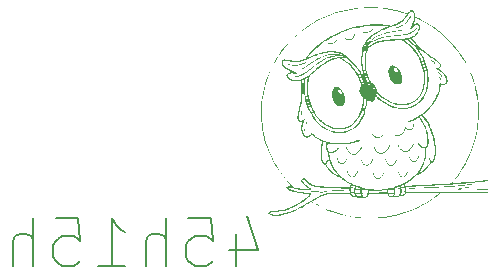
<source format=gbr>
%TF.GenerationSoftware,KiCad,Pcbnew,7.0.2-0*%
%TF.CreationDate,2023-05-11T15:54:29-04:00*%
%TF.ProjectId,mini,6d696e69-2e6b-4696-9361-645f70636258,v1.0.0*%
%TF.SameCoordinates,Original*%
%TF.FileFunction,Legend,Bot*%
%TF.FilePolarity,Positive*%
%FSLAX46Y46*%
G04 Gerber Fmt 4.6, Leading zero omitted, Abs format (unit mm)*
G04 Created by KiCad (PCBNEW 7.0.2-0) date 2023-05-11 15:54:29*
%MOMM*%
%LPD*%
G01*
G04 APERTURE LIST*
%ADD10C,0.150000*%
G04 APERTURE END LIST*
D10*
X125198256Y-111683313D02*
X125198256Y-114349980D01*
X126150637Y-110159504D02*
X127103018Y-113016646D01*
X127103018Y-113016646D02*
X124626827Y-113016646D01*
X121198256Y-110349980D02*
X123103018Y-110349980D01*
X123103018Y-110349980D02*
X123293494Y-112254742D01*
X123293494Y-112254742D02*
X123103018Y-112064265D01*
X123103018Y-112064265D02*
X122722065Y-111873789D01*
X122722065Y-111873789D02*
X121769684Y-111873789D01*
X121769684Y-111873789D02*
X121388732Y-112064265D01*
X121388732Y-112064265D02*
X121198256Y-112254742D01*
X121198256Y-112254742D02*
X121007779Y-112635694D01*
X121007779Y-112635694D02*
X121007779Y-113588075D01*
X121007779Y-113588075D02*
X121198256Y-113969027D01*
X121198256Y-113969027D02*
X121388732Y-114159504D01*
X121388732Y-114159504D02*
X121769684Y-114349980D01*
X121769684Y-114349980D02*
X122722065Y-114349980D01*
X122722065Y-114349980D02*
X123103018Y-114159504D01*
X123103018Y-114159504D02*
X123293494Y-113969027D01*
X119293494Y-114349980D02*
X119293494Y-110349980D01*
X117579208Y-114349980D02*
X117579208Y-112254742D01*
X117579208Y-112254742D02*
X117769684Y-111873789D01*
X117769684Y-111873789D02*
X118150636Y-111683313D01*
X118150636Y-111683313D02*
X118722065Y-111683313D01*
X118722065Y-111683313D02*
X119103017Y-111873789D01*
X119103017Y-111873789D02*
X119293494Y-112064265D01*
X113579207Y-114349980D02*
X115864922Y-114349980D01*
X114722065Y-114349980D02*
X114722065Y-110349980D01*
X114722065Y-110349980D02*
X115103017Y-110921408D01*
X115103017Y-110921408D02*
X115483969Y-111302361D01*
X115483969Y-111302361D02*
X115864922Y-111492837D01*
X109960160Y-110349980D02*
X111864922Y-110349980D01*
X111864922Y-110349980D02*
X112055398Y-112254742D01*
X112055398Y-112254742D02*
X111864922Y-112064265D01*
X111864922Y-112064265D02*
X111483969Y-111873789D01*
X111483969Y-111873789D02*
X110531588Y-111873789D01*
X110531588Y-111873789D02*
X110150636Y-112064265D01*
X110150636Y-112064265D02*
X109960160Y-112254742D01*
X109960160Y-112254742D02*
X109769683Y-112635694D01*
X109769683Y-112635694D02*
X109769683Y-113588075D01*
X109769683Y-113588075D02*
X109960160Y-113969027D01*
X109960160Y-113969027D02*
X110150636Y-114159504D01*
X110150636Y-114159504D02*
X110531588Y-114349980D01*
X110531588Y-114349980D02*
X111483969Y-114349980D01*
X111483969Y-114349980D02*
X111864922Y-114159504D01*
X111864922Y-114159504D02*
X112055398Y-113969027D01*
X108055398Y-114349980D02*
X108055398Y-110349980D01*
X106341112Y-114349980D02*
X106341112Y-112254742D01*
X106341112Y-112254742D02*
X106531588Y-111873789D01*
X106531588Y-111873789D02*
X106912540Y-111683313D01*
X106912540Y-111683313D02*
X107483969Y-111683313D01*
X107483969Y-111683313D02*
X107864921Y-111873789D01*
X107864921Y-111873789D02*
X108055398Y-112064265D01*
%TO.C,G\u002A\u002A\u002A*%
G36*
X140298244Y-107769993D02*
G01*
X140338063Y-107770762D01*
X140365482Y-107772368D01*
X140382809Y-107774930D01*
X140392350Y-107778563D01*
X140396414Y-107783387D01*
X140397598Y-107794004D01*
X140389796Y-107813743D01*
X140383314Y-107818514D01*
X140371081Y-107822144D01*
X140350778Y-107824671D01*
X140320021Y-107826212D01*
X140276425Y-107826888D01*
X140217606Y-107826816D01*
X140141178Y-107826115D01*
X139905049Y-107823438D01*
X139905049Y-107798438D01*
X139905049Y-107773438D01*
X140147795Y-107770759D01*
X140172177Y-107770501D01*
X140243718Y-107769945D01*
X140298244Y-107769993D01*
G37*
G36*
X142455177Y-98310982D02*
G01*
X142481229Y-98340938D01*
X142486784Y-98348720D01*
X142512780Y-98390646D01*
X142539243Y-98441004D01*
X142564726Y-98496091D01*
X142587778Y-98552200D01*
X142606951Y-98605626D01*
X142620793Y-98652666D01*
X142627857Y-98689613D01*
X142626692Y-98712762D01*
X142619540Y-98722260D01*
X142598675Y-98726639D01*
X142593483Y-98725287D01*
X142583123Y-98717360D01*
X142572780Y-98699930D01*
X142560761Y-98669717D01*
X142545370Y-98623438D01*
X142532954Y-98585929D01*
X142503560Y-98509715D01*
X142470754Y-98443189D01*
X142431179Y-98379174D01*
X142415364Y-98353549D01*
X142407851Y-98332458D01*
X142410993Y-98316674D01*
X142417853Y-98306660D01*
X142434387Y-98299671D01*
X142455177Y-98310982D01*
G37*
G36*
X142353988Y-97923847D02*
G01*
X142382901Y-97939766D01*
X142419332Y-97967898D01*
X142461167Y-98006177D01*
X142506289Y-98052541D01*
X142552583Y-98104923D01*
X142597933Y-98161260D01*
X142640225Y-98219487D01*
X142652376Y-98237490D01*
X142680100Y-98282117D01*
X142695614Y-98314641D01*
X142699760Y-98337159D01*
X142693383Y-98351771D01*
X142685252Y-98357205D01*
X142669901Y-98355727D01*
X142650283Y-98340523D01*
X142624817Y-98310218D01*
X142591922Y-98263433D01*
X142571176Y-98233534D01*
X142527422Y-98175713D01*
X142480560Y-98119343D01*
X142434030Y-98068294D01*
X142391269Y-98026436D01*
X142355718Y-97997638D01*
X142335714Y-97980136D01*
X142321581Y-97956551D01*
X142321034Y-97935614D01*
X142335319Y-97921950D01*
X142353988Y-97923847D01*
G37*
G36*
X130831071Y-101189651D02*
G01*
X130842231Y-101197782D01*
X130845626Y-101216048D01*
X130841538Y-101247327D01*
X130830248Y-101294494D01*
X130821950Y-101331745D01*
X130812567Y-101385534D01*
X130804123Y-101445230D01*
X130797768Y-101503438D01*
X130796975Y-101512050D01*
X130791710Y-101560216D01*
X130785961Y-101600383D01*
X130780372Y-101628566D01*
X130775585Y-101640784D01*
X130770112Y-101644292D01*
X130755235Y-101646793D01*
X130739860Y-101633209D01*
X130739365Y-101632563D01*
X130733782Y-101612867D01*
X130731863Y-101577693D01*
X130733184Y-101530887D01*
X130737320Y-101476295D01*
X130743845Y-101417763D01*
X130752337Y-101359137D01*
X130762369Y-101304264D01*
X130773517Y-101256990D01*
X130785357Y-101221160D01*
X130799615Y-101197672D01*
X130819853Y-101188438D01*
X130831071Y-101189651D01*
G37*
G36*
X141756583Y-96893459D02*
G01*
X141785965Y-96910688D01*
X141824124Y-96938019D01*
X141868253Y-96973198D01*
X141915543Y-97013972D01*
X141963185Y-97058089D01*
X142008370Y-97103296D01*
X142009704Y-97104692D01*
X142051867Y-97150373D01*
X142080122Y-97184976D01*
X142095664Y-97210447D01*
X142099686Y-97228730D01*
X142093383Y-97241771D01*
X142088120Y-97245739D01*
X142076059Y-97247075D01*
X142059294Y-97239262D01*
X142035734Y-97220802D01*
X142003291Y-97190193D01*
X141959876Y-97145938D01*
X141956552Y-97142493D01*
X141913291Y-97099494D01*
X141867887Y-97057182D01*
X141825538Y-97020261D01*
X141791442Y-96993438D01*
X141779452Y-96984732D01*
X141748849Y-96961264D01*
X141726342Y-96942174D01*
X141716123Y-96930938D01*
X141713480Y-96915907D01*
X141721734Y-96896650D01*
X141740504Y-96888438D01*
X141756583Y-96893459D01*
G37*
G36*
X131217423Y-102203013D02*
G01*
X131224293Y-102207436D01*
X131227849Y-102215574D01*
X131227872Y-102230585D01*
X131224141Y-102255626D01*
X131216436Y-102293858D01*
X131204535Y-102348438D01*
X131200933Y-102367061D01*
X131193564Y-102423381D01*
X131188285Y-102492245D01*
X131185547Y-102568438D01*
X131185155Y-102590582D01*
X131184161Y-102639329D01*
X131183169Y-102678869D01*
X131182274Y-102705604D01*
X131181575Y-102715938D01*
X131174976Y-102717538D01*
X131155947Y-102718438D01*
X131146617Y-102717881D01*
X131138023Y-102713359D01*
X131132586Y-102700856D01*
X131128821Y-102676379D01*
X131125240Y-102635938D01*
X131125061Y-102633622D01*
X131123352Y-102573729D01*
X131125571Y-102502106D01*
X131131179Y-102426171D01*
X131139633Y-102353347D01*
X131150392Y-102291052D01*
X131158996Y-102259137D01*
X131175254Y-102223425D01*
X131194330Y-102203691D01*
X131214772Y-102201947D01*
X131217423Y-102203013D01*
G37*
G36*
X130999301Y-102553887D02*
G01*
X131008505Y-102558047D01*
X131014368Y-102569993D01*
X131018543Y-102593773D01*
X131022680Y-102633438D01*
X131024598Y-102650445D01*
X131032573Y-102702248D01*
X131043674Y-102759782D01*
X131056118Y-102813438D01*
X131065154Y-102848486D01*
X131076700Y-102893828D01*
X131084224Y-102925007D01*
X131088347Y-102945281D01*
X131089687Y-102957910D01*
X131088864Y-102966154D01*
X131086497Y-102973271D01*
X131083098Y-102979449D01*
X131067078Y-102987948D01*
X131047807Y-102982750D01*
X131032569Y-102964973D01*
X131031509Y-102962598D01*
X131017284Y-102922550D01*
X131002794Y-102869019D01*
X130989254Y-102807991D01*
X130977882Y-102745456D01*
X130969895Y-102687402D01*
X130966507Y-102639816D01*
X130966456Y-102636784D01*
X130966019Y-102596306D01*
X130967089Y-102571659D01*
X130970737Y-102558918D01*
X130978034Y-102554153D01*
X130990049Y-102553438D01*
X130999301Y-102553887D01*
G37*
G36*
X133799411Y-95200770D02*
G01*
X133814591Y-95210761D01*
X133814534Y-95230060D01*
X133798979Y-95259558D01*
X133767668Y-95300145D01*
X133745004Y-95325633D01*
X133683734Y-95385314D01*
X133614738Y-95442154D01*
X133541945Y-95493508D01*
X133469282Y-95536729D01*
X133400674Y-95569174D01*
X133340049Y-95588196D01*
X133331895Y-95589750D01*
X133280827Y-95594566D01*
X133227268Y-95592600D01*
X133174430Y-95584843D01*
X133125528Y-95572284D01*
X133083773Y-95555911D01*
X133052378Y-95536715D01*
X133034557Y-95515685D01*
X133033523Y-95493810D01*
X133041359Y-95483045D01*
X133058587Y-95479649D01*
X133086828Y-95487086D01*
X133128757Y-95505690D01*
X133188711Y-95526729D01*
X133262385Y-95533176D01*
X133340674Y-95520967D01*
X133422925Y-95490357D01*
X133508481Y-95441596D01*
X133596688Y-95374939D01*
X133686889Y-95290636D01*
X133713149Y-95264282D01*
X133752873Y-95227272D01*
X133780695Y-95205952D01*
X133796774Y-95200192D01*
X133799411Y-95200770D01*
G37*
G36*
X131946920Y-108028458D02*
G01*
X132029257Y-108028670D01*
X132094487Y-108029184D01*
X132144570Y-108030089D01*
X132181470Y-108031472D01*
X132207148Y-108033422D01*
X132223569Y-108036029D01*
X132232692Y-108039380D01*
X132236482Y-108043565D01*
X132237663Y-108053936D01*
X132229944Y-108073565D01*
X132229570Y-108073992D01*
X132223080Y-108078120D01*
X132210709Y-108081403D01*
X132190441Y-108083931D01*
X132160259Y-108085796D01*
X132118146Y-108087088D01*
X132062084Y-108087898D01*
X131990058Y-108088318D01*
X131900049Y-108088438D01*
X131829682Y-108088383D01*
X131750341Y-108088015D01*
X131687804Y-108087087D01*
X131640228Y-108085359D01*
X131605775Y-108082590D01*
X131582605Y-108078540D01*
X131568876Y-108072967D01*
X131562751Y-108065631D01*
X131562387Y-108056291D01*
X131565947Y-108044705D01*
X131568488Y-108040936D01*
X131575256Y-108037211D01*
X131587964Y-108034299D01*
X131608621Y-108032102D01*
X131639235Y-108030523D01*
X131681815Y-108029465D01*
X131738369Y-108028829D01*
X131810905Y-108028519D01*
X131901433Y-108028438D01*
X131946920Y-108028458D01*
G37*
G36*
X131147668Y-97133781D02*
G01*
X131155523Y-97142394D01*
X131163353Y-97156614D01*
X131162477Y-97170903D01*
X131149198Y-97185384D01*
X131121384Y-97202264D01*
X131076900Y-97223752D01*
X131026323Y-97246041D01*
X130889590Y-97298753D01*
X130747351Y-97343813D01*
X130606322Y-97379227D01*
X130473214Y-97403002D01*
X130398948Y-97411163D01*
X130242026Y-97417305D01*
X130078517Y-97410263D01*
X129913579Y-97390557D01*
X129752370Y-97358705D01*
X129600049Y-97315225D01*
X129579168Y-97308101D01*
X129541593Y-97294119D01*
X129518450Y-97282835D01*
X129506336Y-97272365D01*
X129501848Y-97260823D01*
X129501679Y-97259560D01*
X129503188Y-97242808D01*
X129514362Y-97234288D01*
X129537366Y-97233943D01*
X129574366Y-97241717D01*
X129627527Y-97257552D01*
X129758698Y-97295230D01*
X129947422Y-97333728D01*
X130134466Y-97352858D01*
X130320665Y-97352560D01*
X130506854Y-97332776D01*
X130693867Y-97293448D01*
X130882541Y-97234516D01*
X131073710Y-97155921D01*
X131093217Y-97147042D01*
X131121065Y-97135352D01*
X131137699Y-97131182D01*
X131147668Y-97133781D01*
G37*
G36*
X135284395Y-94732568D02*
G01*
X135297178Y-94745378D01*
X135298778Y-94752868D01*
X135296779Y-94782254D01*
X135287217Y-94823933D01*
X135271269Y-94874013D01*
X135250114Y-94928607D01*
X135224931Y-94983825D01*
X135214483Y-95004280D01*
X135158456Y-95094271D01*
X135095101Y-95166003D01*
X135024614Y-95219286D01*
X134947189Y-95253930D01*
X134920904Y-95260758D01*
X134843326Y-95267618D01*
X134757291Y-95257821D01*
X134664164Y-95231710D01*
X134565309Y-95189628D01*
X134462091Y-95131918D01*
X134429618Y-95110886D01*
X134405545Y-95092386D01*
X134393956Y-95077995D01*
X134391993Y-95064982D01*
X134396345Y-95051101D01*
X134408918Y-95042642D01*
X134431089Y-95045670D01*
X134464834Y-95060557D01*
X134512129Y-95087676D01*
X134556037Y-95113160D01*
X134653309Y-95159860D01*
X134744361Y-95189602D01*
X134828369Y-95202226D01*
X134904507Y-95197577D01*
X134971950Y-95175495D01*
X135023685Y-95143975D01*
X135076978Y-95095401D01*
X135125022Y-95032105D01*
X135168632Y-94952792D01*
X135208624Y-94856168D01*
X135245815Y-94740938D01*
X135249465Y-94734790D01*
X135265370Y-94728769D01*
X135284395Y-94732568D01*
G37*
G36*
X136817029Y-103211191D02*
G01*
X136849853Y-103235984D01*
X136893725Y-103276013D01*
X136935385Y-103314538D01*
X137001800Y-103370214D01*
X137065429Y-103416847D01*
X137123113Y-103452187D01*
X137171690Y-103473982D01*
X137201113Y-103482235D01*
X137268922Y-103489499D01*
X137338554Y-103480196D01*
X137411496Y-103453858D01*
X137489235Y-103410022D01*
X137573255Y-103348221D01*
X137584514Y-103339185D01*
X137626681Y-103307422D01*
X137656753Y-103289345D01*
X137676295Y-103284471D01*
X137686872Y-103292323D01*
X137690049Y-103312420D01*
X137686232Y-103327024D01*
X137672757Y-103345563D01*
X137647303Y-103370123D01*
X137607549Y-103403257D01*
X137598536Y-103410405D01*
X137528023Y-103460802D01*
X137457827Y-103501925D01*
X137391982Y-103531637D01*
X137334519Y-103547805D01*
X137333638Y-103547951D01*
X137260161Y-103552694D01*
X137186548Y-103542117D01*
X137111354Y-103515565D01*
X137033134Y-103472383D01*
X136950442Y-103411916D01*
X136861833Y-103333508D01*
X136857906Y-103329764D01*
X136816932Y-103289350D01*
X136789953Y-103259522D01*
X136775489Y-103238485D01*
X136772064Y-103224441D01*
X136772298Y-103222909D01*
X136779507Y-103205186D01*
X136793999Y-103201102D01*
X136817029Y-103211191D01*
G37*
G36*
X140067103Y-93171205D02*
G01*
X140072896Y-93178829D01*
X140074450Y-93189791D01*
X140069579Y-93206841D01*
X140057145Y-93233752D01*
X140036009Y-93274301D01*
X140016112Y-93309706D01*
X139984416Y-93362048D01*
X139949103Y-93417146D01*
X139914768Y-93467666D01*
X139904449Y-93482180D01*
X139794700Y-93623597D01*
X139678362Y-93749689D01*
X139553356Y-93862006D01*
X139417602Y-93962097D01*
X139269020Y-94051510D01*
X139105529Y-94131792D01*
X138925049Y-94204494D01*
X138904293Y-94211845D01*
X138862978Y-94225077D01*
X138828554Y-94234328D01*
X138806885Y-94237938D01*
X138793709Y-94237538D01*
X138782287Y-94231053D01*
X138781885Y-94212272D01*
X138782119Y-94210511D01*
X138785746Y-94198749D01*
X138795000Y-94188689D01*
X138813233Y-94178373D01*
X138843798Y-94165846D01*
X138890049Y-94149150D01*
X138949308Y-94127408D01*
X139087507Y-94069864D01*
X139219194Y-94005612D01*
X139339874Y-93936946D01*
X139445049Y-93866156D01*
X139510959Y-93814109D01*
X139618435Y-93716291D01*
X139722990Y-93605998D01*
X139820757Y-93487714D01*
X139907869Y-93365927D01*
X139980458Y-93245121D01*
X139999768Y-93210681D01*
X140020640Y-93179231D01*
X140037479Y-93163312D01*
X140052296Y-93161209D01*
X140067103Y-93171205D01*
G37*
G36*
X136843033Y-94263264D02*
G01*
X136849906Y-94280875D01*
X136842426Y-94310420D01*
X136820652Y-94350878D01*
X136770119Y-94417200D01*
X136695998Y-94484932D01*
X136607305Y-94540756D01*
X136505416Y-94583832D01*
X136391705Y-94613319D01*
X136362040Y-94617928D01*
X136304946Y-94622908D01*
X136233535Y-94625060D01*
X136145049Y-94624511D01*
X136089221Y-94623223D01*
X136035604Y-94621071D01*
X135993630Y-94617798D01*
X135958707Y-94612888D01*
X135926243Y-94605827D01*
X135891645Y-94596100D01*
X135868195Y-94588763D01*
X135824033Y-94572423D01*
X135796878Y-94557259D01*
X135784771Y-94541959D01*
X135785752Y-94525213D01*
X135787747Y-94520588D01*
X135794376Y-94512660D01*
X135806212Y-94509883D01*
X135826698Y-94512543D01*
X135859279Y-94520927D01*
X135907398Y-94535320D01*
X135930024Y-94542099D01*
X135959952Y-94550024D01*
X135988558Y-94555544D01*
X136020107Y-94559086D01*
X136058863Y-94561076D01*
X136109089Y-94561941D01*
X136175049Y-94562108D01*
X136191542Y-94562066D01*
X136277421Y-94560315D01*
X136348479Y-94555405D01*
X136409037Y-94546529D01*
X136463410Y-94532877D01*
X136515920Y-94513643D01*
X136570882Y-94488017D01*
X136594306Y-94474940D01*
X136647191Y-94438014D01*
X136699149Y-94393188D01*
X136744368Y-94345738D01*
X136777036Y-94300938D01*
X136787496Y-94284464D01*
X136806406Y-94264373D01*
X136826000Y-94258438D01*
X136843033Y-94263264D01*
G37*
G36*
X139763829Y-106398867D02*
G01*
X139780737Y-106405546D01*
X139784944Y-106422884D01*
X139776408Y-106452440D01*
X139755082Y-106495774D01*
X139716035Y-106563881D01*
X139661231Y-106649191D01*
X139606467Y-106723287D01*
X139553326Y-106784231D01*
X139503389Y-106830089D01*
X139458240Y-106858924D01*
X139427033Y-106870504D01*
X139391199Y-106876072D01*
X139344076Y-106876127D01*
X139282719Y-106867572D01*
X139228729Y-106845850D01*
X139178527Y-106808816D01*
X139128292Y-106754312D01*
X139114939Y-106736523D01*
X139088925Y-106696902D01*
X139061230Y-106649844D01*
X139033928Y-106599399D01*
X139009087Y-106549620D01*
X138988780Y-106504555D01*
X138975077Y-106468257D01*
X138970049Y-106444776D01*
X138970591Y-106432819D01*
X138977123Y-106420847D01*
X138995770Y-106420273D01*
X139009806Y-106424631D01*
X139022662Y-106436645D01*
X139036639Y-106460000D01*
X139054550Y-106498438D01*
X139097156Y-106586972D01*
X139144300Y-106667393D01*
X139191872Y-106731073D01*
X139239075Y-106776959D01*
X139285116Y-106803994D01*
X139290335Y-106805909D01*
X139350214Y-106816991D01*
X139408815Y-106808517D01*
X139463463Y-106780835D01*
X139490748Y-106757193D01*
X139528081Y-106716859D01*
X139569213Y-106665967D01*
X139611232Y-106608342D01*
X139651228Y-106547804D01*
X139686291Y-106488179D01*
X139692393Y-106477080D01*
X139714773Y-106438520D01*
X139731595Y-106414538D01*
X139745183Y-106402226D01*
X139757863Y-106398677D01*
X139763829Y-106398867D01*
G37*
G36*
X135812902Y-105273844D02*
G01*
X135822733Y-105278534D01*
X135833078Y-105290725D01*
X135845608Y-105313207D01*
X135861989Y-105348772D01*
X135883891Y-105400209D01*
X135892786Y-105421237D01*
X135937532Y-105518839D01*
X135981308Y-105599206D01*
X136025729Y-105664479D01*
X136072413Y-105716800D01*
X136122976Y-105758308D01*
X136179033Y-105791145D01*
X136218448Y-105807981D01*
X136280480Y-105821826D01*
X136340465Y-105817552D01*
X136402276Y-105795232D01*
X136435399Y-105775797D01*
X136487993Y-105735323D01*
X136544628Y-105682567D01*
X136602336Y-105620763D01*
X136658151Y-105553149D01*
X136709106Y-105482962D01*
X136752234Y-105413438D01*
X136768583Y-105386401D01*
X136788872Y-105361455D01*
X136805478Y-105353438D01*
X136823316Y-105359948D01*
X136828503Y-105379992D01*
X136820380Y-105412746D01*
X136799268Y-105457375D01*
X136765484Y-105513045D01*
X136719348Y-105578920D01*
X136672967Y-105638471D01*
X136599610Y-105720131D01*
X136526360Y-105787015D01*
X136454935Y-105837615D01*
X136387051Y-105870425D01*
X136364547Y-105877267D01*
X136294276Y-105884933D01*
X136219943Y-105873906D01*
X136142920Y-105844500D01*
X136064582Y-105797028D01*
X136016290Y-105753957D01*
X135964754Y-105690388D01*
X135913446Y-105609538D01*
X135863229Y-105512777D01*
X135814968Y-105401471D01*
X135814391Y-105400020D01*
X135795141Y-105348406D01*
X135785008Y-105312208D01*
X135783872Y-105289158D01*
X135791610Y-105276990D01*
X135808100Y-105273438D01*
X135812902Y-105273844D01*
G37*
G36*
X134660738Y-106266519D02*
G01*
X134674964Y-106285734D01*
X134690821Y-106319875D01*
X134709849Y-106371197D01*
X134710219Y-106372258D01*
X134747881Y-106469317D01*
X134789864Y-106558374D01*
X134834822Y-106637488D01*
X134881413Y-106704718D01*
X134928294Y-106758123D01*
X134974121Y-106795764D01*
X135017550Y-106815698D01*
X135052571Y-106820562D01*
X135111926Y-106814687D01*
X135170708Y-106793097D01*
X135199835Y-106774066D01*
X135242572Y-106736618D01*
X135289288Y-106687401D01*
X135337186Y-106629820D01*
X135383469Y-106567278D01*
X135425339Y-106503183D01*
X135459999Y-106440938D01*
X135469549Y-106422267D01*
X135490585Y-106385498D01*
X135506925Y-106364876D01*
X135519996Y-106358438D01*
X135527905Y-106359283D01*
X135542490Y-106371253D01*
X135544436Y-106396378D01*
X135534292Y-106433380D01*
X135512612Y-106480978D01*
X135479945Y-106537893D01*
X135436842Y-106602847D01*
X135383854Y-106674561D01*
X135324286Y-106744977D01*
X135256304Y-106808912D01*
X135189733Y-106853741D01*
X135125049Y-106879087D01*
X135121428Y-106879946D01*
X135055731Y-106886709D01*
X134993857Y-106875176D01*
X134934150Y-106844791D01*
X134874951Y-106794995D01*
X134845313Y-106763092D01*
X134800444Y-106704791D01*
X134757999Y-106635761D01*
X134716193Y-106552982D01*
X134673246Y-106453438D01*
X134660265Y-106420852D01*
X134638863Y-106362923D01*
X134626034Y-106319988D01*
X134621397Y-106290131D01*
X134624571Y-106271441D01*
X134635177Y-106262005D01*
X134646598Y-106259975D01*
X134660738Y-106266519D01*
G37*
G36*
X140752691Y-105001819D02*
G01*
X140759895Y-105022007D01*
X140759349Y-105029018D01*
X140750478Y-105062227D01*
X140732177Y-105107274D01*
X140706294Y-105160836D01*
X140674672Y-105219589D01*
X140639159Y-105280209D01*
X140601600Y-105339374D01*
X140563840Y-105393760D01*
X140527726Y-105440043D01*
X140488722Y-105480513D01*
X140438103Y-105520902D01*
X140386697Y-105550898D01*
X140339752Y-105566955D01*
X140330641Y-105568430D01*
X140292829Y-105571589D01*
X140260049Y-105570525D01*
X140210645Y-105556497D01*
X140155993Y-105528432D01*
X140101329Y-105489490D01*
X140051786Y-105442818D01*
X140030596Y-105418061D01*
X139995721Y-105371309D01*
X139962680Y-105320542D01*
X139934301Y-105270530D01*
X139913416Y-105226042D01*
X139902855Y-105191850D01*
X139900623Y-105170331D01*
X139906028Y-105160416D01*
X139923060Y-105158438D01*
X139931729Y-105159308D01*
X139943948Y-105165480D01*
X139957051Y-105180291D01*
X139973593Y-105206888D01*
X139996130Y-105248418D01*
X140036742Y-105318036D01*
X140090138Y-105390105D01*
X140145813Y-105445493D01*
X140202781Y-105483570D01*
X140260055Y-105503708D01*
X140316650Y-105505280D01*
X140371580Y-105487657D01*
X140399861Y-105469963D01*
X140446967Y-105429125D01*
X140496609Y-105374407D01*
X140546499Y-105308895D01*
X140594353Y-105235672D01*
X140637885Y-105157825D01*
X140674808Y-105078438D01*
X140674820Y-105078408D01*
X140690104Y-105043916D01*
X140704233Y-105015953D01*
X140714149Y-105000570D01*
X140716962Y-104997993D01*
X140735830Y-104992618D01*
X140752691Y-105001819D01*
G37*
G36*
X136860048Y-106473725D02*
G01*
X136871429Y-106486548D01*
X136885469Y-106511808D01*
X136904401Y-106552631D01*
X136954187Y-106654166D01*
X137008528Y-106745388D01*
X137065217Y-106822611D01*
X137123175Y-106884681D01*
X137181320Y-106930443D01*
X137238574Y-106958747D01*
X137293856Y-106968438D01*
X137297840Y-106968383D01*
X137353085Y-106957165D01*
X137410644Y-106926843D01*
X137469774Y-106878022D01*
X137529729Y-106811310D01*
X137589765Y-106727314D01*
X137605885Y-106701510D01*
X137635611Y-106649961D01*
X137662509Y-106598766D01*
X137682255Y-106555938D01*
X137684488Y-106550505D01*
X137700624Y-106513630D01*
X137713122Y-106491703D01*
X137724513Y-106481160D01*
X137737330Y-106478438D01*
X137752963Y-106481474D01*
X137766059Y-106492462D01*
X137766692Y-106505985D01*
X137758773Y-106536453D01*
X137742215Y-106577913D01*
X137718686Y-106627267D01*
X137689855Y-106681422D01*
X137657391Y-106737283D01*
X137622963Y-106791754D01*
X137588238Y-106841739D01*
X137554886Y-106884145D01*
X137516538Y-106923826D01*
X137462076Y-106968107D01*
X137405549Y-107003009D01*
X137352817Y-107024463D01*
X137311559Y-107031582D01*
X137246240Y-107026721D01*
X137180328Y-107002988D01*
X137114588Y-106961020D01*
X137049787Y-106901451D01*
X136986692Y-106824916D01*
X136926071Y-106732051D01*
X136868689Y-106623490D01*
X136866658Y-106619224D01*
X136841727Y-106563320D01*
X136827438Y-106522272D01*
X136823525Y-106494300D01*
X136829722Y-106477628D01*
X136845762Y-106470476D01*
X136849097Y-106470211D01*
X136860048Y-106473725D01*
G37*
G36*
X140254634Y-104020606D02*
G01*
X140271747Y-104029155D01*
X140276996Y-104047655D01*
X140270372Y-104078151D01*
X140251868Y-104122688D01*
X140230240Y-104165097D01*
X140183853Y-104242359D01*
X140127418Y-104324182D01*
X140064520Y-104405760D01*
X139998747Y-104482289D01*
X139933684Y-104548965D01*
X139860516Y-104612525D01*
X139792341Y-104659231D01*
X139726430Y-104690674D01*
X139660049Y-104708444D01*
X139628727Y-104713304D01*
X139588733Y-104716693D01*
X139550802Y-104714836D01*
X139504386Y-104707680D01*
X139441204Y-104691103D01*
X139354309Y-104652490D01*
X139268433Y-104596775D01*
X139185861Y-104525505D01*
X139108879Y-104440224D01*
X139100893Y-104430099D01*
X139068152Y-104386048D01*
X139034693Y-104337608D01*
X139002614Y-104288194D01*
X138974013Y-104241221D01*
X138950987Y-104200103D01*
X138935633Y-104168254D01*
X138930049Y-104149090D01*
X138933658Y-104130529D01*
X138946683Y-104119755D01*
X138965449Y-104122689D01*
X138985971Y-104138421D01*
X139004262Y-104166039D01*
X139031568Y-104217644D01*
X139078462Y-104291841D01*
X139133328Y-104366736D01*
X139192331Y-104437506D01*
X139251638Y-104499327D01*
X139307414Y-104547377D01*
X139383078Y-104596123D01*
X139467509Y-104632294D01*
X139551342Y-104649544D01*
X139633419Y-104647778D01*
X139712578Y-104626901D01*
X139787659Y-104586818D01*
X139847747Y-104539970D01*
X139915859Y-104475750D01*
X139984881Y-104400803D01*
X140051504Y-104319197D01*
X140112419Y-104235001D01*
X140164315Y-104152285D01*
X140203883Y-104075117D01*
X140213296Y-104054612D01*
X140226483Y-104031459D01*
X140238346Y-104021254D01*
X140252218Y-104020212D01*
X140254634Y-104020606D01*
G37*
G36*
X138886283Y-105285371D02*
G01*
X138896407Y-105299335D01*
X138894609Y-105327306D01*
X138880803Y-105369903D01*
X138854897Y-105427739D01*
X138846890Y-105443947D01*
X138796735Y-105536625D01*
X138742506Y-105623472D01*
X138685984Y-105702314D01*
X138628951Y-105770978D01*
X138573189Y-105827289D01*
X138520480Y-105869073D01*
X138472605Y-105894158D01*
X138472586Y-105894165D01*
X138443389Y-105900959D01*
X138402961Y-105905894D01*
X138360049Y-105907901D01*
X138354046Y-105907888D01*
X138295276Y-105902730D01*
X138241333Y-105887491D01*
X138190820Y-105860842D01*
X138142338Y-105821455D01*
X138094487Y-105768005D01*
X138045869Y-105699162D01*
X137995085Y-105613601D01*
X137940736Y-105509992D01*
X137934374Y-105497160D01*
X137912966Y-105451983D01*
X137896070Y-105413213D01*
X137885266Y-105384624D01*
X137882135Y-105369992D01*
X137888547Y-105359754D01*
X137908939Y-105353438D01*
X137916958Y-105354725D01*
X137927351Y-105361429D01*
X137939529Y-105376140D01*
X137955196Y-105401369D01*
X137976052Y-105439631D01*
X138003803Y-105493438D01*
X138030039Y-105543905D01*
X138079868Y-105632481D01*
X138126306Y-105703789D01*
X138170675Y-105759171D01*
X138214295Y-105799965D01*
X138258490Y-105827511D01*
X138304581Y-105843149D01*
X138353889Y-105848218D01*
X138382975Y-105847474D01*
X138428570Y-105840544D01*
X138468885Y-105824281D01*
X138509263Y-105796176D01*
X138555049Y-105753717D01*
X138604812Y-105699941D01*
X138670119Y-105615937D01*
X138732935Y-105518273D01*
X138795412Y-105403822D01*
X138809140Y-105377156D01*
X138833165Y-105332975D01*
X138851347Y-105304041D01*
X138865104Y-105288235D01*
X138875851Y-105283438D01*
X138886283Y-105285371D01*
G37*
G36*
X133812506Y-105171123D02*
G01*
X133824293Y-105180236D01*
X133826293Y-105187004D01*
X133833092Y-105210973D01*
X133842991Y-105246421D01*
X133854615Y-105288438D01*
X133861876Y-105312762D01*
X133881738Y-105369939D01*
X133905601Y-105430310D01*
X133929780Y-105484271D01*
X133930436Y-105485620D01*
X133957122Y-105537477D01*
X133981395Y-105576696D01*
X134007486Y-105609333D01*
X134039630Y-105641444D01*
X134062795Y-105661982D01*
X134106876Y-105693846D01*
X134146961Y-105710395D01*
X134187207Y-105712959D01*
X134231770Y-105702866D01*
X134251304Y-105694924D01*
X134301609Y-105663658D01*
X134356017Y-105616619D01*
X134412637Y-105555941D01*
X134469576Y-105483761D01*
X134524942Y-105402215D01*
X134576841Y-105313438D01*
X134596437Y-105278384D01*
X134616897Y-105246352D01*
X134632599Y-105228790D01*
X134645259Y-105223438D01*
X134657952Y-105226888D01*
X134668131Y-105245070D01*
X134668389Y-105250100D01*
X134661981Y-105278957D01*
X134645045Y-105319368D01*
X134619447Y-105368315D01*
X134587051Y-105422782D01*
X134549723Y-105479750D01*
X134509328Y-105536203D01*
X134467730Y-105589124D01*
X134426794Y-105635496D01*
X134377795Y-105684361D01*
X134335248Y-105720026D01*
X134294593Y-105745849D01*
X134251227Y-105765229D01*
X134226183Y-105771979D01*
X134172283Y-105774710D01*
X134116196Y-105765270D01*
X134066079Y-105744570D01*
X134062626Y-105742505D01*
X134011468Y-105703333D01*
X133960263Y-105649685D01*
X133913015Y-105586279D01*
X133873728Y-105517837D01*
X133871102Y-105512434D01*
X133842335Y-105447799D01*
X133816933Y-105381219D01*
X133796472Y-105317556D01*
X133782528Y-105261675D01*
X133776678Y-105218438D01*
X133776457Y-105211326D01*
X133777430Y-105186477D01*
X133783654Y-105174672D01*
X133797594Y-105170236D01*
X133812506Y-105171123D01*
G37*
G36*
X138272911Y-104101302D02*
G01*
X138285833Y-104111875D01*
X138286152Y-104112828D01*
X138284659Y-104134067D01*
X138273310Y-104168620D01*
X138253615Y-104213631D01*
X138227085Y-104266245D01*
X138195232Y-104323605D01*
X138159566Y-104382856D01*
X138121597Y-104441140D01*
X138082837Y-104495604D01*
X138072667Y-104509036D01*
X137999126Y-104598394D01*
X137922544Y-104678945D01*
X137845169Y-104748801D01*
X137769248Y-104806076D01*
X137697028Y-104848882D01*
X137630756Y-104875331D01*
X137629992Y-104875544D01*
X137595224Y-104881648D01*
X137549097Y-104885134D01*
X137499910Y-104885363D01*
X137488750Y-104884954D01*
X137446199Y-104881979D01*
X137412437Y-104875607D01*
X137378766Y-104863626D01*
X137336490Y-104843824D01*
X137256563Y-104795339D01*
X137173417Y-104725498D01*
X137092556Y-104637514D01*
X137014849Y-104532336D01*
X136941162Y-104410914D01*
X136939297Y-104407529D01*
X136911419Y-104353646D01*
X136895306Y-104314224D01*
X136890695Y-104287834D01*
X136897322Y-104273049D01*
X136914924Y-104268438D01*
X136929000Y-104271208D01*
X136941918Y-104281871D01*
X136956638Y-104303942D01*
X136976128Y-104340938D01*
X136996105Y-104379206D01*
X137054558Y-104477472D01*
X137118883Y-104568740D01*
X137184715Y-104646611D01*
X137256730Y-104714573D01*
X137335586Y-104770436D01*
X137414499Y-104807457D01*
X137492760Y-104825398D01*
X137569660Y-104824015D01*
X137644489Y-104803068D01*
X137645077Y-104802821D01*
X137716162Y-104764979D01*
X137791175Y-104710704D01*
X137867845Y-104642551D01*
X137943898Y-104563071D01*
X138017061Y-104474820D01*
X138085062Y-104380350D01*
X138145627Y-104282214D01*
X138196484Y-104182966D01*
X138201150Y-104172830D01*
X138219441Y-104135467D01*
X138233409Y-104112806D01*
X138245425Y-104101582D01*
X138257863Y-104098530D01*
X138272911Y-104101302D01*
G37*
G36*
X133960774Y-107983464D02*
G01*
X134067697Y-107983623D01*
X134157262Y-107984022D01*
X134230908Y-107984767D01*
X134290074Y-107985964D01*
X134336199Y-107987718D01*
X134370722Y-107990136D01*
X134395082Y-107993324D01*
X134410718Y-107997388D01*
X134419068Y-108002434D01*
X134421573Y-108008567D01*
X134419672Y-108015894D01*
X134414802Y-108024521D01*
X134414124Y-108025430D01*
X134409239Y-108028683D01*
X134399670Y-108031449D01*
X134383884Y-108033778D01*
X134360350Y-108035718D01*
X134327537Y-108037318D01*
X134283913Y-108038627D01*
X134227946Y-108039693D01*
X134158106Y-108040565D01*
X134072860Y-108041293D01*
X133970678Y-108041925D01*
X133850027Y-108042509D01*
X133816641Y-108042664D01*
X133688983Y-108043421D01*
X133578890Y-108044397D01*
X133484398Y-108045645D01*
X133403542Y-108047219D01*
X133334357Y-108049170D01*
X133274880Y-108051553D01*
X133223146Y-108054420D01*
X133177191Y-108057824D01*
X133135049Y-108061818D01*
X133055050Y-108070758D01*
X132864435Y-108096687D01*
X132691262Y-108127261D01*
X132536234Y-108162344D01*
X132400049Y-108201805D01*
X132390342Y-108204957D01*
X132336698Y-108220296D01*
X132298813Y-108226601D01*
X132274948Y-108224011D01*
X132263368Y-108212662D01*
X132261832Y-108207405D01*
X132263707Y-108194453D01*
X132276035Y-108181998D01*
X132301064Y-108168741D01*
X132341039Y-108153381D01*
X132398207Y-108134619D01*
X132446437Y-108120200D01*
X132579017Y-108086622D01*
X132729332Y-108056264D01*
X132895907Y-108029440D01*
X132932362Y-108024289D01*
X132999590Y-108015304D01*
X133063056Y-108007714D01*
X133125138Y-108001406D01*
X133188210Y-107996266D01*
X133254650Y-107992180D01*
X133326833Y-107989035D01*
X133407134Y-107986717D01*
X133497931Y-107985111D01*
X133601597Y-107984106D01*
X133720511Y-107983586D01*
X133857047Y-107983438D01*
X133960774Y-107983464D01*
G37*
G36*
X135927217Y-104235190D02*
G01*
X135937959Y-104249019D01*
X135934481Y-104276670D01*
X135916767Y-104318207D01*
X135884803Y-104373698D01*
X135882430Y-104377482D01*
X135815511Y-104477889D01*
X135743838Y-104574426D01*
X135669347Y-104665081D01*
X135593970Y-104747839D01*
X135519642Y-104820685D01*
X135448295Y-104881606D01*
X135381865Y-104928587D01*
X135322284Y-104959614D01*
X135306114Y-104965525D01*
X135274494Y-104972994D01*
X135236352Y-104976084D01*
X135185049Y-104975567D01*
X135159346Y-104974522D01*
X135120702Y-104971286D01*
X135090140Y-104964767D01*
X135059803Y-104952955D01*
X135021833Y-104933843D01*
X135014586Y-104929941D01*
X134934433Y-104876883D01*
X134852896Y-104805433D01*
X134771094Y-104716908D01*
X134690148Y-104612626D01*
X134611180Y-104493904D01*
X134535309Y-104362057D01*
X134530391Y-104352733D01*
X134510792Y-104309688D01*
X134504126Y-104280419D01*
X134510323Y-104263734D01*
X134529314Y-104258438D01*
X134533024Y-104258835D01*
X134553107Y-104272560D01*
X134576093Y-104305938D01*
X134593896Y-104337316D01*
X134631015Y-104401993D01*
X134661818Y-104454163D01*
X134688564Y-104497421D01*
X134713513Y-104535360D01*
X134738923Y-104571575D01*
X134767056Y-104609658D01*
X134793617Y-104643786D01*
X134858624Y-104718735D01*
X134925509Y-104785026D01*
X134990902Y-104839471D01*
X135051434Y-104878877D01*
X135058337Y-104882588D01*
X135091792Y-104899026D01*
X135120162Y-104908298D01*
X135151798Y-104912409D01*
X135195049Y-104913365D01*
X135239066Y-104911691D01*
X135281557Y-104904907D01*
X135321362Y-104891273D01*
X135361553Y-104869064D01*
X135405204Y-104836558D01*
X135455387Y-104792031D01*
X135515175Y-104733758D01*
X135516272Y-104732658D01*
X135635408Y-104604642D01*
X135740743Y-104472366D01*
X135838168Y-104328438D01*
X135851137Y-104308106D01*
X135880220Y-104266172D01*
X135901785Y-104241508D01*
X135916389Y-104233438D01*
X135927217Y-104235190D01*
G37*
G36*
X139174769Y-97942505D02*
G01*
X139242191Y-98088173D01*
X139290773Y-98234657D01*
X139320173Y-98380916D01*
X139330049Y-98525909D01*
X139327640Y-98595008D01*
X139313190Y-98699083D01*
X139286014Y-98789581D01*
X139246476Y-98865863D01*
X139194941Y-98927291D01*
X139131773Y-98973229D01*
X139057338Y-99003039D01*
X139045045Y-99006233D01*
X138992699Y-99015860D01*
X138943954Y-99016102D01*
X138888042Y-99007226D01*
X138830322Y-98991373D01*
X138735990Y-98950286D01*
X138643169Y-98891815D01*
X138553352Y-98817572D01*
X138468031Y-98729169D01*
X138388701Y-98628217D01*
X138316853Y-98516328D01*
X138253982Y-98395114D01*
X138201579Y-98266186D01*
X138181731Y-98204002D01*
X138155717Y-98092454D01*
X138140971Y-97980689D01*
X138137522Y-97872033D01*
X138145402Y-97769813D01*
X138164643Y-97677356D01*
X138167876Y-97668979D01*
X138608251Y-97668979D01*
X138609692Y-97687760D01*
X138624828Y-97742821D01*
X138653620Y-97798991D01*
X138692597Y-97851317D01*
X138738290Y-97894840D01*
X138787228Y-97924606D01*
X138790560Y-97926003D01*
X138839197Y-97938125D01*
X138882344Y-97933552D01*
X138916815Y-97912581D01*
X138927427Y-97901138D01*
X138936793Y-97884793D01*
X138939536Y-97863305D01*
X138937470Y-97829357D01*
X138925495Y-97768185D01*
X138897323Y-97708180D01*
X138851331Y-97650952D01*
X138838678Y-97638507D01*
X138791200Y-97601417D01*
X138744613Y-97578435D01*
X138701294Y-97569385D01*
X138663621Y-97574091D01*
X138633972Y-97592376D01*
X138614722Y-97624064D01*
X138608251Y-97668979D01*
X138167876Y-97668979D01*
X138195277Y-97597989D01*
X138202050Y-97585129D01*
X138250254Y-97515168D01*
X138308394Y-97461869D01*
X138375207Y-97425431D01*
X138449429Y-97406055D01*
X138529796Y-97403939D01*
X138615045Y-97419285D01*
X138703912Y-97452291D01*
X138795133Y-97503158D01*
X138809162Y-97512806D01*
X138855393Y-97549577D01*
X138907658Y-97596785D01*
X138961745Y-97650165D01*
X139013443Y-97705451D01*
X139058539Y-97758377D01*
X139092822Y-97804677D01*
X139127680Y-97863305D01*
X139174769Y-97942505D01*
G37*
G36*
X134360676Y-99777031D02*
G01*
X134403586Y-99899272D01*
X134436818Y-100028438D01*
X134444756Y-100075972D01*
X134451721Y-100147186D01*
X134455331Y-100226042D01*
X134455591Y-100307068D01*
X134452506Y-100384791D01*
X134446083Y-100453738D01*
X134436326Y-100508438D01*
X134404389Y-100608998D01*
X134361043Y-100697596D01*
X134307632Y-100770015D01*
X134244609Y-100825646D01*
X134172423Y-100863882D01*
X134161538Y-100867396D01*
X134114144Y-100874556D01*
X134048444Y-100875277D01*
X134036503Y-100874838D01*
X133993504Y-100871845D01*
X133959517Y-100865490D01*
X133925758Y-100853571D01*
X133883444Y-100833884D01*
X133877698Y-100831034D01*
X133837313Y-100808681D01*
X133800159Y-100782812D01*
X133760984Y-100749400D01*
X133714536Y-100704421D01*
X133705977Y-100695733D01*
X133615146Y-100590967D01*
X133538466Y-100476786D01*
X133474935Y-100351235D01*
X133423552Y-100212357D01*
X133383312Y-100058198D01*
X133378671Y-100033209D01*
X133371178Y-99971658D01*
X133366385Y-99900250D01*
X133364296Y-99823930D01*
X133364912Y-99747644D01*
X133368238Y-99676336D01*
X133374275Y-99614952D01*
X133383028Y-99568438D01*
X133383118Y-99568102D01*
X133394249Y-99535525D01*
X133869464Y-99535525D01*
X133880688Y-99585110D01*
X133903043Y-99635930D01*
X133935178Y-99684638D01*
X133975743Y-99727886D01*
X134023389Y-99762325D01*
X134065407Y-99782591D01*
X134111796Y-99793167D01*
X134149753Y-99786111D01*
X134179850Y-99761420D01*
X134183625Y-99756220D01*
X134198486Y-99717171D01*
X134198371Y-99669871D01*
X134184116Y-99617624D01*
X134156558Y-99563732D01*
X134116534Y-99511495D01*
X134111160Y-99505713D01*
X134062138Y-99461576D01*
X134013854Y-99432581D01*
X133968424Y-99419382D01*
X133927965Y-99422631D01*
X133894595Y-99442983D01*
X133885809Y-99453452D01*
X133870721Y-99490523D01*
X133869464Y-99535525D01*
X133394249Y-99535525D01*
X133417383Y-99467821D01*
X133461588Y-99382023D01*
X133514864Y-99311653D01*
X133576340Y-99257653D01*
X133645147Y-99220969D01*
X133720413Y-99202544D01*
X133724313Y-99202121D01*
X133803783Y-99203776D01*
X133883682Y-99224007D01*
X133962888Y-99261521D01*
X134040278Y-99315022D01*
X134114728Y-99383217D01*
X134185116Y-99464809D01*
X134250319Y-99558506D01*
X134309213Y-99663011D01*
X134333658Y-99717171D01*
X134360676Y-99777031D01*
G37*
G36*
X145230160Y-107454568D02*
G01*
X145240564Y-107456910D01*
X145246369Y-107460471D01*
X145249142Y-107463701D01*
X145255117Y-107482756D01*
X145249736Y-107500568D01*
X145235050Y-107508438D01*
X145232836Y-107508547D01*
X145213889Y-107510116D01*
X145178475Y-107513353D01*
X145129168Y-107518014D01*
X145068540Y-107523853D01*
X144999167Y-107530625D01*
X144923620Y-107538086D01*
X144739068Y-107556194D01*
X144439997Y-107584497D01*
X144154114Y-107610144D01*
X143877298Y-107633479D01*
X143605429Y-107654843D01*
X143334386Y-107674580D01*
X143060049Y-107693031D01*
X143004936Y-107696585D01*
X142737583Y-107713622D01*
X142489115Y-107729090D01*
X142258655Y-107743037D01*
X142045330Y-107755513D01*
X141848261Y-107766569D01*
X141666575Y-107776252D01*
X141499395Y-107784612D01*
X141345845Y-107791699D01*
X141205049Y-107797562D01*
X141134858Y-107800297D01*
X141060391Y-107803110D01*
X141002141Y-107805092D01*
X140957986Y-107806218D01*
X140925802Y-107806461D01*
X140903467Y-107805798D01*
X140888857Y-107804202D01*
X140879851Y-107801648D01*
X140874324Y-107798111D01*
X140870155Y-107793565D01*
X140864396Y-107783404D01*
X140863221Y-107764596D01*
X140863364Y-107764242D01*
X140866405Y-107760325D01*
X140873041Y-107756893D01*
X140884913Y-107753826D01*
X140903659Y-107751006D01*
X140930918Y-107748314D01*
X140968330Y-107745630D01*
X141017534Y-107742836D01*
X141080168Y-107739813D01*
X141157873Y-107736442D01*
X141252287Y-107732603D01*
X141365049Y-107728178D01*
X141413951Y-107726241D01*
X141497801Y-107722731D01*
X141583197Y-107718895D01*
X141671978Y-107714632D01*
X141765987Y-107709841D01*
X141867064Y-107704420D01*
X141977050Y-107698266D01*
X142097786Y-107691278D01*
X142231113Y-107683354D01*
X142378872Y-107674392D01*
X142542904Y-107664290D01*
X142725049Y-107652947D01*
X142832173Y-107646204D01*
X143036203Y-107633077D01*
X143226055Y-107620413D01*
X143405132Y-107607939D01*
X143576841Y-107595384D01*
X143744585Y-107582474D01*
X143911772Y-107568938D01*
X144081804Y-107554503D01*
X144258089Y-107538897D01*
X144444029Y-107521847D01*
X144643032Y-107503082D01*
X144858501Y-107482328D01*
X144870166Y-107481196D01*
X144965561Y-107472038D01*
X145043157Y-107464842D01*
X145104841Y-107459501D01*
X145152497Y-107455910D01*
X145188012Y-107453961D01*
X145213271Y-107453549D01*
X145230160Y-107454568D01*
G37*
G36*
X140312505Y-102140236D02*
G01*
X140312808Y-102140280D01*
X140327134Y-102145603D01*
X140334635Y-102159806D01*
X140338280Y-102188438D01*
X140338968Y-102206111D01*
X140337042Y-102259714D01*
X140330719Y-102323783D01*
X140320836Y-102392138D01*
X140308231Y-102458598D01*
X140293742Y-102516983D01*
X140276929Y-102569649D01*
X140236432Y-102664517D01*
X140187726Y-102741599D01*
X140130506Y-102801334D01*
X140064464Y-102844162D01*
X140058898Y-102846859D01*
X140029979Y-102859211D01*
X140003447Y-102865855D01*
X139971873Y-102868029D01*
X139927827Y-102866975D01*
X139857937Y-102858687D01*
X139793735Y-102838093D01*
X139732613Y-102803085D01*
X139669647Y-102751460D01*
X139669341Y-102751177D01*
X139636330Y-102722612D01*
X139615053Y-102708748D01*
X139606034Y-102709928D01*
X139603746Y-102717336D01*
X139575463Y-102805270D01*
X139549522Y-102877640D01*
X139524235Y-102938161D01*
X139497917Y-102990551D01*
X139468879Y-103038527D01*
X139435436Y-103085805D01*
X139406619Y-103121475D01*
X139324496Y-103201739D01*
X139229827Y-103268522D01*
X139125709Y-103319848D01*
X139015239Y-103353742D01*
X138989550Y-103358214D01*
X138939836Y-103363518D01*
X138883495Y-103366757D01*
X138827133Y-103367731D01*
X138777356Y-103366239D01*
X138740766Y-103362081D01*
X138725136Y-103358094D01*
X138712922Y-103348463D01*
X138712016Y-103329581D01*
X138715049Y-103303438D01*
X138815049Y-103306798D01*
X138880534Y-103306797D01*
X138974725Y-103296745D01*
X139064041Y-103273046D01*
X139155664Y-103234168D01*
X139228530Y-103192384D01*
X139313690Y-103124780D01*
X139387098Y-103042266D01*
X139449183Y-102944243D01*
X139500378Y-102830113D01*
X139541113Y-102699277D01*
X139546103Y-102680396D01*
X139559110Y-102640472D01*
X139573223Y-102616980D01*
X139590871Y-102609631D01*
X139614483Y-102618132D01*
X139646491Y-102642192D01*
X139689323Y-102681522D01*
X139749530Y-102734176D01*
X139806263Y-102772340D01*
X139860686Y-102795843D01*
X139915960Y-102806429D01*
X139923207Y-102806931D01*
X139990828Y-102801372D01*
X140052516Y-102777330D01*
X140107797Y-102735504D01*
X140156193Y-102676595D01*
X140197228Y-102601303D01*
X140230426Y-102510327D01*
X140255310Y-102404368D01*
X140271404Y-102284127D01*
X140275159Y-102243077D01*
X140279656Y-102198074D01*
X140283738Y-102168090D01*
X140288233Y-102150220D01*
X140293973Y-102141558D01*
X140301787Y-102139199D01*
X140312505Y-102140236D01*
G37*
G36*
X144916110Y-107718770D02*
G01*
X144953852Y-107721468D01*
X144977007Y-107726610D01*
X144986731Y-107734213D01*
X144988824Y-107741090D01*
X144987825Y-107753552D01*
X144977483Y-107763074D01*
X144955665Y-107770211D01*
X144920241Y-107775518D01*
X144869079Y-107779552D01*
X144800049Y-107782867D01*
X144702160Y-107787493D01*
X144605888Y-107793392D01*
X144513323Y-107800329D01*
X144426499Y-107808071D01*
X144347450Y-107816385D01*
X144278211Y-107825039D01*
X144220817Y-107833799D01*
X144177303Y-107842433D01*
X144149702Y-107850708D01*
X144140049Y-107858391D01*
X144140379Y-107859393D01*
X144152890Y-107866190D01*
X144180749Y-107874647D01*
X144220177Y-107883939D01*
X144267391Y-107893241D01*
X144318609Y-107901728D01*
X144370049Y-107908574D01*
X144373224Y-107908913D01*
X144406587Y-107911186D01*
X144456987Y-107913216D01*
X144521825Y-107914989D01*
X144598504Y-107916492D01*
X144684426Y-107917712D01*
X144776994Y-107918637D01*
X144873609Y-107919254D01*
X144971674Y-107919550D01*
X145068592Y-107919513D01*
X145161765Y-107919129D01*
X145248594Y-107918385D01*
X145326484Y-107917270D01*
X145392834Y-107915769D01*
X145445049Y-107913871D01*
X145464401Y-107913009D01*
X145510752Y-107911135D01*
X145572685Y-107908783D01*
X145647457Y-107906051D01*
X145732323Y-107903037D01*
X145824540Y-107899840D01*
X145921364Y-107896558D01*
X146020049Y-107893289D01*
X146091688Y-107890921D01*
X146183715Y-107887807D01*
X146269364Y-107884830D01*
X146346368Y-107882071D01*
X146412458Y-107879614D01*
X146465363Y-107877543D01*
X146502817Y-107875939D01*
X146522549Y-107874888D01*
X146570049Y-107871373D01*
X146570049Y-107904905D01*
X146570049Y-107938438D01*
X146501972Y-107938438D01*
X146498346Y-107938455D01*
X146469417Y-107939002D01*
X146423669Y-107940255D01*
X146363725Y-107942127D01*
X146292209Y-107944529D01*
X146211746Y-107947374D01*
X146124959Y-107950575D01*
X146034472Y-107954044D01*
X145968356Y-107956566D01*
X145855858Y-107960631D01*
X145737156Y-107964687D01*
X145617487Y-107968564D01*
X145502088Y-107972096D01*
X145396196Y-107975113D01*
X145305049Y-107977449D01*
X145261172Y-107978483D01*
X145180001Y-107980384D01*
X145103914Y-107982151D01*
X145035894Y-107983715D01*
X144978922Y-107985008D01*
X144935979Y-107985961D01*
X144910049Y-107986506D01*
X144888603Y-107986549D01*
X144847030Y-107985970D01*
X144791869Y-107984779D01*
X144726640Y-107983062D01*
X144654860Y-107980905D01*
X144580049Y-107978395D01*
X144458837Y-107972998D01*
X144354808Y-107965804D01*
X144268349Y-107956626D01*
X144198265Y-107945221D01*
X144143362Y-107931348D01*
X144102447Y-107914765D01*
X144074325Y-107895229D01*
X144057802Y-107872498D01*
X144052679Y-107858469D01*
X144054858Y-107842305D01*
X144070735Y-107823341D01*
X144078130Y-107817073D01*
X144108578Y-107800979D01*
X144154654Y-107786244D01*
X144217082Y-107772750D01*
X144296592Y-107760378D01*
X144393910Y-107749006D01*
X144509763Y-107738515D01*
X144644879Y-107728786D01*
X144703829Y-107725147D01*
X144792253Y-107720627D01*
X144862629Y-107718495D01*
X144916110Y-107718770D01*
G37*
G36*
X145808010Y-101332556D02*
G01*
X145808077Y-101452981D01*
X145806990Y-101565832D01*
X145804694Y-101667265D01*
X145801134Y-101753438D01*
X145794338Y-101866661D01*
X145757083Y-102293900D01*
X145701753Y-102713366D01*
X145628100Y-103126183D01*
X145535879Y-103533474D01*
X145424840Y-103936364D01*
X145294737Y-104335977D01*
X145145322Y-104733438D01*
X145132618Y-104765038D01*
X145086646Y-104877907D01*
X145044602Y-104978163D01*
X145004248Y-105070756D01*
X144963343Y-105160632D01*
X144919649Y-105252739D01*
X144870927Y-105352025D01*
X144814937Y-105463438D01*
X144686935Y-105707567D01*
X144500882Y-106034625D01*
X144302839Y-106351562D01*
X144090824Y-106661368D01*
X143862857Y-106967034D01*
X143616956Y-107271551D01*
X143517981Y-107389665D01*
X143576515Y-107383903D01*
X143587584Y-107382882D01*
X143621563Y-107379990D01*
X143670985Y-107375955D01*
X143732947Y-107371008D01*
X143804546Y-107365379D01*
X143882881Y-107359299D01*
X143965049Y-107352999D01*
X144090565Y-107343254D01*
X144457736Y-107312763D01*
X144841184Y-107278065D01*
X145241710Y-107239083D01*
X145660118Y-107195739D01*
X146097208Y-107147957D01*
X146164336Y-107140457D01*
X146252524Y-107130664D01*
X146333329Y-107121758D01*
X146404669Y-107113965D01*
X146464462Y-107107510D01*
X146510627Y-107102620D01*
X146541081Y-107099521D01*
X146553742Y-107098438D01*
X146559147Y-107100181D01*
X146567134Y-107115505D01*
X146571584Y-107148444D01*
X146572433Y-107166561D01*
X146571865Y-107189484D01*
X146569095Y-107198444D01*
X146566791Y-107198635D01*
X146548237Y-107200589D01*
X146513301Y-107204431D01*
X146464452Y-107209885D01*
X146404156Y-107216675D01*
X146334882Y-107224524D01*
X146259095Y-107233157D01*
X145983868Y-107264116D01*
X145607717Y-107304791D01*
X145239712Y-107342559D01*
X144877295Y-107377617D01*
X144517910Y-107410160D01*
X144158998Y-107440387D01*
X143798003Y-107468493D01*
X143432366Y-107494677D01*
X143059530Y-107519133D01*
X142676938Y-107542060D01*
X142282032Y-107563655D01*
X141872255Y-107584113D01*
X141445049Y-107603632D01*
X141381289Y-107606435D01*
X141178599Y-107615525D01*
X141064927Y-107620772D01*
X140970710Y-107625121D01*
X140755162Y-107635342D01*
X140529494Y-107646306D01*
X140291246Y-107658134D01*
X140037956Y-107670943D01*
X139767164Y-107684855D01*
X139639279Y-107691469D01*
X139647164Y-107737453D01*
X139649012Y-107753097D01*
X139651397Y-107789712D01*
X139653286Y-107838791D01*
X139654521Y-107895870D01*
X139654943Y-107956487D01*
X139654904Y-108019562D01*
X139654847Y-108111940D01*
X139654836Y-108129536D01*
X140134943Y-108123851D01*
X140173455Y-108123403D01*
X140302854Y-108122004D01*
X140444958Y-108120609D01*
X140598883Y-108119222D01*
X140763745Y-108117847D01*
X140938660Y-108116486D01*
X141122744Y-108115143D01*
X141315114Y-108113821D01*
X141514885Y-108112523D01*
X141721173Y-108111252D01*
X141933095Y-108110012D01*
X142149767Y-108108806D01*
X142370304Y-108107636D01*
X142593824Y-108106506D01*
X142819441Y-108105420D01*
X143046272Y-108104380D01*
X143273434Y-108103390D01*
X143500041Y-108102452D01*
X143725211Y-108101571D01*
X143948060Y-108100749D01*
X144167703Y-108099989D01*
X144383257Y-108099295D01*
X144593837Y-108098669D01*
X144798561Y-108098116D01*
X144996543Y-108097638D01*
X145186900Y-108097238D01*
X145368748Y-108096920D01*
X145541204Y-108096686D01*
X145703383Y-108096540D01*
X145854401Y-108096486D01*
X145993375Y-108096526D01*
X146119421Y-108096663D01*
X146231654Y-108096902D01*
X146329191Y-108097244D01*
X146411147Y-108097693D01*
X146476640Y-108098253D01*
X146524785Y-108098926D01*
X146554698Y-108099715D01*
X146565496Y-108100625D01*
X146566430Y-108103392D01*
X146568964Y-108120882D01*
X146571433Y-108148438D01*
X146574633Y-108193438D01*
X145804841Y-108193512D01*
X145699606Y-108193590D01*
X145567310Y-108193826D01*
X145419746Y-108194209D01*
X145259389Y-108194728D01*
X145088714Y-108195372D01*
X144910195Y-108196129D01*
X144726308Y-108196989D01*
X144539527Y-108197941D01*
X144352328Y-108198972D01*
X144167184Y-108200073D01*
X143986571Y-108201233D01*
X143812963Y-108202439D01*
X142590877Y-108211291D01*
X142580958Y-108218926D01*
X142442963Y-108325147D01*
X142314432Y-108422749D01*
X141997610Y-108651933D01*
X141682478Y-108863679D01*
X141369818Y-109057495D01*
X141060415Y-109232888D01*
X140755049Y-109389364D01*
X140652064Y-109438551D01*
X140247743Y-109618120D01*
X139838500Y-109778569D01*
X139424741Y-109919796D01*
X139006871Y-110041699D01*
X138585295Y-110144179D01*
X138160420Y-110227134D01*
X137732650Y-110290462D01*
X137302392Y-110334063D01*
X136870049Y-110357835D01*
X136783387Y-110360174D01*
X136365900Y-110359723D01*
X135945632Y-110340202D01*
X135524242Y-110301898D01*
X135103384Y-110245102D01*
X134684714Y-110170103D01*
X134269890Y-110077189D01*
X133860567Y-109966649D01*
X133458402Y-109838772D01*
X133065049Y-109693849D01*
X132813409Y-109589885D01*
X132448768Y-109422905D01*
X132089702Y-109239139D01*
X131740049Y-109040479D01*
X131721438Y-109029418D01*
X131678216Y-109004281D01*
X131642046Y-108984005D01*
X131616270Y-108970436D01*
X131604232Y-108965423D01*
X131593168Y-108970346D01*
X131567413Y-108984419D01*
X131529307Y-109006283D01*
X131481184Y-109034581D01*
X131425381Y-109067954D01*
X131364232Y-109105043D01*
X131280869Y-109155663D01*
X131107023Y-109259103D01*
X130944631Y-109352446D01*
X130790734Y-109437221D01*
X130642371Y-109514954D01*
X130496581Y-109587175D01*
X130350404Y-109655411D01*
X130200881Y-109721192D01*
X130045049Y-109786044D01*
X129993594Y-109806541D01*
X129848865Y-109860717D01*
X129696126Y-109913373D01*
X129539670Y-109963228D01*
X129383792Y-110009000D01*
X129232786Y-110049408D01*
X129090947Y-110083171D01*
X128962568Y-110109008D01*
X128950518Y-110111086D01*
X128870565Y-110122072D01*
X128782366Y-110130192D01*
X128691491Y-110135222D01*
X128603507Y-110136935D01*
X128523983Y-110135103D01*
X128458488Y-110129502D01*
X128400710Y-110120526D01*
X128308755Y-110100642D01*
X128225624Y-110075705D01*
X128152532Y-110046627D01*
X128090693Y-110014317D01*
X128041321Y-109979686D01*
X128005629Y-109943646D01*
X127984833Y-109907105D01*
X127982063Y-109885752D01*
X128095508Y-109885752D01*
X128104230Y-109897532D01*
X128105793Y-109899204D01*
X128136582Y-109922545D01*
X128183116Y-109946724D01*
X128241561Y-109970342D01*
X128308087Y-109991999D01*
X128378860Y-110010297D01*
X128450049Y-110023835D01*
X128459217Y-110025190D01*
X128566381Y-110035148D01*
X128682773Y-110035439D01*
X128809466Y-110025880D01*
X128947536Y-110006290D01*
X129098055Y-109976488D01*
X129262098Y-109936294D01*
X129440738Y-109885526D01*
X129635049Y-109824002D01*
X129776541Y-109775593D01*
X129980870Y-109699515D01*
X130182359Y-109616723D01*
X130383762Y-109525902D01*
X130587829Y-109425738D01*
X130797313Y-109314918D01*
X131014964Y-109192127D01*
X131243536Y-109056053D01*
X131290192Y-109027637D01*
X131446263Y-108932797D01*
X131476657Y-108914420D01*
X131680938Y-108914420D01*
X131683212Y-108922525D01*
X131696675Y-108935686D01*
X131722267Y-108954494D01*
X131760928Y-108979538D01*
X131813598Y-109011409D01*
X131881215Y-109050694D01*
X131964719Y-109097986D01*
X132065049Y-109153873D01*
X132080644Y-109162485D01*
X132438675Y-109348567D01*
X132808568Y-109519097D01*
X133189282Y-109673781D01*
X133579780Y-109812325D01*
X133979023Y-109934433D01*
X134385972Y-110039813D01*
X134799587Y-110128170D01*
X135218831Y-110199209D01*
X135642665Y-110252637D01*
X136070049Y-110288159D01*
X136102970Y-110289880D01*
X136172073Y-110292325D01*
X136255751Y-110294224D01*
X136350611Y-110295580D01*
X136453263Y-110296397D01*
X136560313Y-110296677D01*
X136668371Y-110296424D01*
X136774044Y-110295639D01*
X136873940Y-110294327D01*
X136964668Y-110292490D01*
X137042835Y-110290132D01*
X137105049Y-110287254D01*
X137387644Y-110266090D01*
X137807245Y-110218356D01*
X138226766Y-110151374D01*
X138644689Y-110065502D01*
X139059497Y-109961100D01*
X139469672Y-109838524D01*
X139873695Y-109698133D01*
X140270049Y-109540286D01*
X140362557Y-109500500D01*
X140613904Y-109386832D01*
X140856204Y-109268500D01*
X141092359Y-109143810D01*
X141325272Y-109011070D01*
X141557844Y-108868583D01*
X141792980Y-108714657D01*
X142033581Y-108547597D01*
X142282549Y-108365709D01*
X142315463Y-108341013D01*
X142365169Y-108303290D01*
X142407710Y-108270475D01*
X142440857Y-108244312D01*
X142462380Y-108226547D01*
X142470049Y-108218926D01*
X142467279Y-108218355D01*
X142447415Y-108217404D01*
X142409480Y-108216613D01*
X142354736Y-108215980D01*
X142284444Y-108215502D01*
X142199867Y-108215176D01*
X142102264Y-108214998D01*
X141992898Y-108214964D01*
X141873030Y-108215073D01*
X141743921Y-108215320D01*
X141606832Y-108215702D01*
X141463026Y-108216216D01*
X141313763Y-108216859D01*
X141160304Y-108217628D01*
X141003911Y-108218519D01*
X140845846Y-108219529D01*
X140687370Y-108220655D01*
X140529743Y-108221893D01*
X140374228Y-108223241D01*
X140222086Y-108224695D01*
X139609122Y-108230848D01*
X139576155Y-108282143D01*
X139527337Y-108344944D01*
X139459699Y-108404926D01*
X139382449Y-108450924D01*
X139298729Y-108481489D01*
X139211679Y-108495171D01*
X139124440Y-108490522D01*
X139112063Y-108488497D01*
X139080507Y-108484430D01*
X139058711Y-108485543D01*
X139039030Y-108493058D01*
X139013821Y-108508195D01*
X138963988Y-108533040D01*
X138890585Y-108552530D01*
X138810799Y-108557888D01*
X138729208Y-108548898D01*
X138650387Y-108525344D01*
X138631156Y-108517565D01*
X138604386Y-108507722D01*
X138588060Y-108504834D01*
X138576840Y-108508447D01*
X138565387Y-108518106D01*
X138550451Y-108530513D01*
X138498655Y-108558350D01*
X138437195Y-108574820D01*
X138371457Y-108579374D01*
X138306827Y-108571458D01*
X138248691Y-108550523D01*
X138198568Y-108515229D01*
X138150076Y-108462806D01*
X138107365Y-108397593D01*
X138073254Y-108323240D01*
X138050904Y-108263089D01*
X138162298Y-108263089D01*
X138162475Y-108266428D01*
X138168052Y-108283466D01*
X138178678Y-108309522D01*
X138193531Y-108339824D01*
X138224591Y-108389127D01*
X138259170Y-108430685D01*
X138292852Y-108458731D01*
X138318644Y-108469745D01*
X138364156Y-108477409D01*
X138412552Y-108475668D01*
X138455049Y-108464225D01*
X138466123Y-108458608D01*
X138507809Y-108425953D01*
X138522342Y-108407834D01*
X138654379Y-108407834D01*
X138660766Y-108416711D01*
X138679959Y-108425993D01*
X138715284Y-108437783D01*
X138759287Y-108449377D01*
X138831176Y-108457278D01*
X138896090Y-108447938D01*
X138957019Y-108420736D01*
X139009485Y-108380744D01*
X139155000Y-108380744D01*
X139162076Y-108389902D01*
X139171343Y-108394504D01*
X139186660Y-108396768D01*
X139210488Y-108394558D01*
X139248287Y-108387737D01*
X139257261Y-108385856D01*
X139337050Y-108358246D01*
X139407797Y-108313932D01*
X139466846Y-108254976D01*
X139511541Y-108183438D01*
X139525393Y-108152810D01*
X139535986Y-108126364D01*
X139540042Y-108111940D01*
X139532284Y-108108622D01*
X139507706Y-108113192D01*
X139467549Y-108125891D01*
X139448986Y-108131361D01*
X139425312Y-108138337D01*
X139371359Y-108149886D01*
X139323104Y-108156168D01*
X139251158Y-108160997D01*
X139240663Y-108209932D01*
X139237581Y-108222429D01*
X139236841Y-108225431D01*
X139222421Y-108268163D01*
X139203696Y-108310411D01*
X139183672Y-108345857D01*
X139165356Y-108368183D01*
X139164824Y-108368627D01*
X139155000Y-108380744D01*
X139009485Y-108380744D01*
X139016956Y-108375049D01*
X139046461Y-108345864D01*
X139078324Y-108309378D01*
X139104968Y-108273821D01*
X139123256Y-108243426D01*
X139130049Y-108222429D01*
X139124651Y-108216846D01*
X139106451Y-108218155D01*
X139072549Y-108226600D01*
X139040825Y-108233590D01*
X138995986Y-108238973D01*
X138937927Y-108242071D01*
X138863297Y-108243151D01*
X138711544Y-108243438D01*
X138705707Y-108260436D01*
X138687507Y-108313438D01*
X138686569Y-108316164D01*
X138673773Y-108352674D01*
X138662802Y-108382810D01*
X138655941Y-108400283D01*
X138654379Y-108407834D01*
X138522342Y-108407834D01*
X138545382Y-108379108D01*
X138574949Y-108322667D01*
X138585948Y-108294138D01*
X138593712Y-108270716D01*
X138595381Y-108260436D01*
X138593756Y-108259949D01*
X138578494Y-108261775D01*
X138553487Y-108267848D01*
X138529693Y-108273304D01*
X138475083Y-108280703D01*
X138411418Y-108284788D01*
X138345594Y-108285392D01*
X138284506Y-108282350D01*
X138235049Y-108275497D01*
X138231412Y-108274725D01*
X138197418Y-108267951D01*
X138172667Y-108263780D01*
X138162298Y-108263089D01*
X138050904Y-108263089D01*
X138045049Y-108247332D01*
X137775049Y-108254102D01*
X137719115Y-108255399D01*
X137638508Y-108257049D01*
X137544242Y-108258803D01*
X137439721Y-108260604D01*
X137328350Y-108262397D01*
X137213532Y-108264123D01*
X137098672Y-108265728D01*
X136987175Y-108267155D01*
X136469300Y-108273438D01*
X136457865Y-108301540D01*
X136436748Y-108353438D01*
X136420052Y-108392226D01*
X136376692Y-108473795D01*
X136329049Y-108536951D01*
X136276086Y-108582676D01*
X136216766Y-108611956D01*
X136150055Y-108625774D01*
X136124438Y-108626856D01*
X136059950Y-108619760D01*
X135999661Y-108600271D01*
X135950515Y-108570318D01*
X135915980Y-108541407D01*
X135865515Y-108564413D01*
X135805619Y-108585929D01*
X135729355Y-108599815D01*
X135652268Y-108601066D01*
X135578695Y-108590025D01*
X135512972Y-108567032D01*
X135459436Y-108532429D01*
X135456058Y-108529739D01*
X135437537Y-108523717D01*
X135409502Y-108528595D01*
X135406764Y-108529345D01*
X135364906Y-108535894D01*
X135312733Y-108537803D01*
X135258676Y-108535105D01*
X135211167Y-108527832D01*
X135130369Y-108500156D01*
X135051156Y-108454267D01*
X134980876Y-108393644D01*
X134923223Y-108320938D01*
X134889435Y-108268438D01*
X134377242Y-108265938D01*
X134325230Y-108265692D01*
X134148914Y-108265024D01*
X133990745Y-108264766D01*
X133849275Y-108264996D01*
X133723054Y-108265795D01*
X133610631Y-108267242D01*
X133510556Y-108269417D01*
X133421381Y-108272400D01*
X133341656Y-108276269D01*
X133269929Y-108281106D01*
X133204753Y-108286988D01*
X133144676Y-108293997D01*
X133088250Y-108302211D01*
X133034024Y-108311711D01*
X132980548Y-108322575D01*
X132926373Y-108334884D01*
X132870049Y-108348717D01*
X132801676Y-108366789D01*
X132681327Y-108402926D01*
X132562854Y-108444570D01*
X132443420Y-108492982D01*
X132320188Y-108549421D01*
X132190322Y-108615144D01*
X132050983Y-108691411D01*
X131899337Y-108779482D01*
X131862913Y-108801210D01*
X131807699Y-108834432D01*
X131759406Y-108863836D01*
X131720610Y-108887836D01*
X131693888Y-108904847D01*
X131681816Y-108913285D01*
X131680938Y-108914420D01*
X131476657Y-108914420D01*
X131586995Y-108847707D01*
X131713649Y-108771695D01*
X131827483Y-108704086D01*
X131929758Y-108644208D01*
X132021733Y-108591387D01*
X132104669Y-108544950D01*
X132179826Y-108504224D01*
X132248463Y-108468534D01*
X132311840Y-108437208D01*
X132371218Y-108409573D01*
X132427856Y-108384954D01*
X132483014Y-108362679D01*
X132537952Y-108342074D01*
X132593930Y-108322466D01*
X132652208Y-108303181D01*
X132717484Y-108282639D01*
X132793442Y-108260468D01*
X132868000Y-108240983D01*
X132942802Y-108224044D01*
X133019494Y-108209508D01*
X133099720Y-108197233D01*
X133185125Y-108187077D01*
X133277353Y-108178899D01*
X133378051Y-108172556D01*
X133488862Y-108167906D01*
X133611431Y-108164808D01*
X133747403Y-108163119D01*
X133898423Y-108162698D01*
X134066136Y-108163403D01*
X134252186Y-108165091D01*
X134859322Y-108171704D01*
X134856420Y-108155791D01*
X134960362Y-108155791D01*
X134965951Y-108171704D01*
X134969967Y-108183139D01*
X134990416Y-108226012D01*
X135035651Y-108297888D01*
X135094274Y-108356494D01*
X135165978Y-108400340D01*
X135173598Y-108403734D01*
X135208262Y-108416300D01*
X135246984Y-108427000D01*
X135285145Y-108434985D01*
X135318123Y-108439405D01*
X135341298Y-108439413D01*
X135350049Y-108434159D01*
X135349279Y-108431437D01*
X135340244Y-108415772D01*
X135324313Y-108393361D01*
X135319359Y-108386517D01*
X135297899Y-108349622D01*
X135278866Y-108306764D01*
X135265252Y-108265407D01*
X135262766Y-108249928D01*
X135370049Y-108249928D01*
X135372194Y-108264205D01*
X135387085Y-108298323D01*
X135413335Y-108337969D01*
X135447600Y-108379289D01*
X135486537Y-108418428D01*
X135505672Y-108434159D01*
X135526801Y-108451530D01*
X135565049Y-108474741D01*
X135584446Y-108483045D01*
X135628238Y-108494630D01*
X135680049Y-108497643D01*
X135716313Y-108495540D01*
X135759498Y-108489383D01*
X135798862Y-108480431D01*
X135829021Y-108469944D01*
X135844590Y-108459182D01*
X135845237Y-108452942D01*
X135840541Y-108431872D01*
X135830058Y-108403458D01*
X135824491Y-108389616D01*
X135811848Y-108351808D01*
X135804018Y-108319241D01*
X135803458Y-108315742D01*
X135910487Y-108315742D01*
X135917088Y-108340732D01*
X135933826Y-108380652D01*
X135950961Y-108412679D01*
X135982091Y-108452942D01*
X135987556Y-108460010D01*
X136030445Y-108496426D01*
X136075049Y-108517487D01*
X136087321Y-108520709D01*
X136118083Y-108526476D01*
X136144479Y-108525336D01*
X136177486Y-108517266D01*
X136184466Y-108514863D01*
X136219703Y-108493586D01*
X136256442Y-108459318D01*
X136290624Y-108416950D01*
X136318184Y-108371377D01*
X136335060Y-108327489D01*
X136341439Y-108301540D01*
X136278244Y-108314781D01*
X136264226Y-108317528D01*
X136167694Y-108327135D01*
X136061064Y-108322272D01*
X135942549Y-108302873D01*
X135928809Y-108300674D01*
X135914302Y-108303213D01*
X135910487Y-108315742D01*
X135803458Y-108315742D01*
X135798032Y-108281809D01*
X135696541Y-108286302D01*
X135640160Y-108287181D01*
X135554493Y-108282612D01*
X135475631Y-108271481D01*
X135409831Y-108254483D01*
X135399219Y-108251159D01*
X135378345Y-108247209D01*
X135370049Y-108249928D01*
X135262766Y-108249928D01*
X135260049Y-108233016D01*
X135259974Y-108225826D01*
X135258021Y-108214949D01*
X135250658Y-108207550D01*
X135234279Y-108202118D01*
X135205279Y-108197142D01*
X135160049Y-108191111D01*
X135117995Y-108183681D01*
X135066367Y-108170761D01*
X135022549Y-108156081D01*
X135004791Y-108149109D01*
X134976956Y-108140555D01*
X134962419Y-108142189D01*
X134960362Y-108155791D01*
X134856420Y-108155791D01*
X134852186Y-108132571D01*
X134849488Y-108108443D01*
X134847183Y-108069054D01*
X134846516Y-108048310D01*
X134937001Y-108048310D01*
X135001604Y-108077602D01*
X135035460Y-108091789D01*
X135084056Y-108109530D01*
X135127071Y-108122666D01*
X135161956Y-108131735D01*
X135194922Y-108138754D01*
X135216699Y-108138210D01*
X135229861Y-108127630D01*
X135236985Y-108104539D01*
X135240283Y-108070223D01*
X135340125Y-108070223D01*
X135340133Y-108075518D01*
X135341787Y-108119014D01*
X135346754Y-108146800D01*
X135355663Y-108162622D01*
X135359257Y-108165717D01*
X135385425Y-108179588D01*
X135426375Y-108193893D01*
X135477978Y-108207347D01*
X135536101Y-108218668D01*
X135559654Y-108221713D01*
X135602955Y-108225023D01*
X135650745Y-108226798D01*
X135696923Y-108226948D01*
X135735391Y-108225381D01*
X135760049Y-108222006D01*
X135761153Y-108221635D01*
X135767006Y-108215706D01*
X135771074Y-108201511D01*
X135773682Y-108176119D01*
X135775156Y-108136596D01*
X135775696Y-108090683D01*
X135875685Y-108090683D01*
X135875793Y-108134454D01*
X135876950Y-108172910D01*
X135879210Y-108201168D01*
X135882625Y-108214346D01*
X135882809Y-108214515D01*
X135895859Y-108220460D01*
X135922467Y-108229498D01*
X135957101Y-108239744D01*
X135957751Y-108239923D01*
X135998716Y-108248657D01*
X136050143Y-108256021D01*
X136106011Y-108261536D01*
X136160299Y-108264725D01*
X136206985Y-108265109D01*
X136240049Y-108262210D01*
X136251274Y-108259781D01*
X136281752Y-108252270D01*
X136316344Y-108242972D01*
X136339641Y-108235951D01*
X136359713Y-108226133D01*
X136370598Y-108211327D01*
X136378305Y-108186008D01*
X136381442Y-108172719D01*
X136382270Y-108168438D01*
X136488292Y-108168438D01*
X136826671Y-108166545D01*
X136827300Y-108166541D01*
X136928447Y-108165795D01*
X137041492Y-108164660D01*
X137160054Y-108163220D01*
X137277753Y-108161557D01*
X137388212Y-108159756D01*
X137485049Y-108157901D01*
X137511939Y-108157337D01*
X137596210Y-108155609D01*
X137678311Y-108153979D01*
X137754677Y-108152515D01*
X137821743Y-108151284D01*
X137875945Y-108150355D01*
X137913716Y-108149794D01*
X137946947Y-108149336D01*
X137983275Y-108148320D01*
X138005063Y-108146239D01*
X138015610Y-108142328D01*
X138018216Y-108135817D01*
X138016178Y-108125938D01*
X138016100Y-108125651D01*
X138012105Y-108104229D01*
X138007600Y-108070250D01*
X138003545Y-108030938D01*
X137999346Y-107995098D01*
X137992658Y-107967476D01*
X137984199Y-107958438D01*
X137978033Y-107958874D01*
X137954020Y-107961379D01*
X137916072Y-107965735D01*
X137867888Y-107971513D01*
X137813167Y-107978284D01*
X137711652Y-107989824D01*
X137535198Y-108004680D01*
X137355801Y-108013711D01*
X137177146Y-108016934D01*
X137002917Y-108014368D01*
X136836800Y-108006029D01*
X136682478Y-107991936D01*
X136543637Y-107972108D01*
X136512224Y-107966620D01*
X136508938Y-107998673D01*
X136505723Y-108030029D01*
X136502536Y-108059682D01*
X136497806Y-108100074D01*
X136493756Y-108130938D01*
X136488292Y-108168438D01*
X136382270Y-108168438D01*
X136389731Y-108129837D01*
X136396623Y-108083446D01*
X136401662Y-108038181D01*
X136404389Y-107998673D01*
X136404346Y-107969557D01*
X136401077Y-107955465D01*
X136387177Y-107951434D01*
X136358106Y-107959494D01*
X136355879Y-107960336D01*
X136329908Y-107965533D01*
X136288831Y-107969487D01*
X136236899Y-107972182D01*
X136178361Y-107973603D01*
X136117468Y-107973734D01*
X136058470Y-107972560D01*
X136005618Y-107970064D01*
X135963161Y-107966231D01*
X135935351Y-107961047D01*
X135934120Y-107960671D01*
X135902445Y-107954296D01*
X135885385Y-107959102D01*
X135884689Y-107960103D01*
X135881128Y-107976306D01*
X135878405Y-108006726D01*
X135876573Y-108046479D01*
X135875685Y-108090683D01*
X135775696Y-108090683D01*
X135775821Y-108080011D01*
X135776593Y-107942127D01*
X135689686Y-107933438D01*
X138105049Y-107933438D01*
X138105343Y-107942127D01*
X138107591Y-108008438D01*
X138110456Y-108051073D01*
X138116081Y-108097074D01*
X138123097Y-108133438D01*
X138123795Y-108135817D01*
X138131460Y-108161925D01*
X138141678Y-108179061D01*
X138159451Y-108190397D01*
X138190556Y-108201785D01*
X138229027Y-108211426D01*
X138280581Y-108219246D01*
X138335049Y-108223445D01*
X138382205Y-108224790D01*
X138423607Y-108224297D01*
X138460255Y-108220923D01*
X138500169Y-108213888D01*
X138551369Y-108202412D01*
X138567900Y-108198489D01*
X138596406Y-108190537D01*
X138612064Y-108182107D01*
X138619604Y-108169783D01*
X138623759Y-108150150D01*
X138625523Y-108137314D01*
X138628766Y-108091878D01*
X138629584Y-108039079D01*
X138725049Y-108039079D01*
X138725049Y-108176901D01*
X138753799Y-108182669D01*
X138767725Y-108184661D01*
X138806204Y-108186904D01*
X138854676Y-108187184D01*
X138906641Y-108185639D01*
X138955599Y-108182403D01*
X138995049Y-108177614D01*
X139014296Y-108173828D01*
X139058315Y-108162919D01*
X139100049Y-108150245D01*
X139155049Y-108131361D01*
X139154698Y-107990047D01*
X139154676Y-107984140D01*
X139153681Y-107928241D01*
X139151429Y-107883313D01*
X139148133Y-107852361D01*
X139144004Y-107838392D01*
X139141674Y-107836583D01*
X139122789Y-107834675D01*
X139089356Y-107843799D01*
X139084663Y-107845442D01*
X139006539Y-107867286D01*
X138915545Y-107884032D01*
X138818009Y-107894498D01*
X138725049Y-107901027D01*
X138725049Y-108038964D01*
X138725049Y-108039079D01*
X138629584Y-108039079D01*
X138627968Y-107987987D01*
X138623913Y-107947674D01*
X138617996Y-107911911D01*
X138546523Y-107925941D01*
X138545006Y-107926235D01*
X138502071Y-107932258D01*
X138446989Y-107935938D01*
X138377177Y-107937384D01*
X138290049Y-107936704D01*
X138105049Y-107933438D01*
X135689686Y-107933438D01*
X135657009Y-107930171D01*
X135642638Y-107928655D01*
X135539567Y-107912625D01*
X135451237Y-107889305D01*
X135431557Y-107882768D01*
X135397028Y-107871655D01*
X135372778Y-107864345D01*
X135363130Y-107862170D01*
X135362063Y-107863879D01*
X135357693Y-107881095D01*
X135352870Y-107911863D01*
X135348147Y-107951171D01*
X135344080Y-107994008D01*
X135341221Y-108035363D01*
X135340125Y-108070223D01*
X135240283Y-108070223D01*
X135240644Y-108066466D01*
X135243415Y-108010938D01*
X135243555Y-108008114D01*
X135246449Y-107957363D01*
X135249711Y-107912063D01*
X135252951Y-107877058D01*
X135255778Y-107857193D01*
X135257474Y-107848663D01*
X135256366Y-107837681D01*
X135247008Y-107829139D01*
X135225741Y-107820387D01*
X135188906Y-107808776D01*
X135148490Y-107795019D01*
X135147179Y-107794500D01*
X135380049Y-107794500D01*
X135380448Y-107795348D01*
X135392720Y-107802080D01*
X135418665Y-107812006D01*
X135453560Y-107823617D01*
X135492681Y-107835405D01*
X135531306Y-107845860D01*
X135543602Y-107848663D01*
X135564710Y-107853475D01*
X135572180Y-107854898D01*
X135629013Y-107863883D01*
X135684459Y-107869814D01*
X135732489Y-107872185D01*
X135767077Y-107870490D01*
X135771592Y-107868677D01*
X135900049Y-107868677D01*
X135901538Y-107875271D01*
X135915865Y-107887421D01*
X135947549Y-107898043D01*
X135954862Y-107899713D01*
X135991481Y-107905685D01*
X136037617Y-107910778D01*
X136085049Y-107914036D01*
X136102953Y-107914810D01*
X136131819Y-107915721D01*
X136147910Y-107915239D01*
X136150107Y-107912853D01*
X136137290Y-107908049D01*
X136108338Y-107900316D01*
X136062131Y-107889141D01*
X135997549Y-107874012D01*
X135993116Y-107872980D01*
X135950274Y-107863297D01*
X135923048Y-107858216D01*
X135907937Y-107857547D01*
X135901438Y-107861098D01*
X135900049Y-107868677D01*
X135771592Y-107868677D01*
X135776693Y-107866629D01*
X135791419Y-107852807D01*
X135800363Y-107836185D01*
X135798463Y-107824225D01*
X135793879Y-107822236D01*
X135773237Y-107814743D01*
X135739355Y-107802999D01*
X135695804Y-107788189D01*
X135646156Y-107771501D01*
X135593980Y-107754123D01*
X135542849Y-107737243D01*
X135496332Y-107722046D01*
X135458000Y-107709722D01*
X135431425Y-107701457D01*
X135420176Y-107698438D01*
X135419891Y-107698487D01*
X135413099Y-107707937D01*
X135402887Y-107729043D01*
X135392087Y-107755024D01*
X135383531Y-107779103D01*
X135380049Y-107794500D01*
X135147179Y-107794500D01*
X135094911Y-107773808D01*
X135047758Y-107752283D01*
X135038917Y-107747881D01*
X135004091Y-107732196D01*
X134983515Y-107726676D01*
X134975094Y-107730700D01*
X134972594Y-107738194D01*
X134960361Y-107789775D01*
X134950560Y-107858196D01*
X134943577Y-107940874D01*
X134937001Y-108048310D01*
X134846516Y-108048310D01*
X134845623Y-108020539D01*
X134845049Y-107968438D01*
X134844343Y-107919630D01*
X134842262Y-107877725D01*
X134839075Y-107848692D01*
X134835049Y-107836091D01*
X134827885Y-107834591D01*
X134802764Y-107832682D01*
X134762566Y-107831036D01*
X134710145Y-107829735D01*
X134648355Y-107828866D01*
X134580049Y-107828514D01*
X134529256Y-107828339D01*
X134396542Y-107826941D01*
X134247472Y-107824213D01*
X134084568Y-107820228D01*
X133910352Y-107815059D01*
X133727345Y-107808778D01*
X133538071Y-107801456D01*
X133345049Y-107793166D01*
X133316964Y-107791892D01*
X133113107Y-107782146D01*
X132927864Y-107772288D01*
X132760009Y-107762166D01*
X132608316Y-107751627D01*
X132471559Y-107740519D01*
X132348513Y-107728688D01*
X132237951Y-107715983D01*
X132138648Y-107702250D01*
X132049377Y-107687338D01*
X131968914Y-107671093D01*
X131896031Y-107653364D01*
X131829504Y-107633997D01*
X131768106Y-107612840D01*
X131710612Y-107589740D01*
X131703782Y-107586782D01*
X131613021Y-107544430D01*
X131529946Y-107499040D01*
X131451498Y-107448302D01*
X131374615Y-107389901D01*
X131296236Y-107321527D01*
X131213302Y-107240866D01*
X131122751Y-107145607D01*
X131105576Y-107127582D01*
X131069772Y-107093390D01*
X131037746Y-107067035D01*
X131013948Y-107052333D01*
X131007897Y-107049848D01*
X130984231Y-107042536D01*
X130963321Y-107043564D01*
X130934743Y-107053023D01*
X130916533Y-107060624D01*
X130882630Y-107081536D01*
X130865678Y-107106551D01*
X130865442Y-107137637D01*
X130881688Y-107176767D01*
X130914181Y-107225908D01*
X130928750Y-107244506D01*
X130972359Y-107293404D01*
X131029395Y-107350789D01*
X131097697Y-107414767D01*
X131175103Y-107483447D01*
X131259453Y-107554936D01*
X131348585Y-107627341D01*
X131440338Y-107698771D01*
X131532549Y-107767333D01*
X131557896Y-107785782D01*
X131587887Y-107808558D01*
X131606242Y-107825246D01*
X131615817Y-107839304D01*
X131619467Y-107854195D01*
X131620049Y-107873379D01*
X131619976Y-107878234D01*
X131615454Y-107909402D01*
X131605322Y-107928211D01*
X131588927Y-107936505D01*
X131552661Y-107946116D01*
X131501630Y-107954671D01*
X131438740Y-107961982D01*
X131366895Y-107967860D01*
X131289002Y-107972117D01*
X131207965Y-107974562D01*
X131126691Y-107975009D01*
X131048084Y-107973268D01*
X130975049Y-107969150D01*
X130945809Y-107966823D01*
X130885741Y-107961543D01*
X130828223Y-107955610D01*
X130771051Y-107948637D01*
X130712022Y-107940239D01*
X130648932Y-107930028D01*
X130579579Y-107917620D01*
X130501759Y-107902627D01*
X130413268Y-107884665D01*
X130311903Y-107863345D01*
X130195462Y-107838284D01*
X130061740Y-107809093D01*
X130005735Y-107797066D01*
X129913660Y-107778493D01*
X129830866Y-107763337D01*
X129759372Y-107751908D01*
X129701196Y-107744517D01*
X129658356Y-107741474D01*
X129632871Y-107743091D01*
X129607191Y-107749536D01*
X129640399Y-107783798D01*
X129685552Y-107820823D01*
X129751704Y-107859179D01*
X129837472Y-107897554D01*
X129942663Y-107935870D01*
X130067081Y-107974047D01*
X130210533Y-108012010D01*
X130304283Y-108034589D01*
X130400134Y-108056209D01*
X130496092Y-108076170D01*
X130594637Y-108094876D01*
X130698248Y-108112735D01*
X130809402Y-108130154D01*
X130930578Y-108147537D01*
X131064256Y-108165292D01*
X131212913Y-108183825D01*
X131379029Y-108203541D01*
X131402016Y-108206272D01*
X131463994Y-108214206D01*
X131518551Y-108222007D01*
X131562571Y-108229181D01*
X131592935Y-108235232D01*
X131606529Y-108239665D01*
X131615773Y-108255405D01*
X131620049Y-108280563D01*
X131618834Y-108290398D01*
X131612466Y-108305684D01*
X131598989Y-108325512D01*
X131576568Y-108352204D01*
X131543366Y-108388081D01*
X131497549Y-108435464D01*
X131477478Y-108455788D01*
X131424535Y-108508020D01*
X131368792Y-108561424D01*
X131315761Y-108610763D01*
X131270953Y-108650800D01*
X131215116Y-108698058D01*
X131065832Y-108815761D01*
X130901384Y-108934509D01*
X130724927Y-109052245D01*
X130539615Y-109166910D01*
X130348604Y-109276446D01*
X130155049Y-109378793D01*
X130149515Y-109381592D01*
X130006307Y-109452188D01*
X129872728Y-109513948D01*
X129745814Y-109567696D01*
X129622605Y-109614260D01*
X129500138Y-109654466D01*
X129375451Y-109689140D01*
X129245582Y-109719110D01*
X129107570Y-109745200D01*
X128958452Y-109768238D01*
X128795265Y-109789051D01*
X128615049Y-109808463D01*
X128610665Y-109808902D01*
X128501203Y-109820002D01*
X128409638Y-109829614D01*
X128334014Y-109837982D01*
X128272377Y-109845353D01*
X128222770Y-109851972D01*
X128183240Y-109858083D01*
X128151829Y-109863934D01*
X128126584Y-109869768D01*
X128118482Y-109871902D01*
X128099213Y-109878508D01*
X128095508Y-109885752D01*
X127982063Y-109885752D01*
X127980146Y-109870976D01*
X127992783Y-109836169D01*
X128023956Y-109803593D01*
X128036022Y-109795320D01*
X128054534Y-109785715D01*
X128078110Y-109776992D01*
X128108608Y-109768826D01*
X128147887Y-109760893D01*
X128197804Y-109752870D01*
X128260216Y-109744432D01*
X128336982Y-109735255D01*
X128429959Y-109725014D01*
X128541005Y-109713387D01*
X128621674Y-109704995D01*
X128744381Y-109691757D01*
X128851246Y-109679428D01*
X128944845Y-109667577D01*
X129027755Y-109655769D01*
X129102553Y-109643574D01*
X129171815Y-109630558D01*
X129238119Y-109616290D01*
X129304042Y-109600335D01*
X129372160Y-109582263D01*
X129445049Y-109561639D01*
X129455483Y-109558588D01*
X129597147Y-109511819D01*
X129750032Y-109452307D01*
X129911533Y-109381458D01*
X130079050Y-109300678D01*
X130249979Y-109211375D01*
X130421719Y-109114954D01*
X130591666Y-109012823D01*
X130757218Y-108906388D01*
X130915773Y-108797055D01*
X131064728Y-108686232D01*
X131094917Y-108662140D01*
X131149711Y-108616163D01*
X131209620Y-108563765D01*
X131269235Y-108509705D01*
X131323150Y-108458745D01*
X131335983Y-108446268D01*
X131381105Y-108401885D01*
X131413380Y-108368942D01*
X131434281Y-108345700D01*
X131445282Y-108330423D01*
X131447854Y-108321372D01*
X131443472Y-108316810D01*
X131436767Y-108315172D01*
X131411443Y-108310995D01*
X131371076Y-108305362D01*
X131318700Y-108298667D01*
X131257347Y-108291308D01*
X131190049Y-108283681D01*
X131018935Y-108263288D01*
X130835086Y-108237883D01*
X130657542Y-108209730D01*
X130488014Y-108179202D01*
X130328214Y-108146672D01*
X130179854Y-108112513D01*
X130044646Y-108077096D01*
X129924301Y-108040794D01*
X129820532Y-108003980D01*
X129735049Y-107967026D01*
X129688678Y-107943141D01*
X129612381Y-107895797D01*
X129556048Y-107848058D01*
X129519660Y-107799902D01*
X129503196Y-107751312D01*
X129503029Y-107750010D01*
X129506008Y-107708600D01*
X129526360Y-107677012D01*
X129564029Y-107655259D01*
X129618960Y-107643352D01*
X129691099Y-107641304D01*
X129780391Y-107649127D01*
X129886779Y-107666833D01*
X129978509Y-107684914D01*
X129825418Y-107522719D01*
X129546572Y-107214728D01*
X129272116Y-106883813D01*
X129015807Y-106544503D01*
X128777624Y-106196763D01*
X128557548Y-105840556D01*
X128355557Y-105475845D01*
X128171631Y-105102592D01*
X128005751Y-104720762D01*
X127857895Y-104330318D01*
X127728043Y-103931222D01*
X127616176Y-103523438D01*
X127528230Y-103131011D01*
X127458207Y-102728697D01*
X127407295Y-102322007D01*
X127375499Y-101911723D01*
X127362825Y-101498629D01*
X127363683Y-101443438D01*
X127426659Y-101443438D01*
X127429424Y-101672516D01*
X127447147Y-102058354D01*
X127481629Y-102436907D01*
X127533283Y-102810978D01*
X127602526Y-103183372D01*
X127689772Y-103556891D01*
X127795436Y-103934338D01*
X127823567Y-104025559D01*
X127957887Y-104419631D01*
X128110601Y-104806178D01*
X128281395Y-105184671D01*
X128469954Y-105554581D01*
X128675962Y-105915380D01*
X128899105Y-106266540D01*
X129139069Y-106607530D01*
X129395537Y-106937823D01*
X129668197Y-107256890D01*
X129956732Y-107564202D01*
X130105049Y-107714967D01*
X130325049Y-107761930D01*
X130388896Y-107775415D01*
X130509437Y-107799872D01*
X130615250Y-107819766D01*
X130709409Y-107835631D01*
X130794985Y-107847999D01*
X130875049Y-107857406D01*
X130903885Y-107860223D01*
X131018032Y-107868486D01*
X131133102Y-107872640D01*
X131242300Y-107872532D01*
X131338825Y-107868005D01*
X131380243Y-107864420D01*
X131419307Y-107860187D01*
X131446912Y-107856208D01*
X131458809Y-107853011D01*
X131457938Y-107845350D01*
X131445034Y-107832345D01*
X131411848Y-107807990D01*
X131339451Y-107752862D01*
X131263410Y-107692654D01*
X131186556Y-107629773D01*
X131111720Y-107566626D01*
X131041731Y-107505622D01*
X130979420Y-107449167D01*
X130927617Y-107399668D01*
X130889152Y-107359533D01*
X130869036Y-107336278D01*
X130814238Y-107262966D01*
X130778301Y-107196140D01*
X130761226Y-107135823D01*
X130763020Y-107082037D01*
X130783685Y-107034805D01*
X130823226Y-106994151D01*
X130823924Y-106993620D01*
X130884499Y-106959060D01*
X130948980Y-106942951D01*
X131014420Y-106945603D01*
X131077871Y-106967326D01*
X131092296Y-106977022D01*
X131120341Y-107000442D01*
X131156276Y-107033558D01*
X131197000Y-107073489D01*
X131239409Y-107117352D01*
X131259240Y-107138251D01*
X131335894Y-107215246D01*
X131411172Y-107283872D01*
X131486716Y-107344702D01*
X131564167Y-107398309D01*
X131645170Y-107445266D01*
X131731367Y-107486144D01*
X131824400Y-107521518D01*
X131925913Y-107551958D01*
X132037548Y-107578038D01*
X132160947Y-107600331D01*
X132297755Y-107619409D01*
X132449612Y-107635844D01*
X132618163Y-107650210D01*
X132805049Y-107663079D01*
X132868864Y-107666977D01*
X133025534Y-107675831D01*
X133192022Y-107684348D01*
X133365353Y-107692422D01*
X133542549Y-107699947D01*
X133720632Y-107706818D01*
X133896626Y-107712927D01*
X134067554Y-107718170D01*
X134230439Y-107722441D01*
X134382304Y-107725633D01*
X134520172Y-107727642D01*
X134641065Y-107728360D01*
X134867081Y-107728438D01*
X134884305Y-107664809D01*
X134889122Y-107648682D01*
X135000049Y-107648682D01*
X135000919Y-107651045D01*
X135014576Y-107662588D01*
X135041679Y-107678545D01*
X135078182Y-107696953D01*
X135120036Y-107715853D01*
X135163192Y-107733283D01*
X135203603Y-107747283D01*
X135207248Y-107748406D01*
X135240478Y-107758541D01*
X135264628Y-107765715D01*
X135274690Y-107768438D01*
X135279208Y-107760041D01*
X135287810Y-107738928D01*
X135298198Y-107711357D01*
X135308080Y-107683586D01*
X135315163Y-107661876D01*
X135317156Y-107652485D01*
X135313248Y-107650623D01*
X135294388Y-107642532D01*
X135263621Y-107629675D01*
X135225049Y-107613779D01*
X135206724Y-107606130D01*
X135161506Y-107586220D01*
X135120839Y-107567015D01*
X135091764Y-107551789D01*
X135076079Y-107543042D01*
X135054858Y-107532663D01*
X135045102Y-107530056D01*
X135042476Y-107534386D01*
X135033988Y-107553415D01*
X135022957Y-107581059D01*
X135011927Y-107610619D01*
X135003443Y-107635394D01*
X135000049Y-107648682D01*
X134889122Y-107648682D01*
X134893087Y-107635409D01*
X134909402Y-107588668D01*
X134925789Y-107548816D01*
X134936005Y-107526004D01*
X134946131Y-107501190D01*
X134950049Y-107488308D01*
X134943998Y-107482241D01*
X134923439Y-107468447D01*
X134891761Y-107449567D01*
X134852549Y-107427828D01*
X134753086Y-107372089D01*
X134612189Y-107285998D01*
X134471944Y-107192656D01*
X134338564Y-107096242D01*
X134218261Y-107000938D01*
X134213315Y-106996820D01*
X134175315Y-106966229D01*
X134142219Y-106941323D01*
X134117434Y-106924570D01*
X134104365Y-106918438D01*
X134103081Y-106918382D01*
X134082895Y-106913756D01*
X134049167Y-106902847D01*
X134006139Y-106887289D01*
X133958053Y-106868713D01*
X133909154Y-106848755D01*
X133863682Y-106829047D01*
X133825881Y-106811223D01*
X133768439Y-106781072D01*
X133628670Y-106696992D01*
X133491490Y-106599934D01*
X133359343Y-106492257D01*
X133234670Y-106376323D01*
X133119912Y-106254491D01*
X133017513Y-106129121D01*
X132929913Y-106002574D01*
X132859555Y-105877211D01*
X132827013Y-105810984D01*
X132766031Y-105815703D01*
X132736689Y-105817386D01*
X132710472Y-105815482D01*
X132688885Y-105807064D01*
X132663421Y-105789998D01*
X132619492Y-105750129D01*
X132572430Y-105686182D01*
X132530878Y-105604001D01*
X132494721Y-105503306D01*
X132463843Y-105383819D01*
X132438129Y-105245258D01*
X132436196Y-105232748D01*
X132430235Y-105191177D01*
X132425545Y-105151518D01*
X132421976Y-105110642D01*
X132419378Y-105065417D01*
X132417601Y-105012715D01*
X132416492Y-104949404D01*
X132415903Y-104872355D01*
X132415682Y-104778438D01*
X132415681Y-104773438D01*
X132515564Y-104773438D01*
X132515739Y-104832394D01*
X132517217Y-104941055D01*
X132520472Y-105034906D01*
X132525828Y-105117418D01*
X132533614Y-105192059D01*
X132544153Y-105262298D01*
X132557774Y-105331605D01*
X132574802Y-105403450D01*
X132576354Y-105409493D01*
X132598265Y-105482933D01*
X132623708Y-105550069D01*
X132651378Y-105608695D01*
X132679974Y-105656606D01*
X132708192Y-105691597D01*
X132734729Y-105711463D01*
X132758283Y-105713998D01*
X132770110Y-105707322D01*
X132793578Y-105681448D01*
X132819660Y-105639189D01*
X132847201Y-105582525D01*
X132875049Y-105513438D01*
X132887018Y-105481834D01*
X132902321Y-105443602D01*
X132914708Y-105415123D01*
X132922273Y-105400938D01*
X132926025Y-105397097D01*
X132948527Y-105388684D01*
X132974164Y-105393940D01*
X132994807Y-105411664D01*
X133000460Y-105421202D01*
X133004842Y-105436486D01*
X133002773Y-105456835D01*
X132994198Y-105489164D01*
X132990161Y-105502069D01*
X132976176Y-105541521D01*
X132958016Y-105588324D01*
X132938570Y-105634915D01*
X132898769Y-105726393D01*
X132934618Y-105797580D01*
X132976394Y-105876307D01*
X133037825Y-105977483D01*
X133106636Y-106074057D01*
X133186240Y-106170718D01*
X133280049Y-106272154D01*
X133320907Y-106313440D01*
X133480051Y-106457922D01*
X133646387Y-106583809D01*
X133820049Y-106691205D01*
X133820518Y-106691464D01*
X133857222Y-106711044D01*
X133891163Y-106727932D01*
X133915049Y-106738498D01*
X133945049Y-106749811D01*
X133919381Y-106721624D01*
X133878095Y-106675813D01*
X133750079Y-106526553D01*
X133637515Y-106383109D01*
X133538509Y-106243101D01*
X133485685Y-106161241D01*
X133380791Y-105980113D01*
X133288321Y-105793769D01*
X133209152Y-105604638D01*
X133144159Y-105415148D01*
X133094217Y-105227728D01*
X133060203Y-105044805D01*
X133042991Y-104868807D01*
X133036809Y-104744176D01*
X132995860Y-104693807D01*
X132976261Y-104667949D01*
X132929413Y-104585725D01*
X132896264Y-104490875D01*
X132876561Y-104382524D01*
X132870049Y-104259795D01*
X132870963Y-104211508D01*
X132873787Y-104153474D01*
X132878087Y-104095014D01*
X132883420Y-104041235D01*
X132889341Y-103997242D01*
X132895406Y-103968141D01*
X132894370Y-103962152D01*
X132883715Y-103953218D01*
X132860508Y-103941943D01*
X132822520Y-103927282D01*
X132767524Y-103908189D01*
X132752290Y-103903060D01*
X132704952Y-103887189D01*
X132665158Y-103873952D01*
X132636709Y-103864608D01*
X132623404Y-103860417D01*
X132623153Y-103860351D01*
X132617238Y-103860112D01*
X132612133Y-103864458D01*
X132607179Y-103875918D01*
X132601718Y-103897017D01*
X132595091Y-103930285D01*
X132586639Y-103978250D01*
X132575704Y-104043438D01*
X132565329Y-104106923D01*
X132549512Y-104210303D01*
X132537315Y-104302246D01*
X132528309Y-104387982D01*
X132522061Y-104472740D01*
X132518142Y-104561749D01*
X132516120Y-104660239D01*
X132515564Y-104773438D01*
X132415681Y-104773438D01*
X132415677Y-104736733D01*
X132415999Y-104648322D01*
X132417029Y-104570397D01*
X132419059Y-104499943D01*
X132422382Y-104433946D01*
X132427290Y-104369389D01*
X132434076Y-104303257D01*
X132443033Y-104232535D01*
X132454453Y-104154208D01*
X132468629Y-104065259D01*
X132485853Y-103962674D01*
X132506418Y-103843438D01*
X132507391Y-103837415D01*
X132507546Y-103826626D01*
X132502897Y-103817065D01*
X132490798Y-103806759D01*
X132468604Y-103793732D01*
X132433666Y-103776010D01*
X132383339Y-103751619D01*
X132316789Y-103718406D01*
X132156875Y-103629208D01*
X132003975Y-103530787D01*
X131862415Y-103426043D01*
X131736521Y-103317878D01*
X131710771Y-103294712D01*
X131682213Y-103271378D01*
X131661359Y-103257143D01*
X131651497Y-103254461D01*
X131651198Y-103254823D01*
X131641112Y-103267755D01*
X131623001Y-103291514D01*
X131600570Y-103321242D01*
X131580468Y-103346494D01*
X131515127Y-103411935D01*
X131443093Y-103462491D01*
X131366716Y-103497270D01*
X131288349Y-103515380D01*
X131210343Y-103515927D01*
X131135049Y-103498018D01*
X131099428Y-103481471D01*
X131037747Y-103437768D01*
X130978899Y-103377487D01*
X130924210Y-103302804D01*
X130875003Y-103215897D01*
X130832601Y-103118941D01*
X130798330Y-103014114D01*
X130773512Y-102903593D01*
X130771771Y-102892701D01*
X130765821Y-102833990D01*
X130762688Y-102762468D01*
X130762248Y-102683584D01*
X130764377Y-102602789D01*
X130768950Y-102525535D01*
X130775843Y-102457273D01*
X130784931Y-102403451D01*
X130794750Y-102365125D01*
X130810683Y-102310916D01*
X130829258Y-102253000D01*
X130847993Y-102199082D01*
X130864403Y-102156871D01*
X130865549Y-102154081D01*
X130866519Y-102146018D01*
X130857129Y-102146098D01*
X130833261Y-102153932D01*
X130811159Y-102160006D01*
X130763129Y-102166381D01*
X130710276Y-102167305D01*
X130660631Y-102162815D01*
X130622228Y-102152949D01*
X130567562Y-102119853D01*
X130519679Y-102070232D01*
X130480943Y-102007100D01*
X130453643Y-101933438D01*
X130446826Y-101895981D01*
X130442185Y-101839720D01*
X130440743Y-101773601D01*
X130440887Y-101767700D01*
X130540168Y-101767700D01*
X130541429Y-101811146D01*
X130552219Y-101894172D01*
X130573654Y-101961566D01*
X130605266Y-102012867D01*
X130646588Y-102047615D01*
X130697153Y-102065347D01*
X130756492Y-102065602D01*
X130824138Y-102047920D01*
X130855542Y-102033610D01*
X130897815Y-102009443D01*
X130936261Y-101982920D01*
X130955968Y-101968469D01*
X130998994Y-101944700D01*
X131032995Y-101938697D01*
X131058049Y-101950438D01*
X131067866Y-101967601D01*
X131066754Y-101997905D01*
X131049448Y-102033438D01*
X131030687Y-102063386D01*
X131000431Y-102119303D01*
X130969737Y-102183537D01*
X130941648Y-102249601D01*
X130919210Y-102311007D01*
X130907151Y-102350217D01*
X130875093Y-102494163D01*
X130860826Y-102640113D01*
X130864182Y-102785540D01*
X130884990Y-102927919D01*
X130923083Y-103064727D01*
X130978291Y-103193438D01*
X130990201Y-103214985D01*
X131025617Y-103267534D01*
X131067011Y-103316872D01*
X131110727Y-103359293D01*
X131153110Y-103391091D01*
X131190503Y-103408560D01*
X131254644Y-103415942D01*
X131320669Y-103404339D01*
X131386776Y-103374287D01*
X131451778Y-103326490D01*
X131514494Y-103261654D01*
X131573738Y-103180483D01*
X131579695Y-103171255D01*
X131604502Y-103135956D01*
X131625630Y-103115440D01*
X131646483Y-103109730D01*
X131670464Y-103118851D01*
X131700975Y-103142827D01*
X131741420Y-103181683D01*
X131809440Y-103245717D01*
X131921190Y-103339408D01*
X132045475Y-103432088D01*
X132178145Y-103520714D01*
X132315049Y-103602244D01*
X132373010Y-103633119D01*
X132446850Y-103669241D01*
X132525938Y-103705171D01*
X132606992Y-103739613D01*
X132686733Y-103771270D01*
X132761877Y-103798845D01*
X132829145Y-103821041D01*
X132885253Y-103836560D01*
X132926921Y-103844106D01*
X132935036Y-103845080D01*
X132976208Y-103854221D01*
X133013923Y-103867906D01*
X133039486Y-103877973D01*
X133089570Y-103892742D01*
X133154881Y-103908312D01*
X133232711Y-103924175D01*
X133320351Y-103939824D01*
X133415093Y-103954752D01*
X133514228Y-103968453D01*
X133615049Y-103980420D01*
X133635405Y-103982381D01*
X133697277Y-103986515D01*
X133772958Y-103989675D01*
X133858694Y-103991863D01*
X133950731Y-103993081D01*
X134045315Y-103993329D01*
X134138692Y-103992610D01*
X134227108Y-103990924D01*
X134306809Y-103988274D01*
X134374041Y-103984661D01*
X134425049Y-103980087D01*
X134571195Y-103961207D01*
X134791228Y-103927809D01*
X134993445Y-103890475D01*
X135179001Y-103848934D01*
X135349053Y-103802920D01*
X135504756Y-103752164D01*
X135647267Y-103696397D01*
X135698051Y-103676178D01*
X135735753Y-103665463D01*
X135761300Y-103664903D01*
X135777235Y-103674457D01*
X135786105Y-103694082D01*
X135788534Y-103706303D01*
X135787174Y-103726995D01*
X135775067Y-103744626D01*
X135749466Y-103762314D01*
X135707627Y-103783176D01*
X135663782Y-103802606D01*
X135535637Y-103852028D01*
X135389887Y-103898852D01*
X135228188Y-103942685D01*
X135052198Y-103983135D01*
X134863573Y-104019809D01*
X134663971Y-104052313D01*
X134455049Y-104080255D01*
X134408396Y-104084605D01*
X134337910Y-104088654D01*
X134254144Y-104091548D01*
X134160715Y-104093306D01*
X134061241Y-104093948D01*
X133959339Y-104093491D01*
X133858629Y-104091957D01*
X133762727Y-104089363D01*
X133675251Y-104085729D01*
X133599819Y-104081074D01*
X133540049Y-104075417D01*
X133490177Y-104069134D01*
X133374360Y-104052725D01*
X133265497Y-104034794D01*
X133167934Y-104016088D01*
X133086014Y-103997353D01*
X133064239Y-103991999D01*
X133029443Y-103985035D01*
X133008964Y-103984156D01*
X132999664Y-103989061D01*
X132996714Y-103996139D01*
X132990571Y-104022966D01*
X132984472Y-104062972D01*
X132978903Y-104111622D01*
X132974348Y-104164384D01*
X132971293Y-104216726D01*
X132970223Y-104264115D01*
X132973311Y-104336928D01*
X132988546Y-104436511D01*
X133015955Y-104524160D01*
X133054921Y-104598485D01*
X133104826Y-104658099D01*
X133165049Y-104701612D01*
X133187910Y-104711241D01*
X133240997Y-104722032D01*
X133303294Y-104723684D01*
X133369249Y-104716237D01*
X133433308Y-104699729D01*
X133471729Y-104684311D01*
X133544142Y-104645631D01*
X133619541Y-104594892D01*
X133693516Y-104535470D01*
X133761658Y-104470739D01*
X133819558Y-104404075D01*
X133820115Y-104403354D01*
X133854256Y-104364731D01*
X133883371Y-104344408D01*
X133908897Y-104341772D01*
X133932272Y-104356215D01*
X133936170Y-104360366D01*
X133946018Y-104377247D01*
X133945990Y-104396832D01*
X133934977Y-104421937D01*
X133911867Y-104455376D01*
X133875550Y-104499965D01*
X133815348Y-104564811D01*
X133733541Y-104638390D01*
X133646105Y-104703590D01*
X133557569Y-104757088D01*
X133472465Y-104795562D01*
X133462501Y-104798996D01*
X133408206Y-104812885D01*
X133346885Y-104822477D01*
X133285022Y-104827219D01*
X133229103Y-104826561D01*
X133185612Y-104819952D01*
X133176539Y-104817584D01*
X133153126Y-104813164D01*
X133141478Y-104813676D01*
X133140589Y-104821380D01*
X133141427Y-104845512D01*
X133144167Y-104881780D01*
X133148539Y-104925905D01*
X133173720Y-105095179D01*
X133218935Y-105293383D01*
X133280428Y-105493001D01*
X133356954Y-105690862D01*
X133447274Y-105883799D01*
X133550144Y-106068641D01*
X133664324Y-106242220D01*
X133789267Y-106407403D01*
X133958393Y-106604906D01*
X134100949Y-106749811D01*
X134138016Y-106787489D01*
X134326808Y-106953821D01*
X134523442Y-107102574D01*
X134728498Y-107237152D01*
X134984384Y-107383255D01*
X135250094Y-107512005D01*
X135525458Y-107623339D01*
X135613912Y-107652485D01*
X135810306Y-107717198D01*
X136104467Y-107793519D01*
X136324841Y-107836185D01*
X136407772Y-107852241D01*
X136720049Y-107893304D01*
X136733636Y-107894632D01*
X136814566Y-107900940D01*
X136908663Y-107906111D01*
X137011200Y-107910052D01*
X137117451Y-107912672D01*
X137133206Y-107912853D01*
X137222688Y-107913881D01*
X137322184Y-107913585D01*
X137411214Y-107911695D01*
X137485049Y-107908117D01*
X137582758Y-107900513D01*
X137801333Y-107875059D01*
X138405835Y-107875059D01*
X138414514Y-107876533D01*
X138435049Y-107876727D01*
X138443192Y-107876633D01*
X138471506Y-107875242D01*
X138500962Y-107871509D01*
X138537622Y-107864502D01*
X138587549Y-107853290D01*
X138601566Y-107846784D01*
X138610049Y-107833247D01*
X138610058Y-107830849D01*
X138609371Y-107824111D01*
X138605166Y-107820694D01*
X138594287Y-107820985D01*
X138573578Y-107825372D01*
X138539884Y-107834243D01*
X138490049Y-107847984D01*
X138467723Y-107854182D01*
X138430761Y-107864760D01*
X138410691Y-107871427D01*
X138405835Y-107875059D01*
X137801333Y-107875059D01*
X137895567Y-107864085D01*
X138201488Y-107809841D01*
X138224736Y-107804240D01*
X138710049Y-107804240D01*
X138713627Y-107818853D01*
X138730717Y-107830849D01*
X138732549Y-107832135D01*
X138758203Y-107835678D01*
X138804542Y-107835094D01*
X138861982Y-107829342D01*
X138926097Y-107819037D01*
X138989564Y-107805413D01*
X139244424Y-107805413D01*
X139245175Y-107807616D01*
X139250001Y-107831226D01*
X139254941Y-107868392D01*
X139259544Y-107913590D01*
X139263359Y-107961295D01*
X139265935Y-108005984D01*
X139266820Y-108042133D01*
X139265563Y-108064215D01*
X139259143Y-108098438D01*
X139302096Y-108097725D01*
X139339491Y-108093964D01*
X139394652Y-108082006D01*
X139454632Y-108063682D01*
X139512549Y-108040849D01*
X139560049Y-108019562D01*
X139559682Y-107926500D01*
X139559649Y-107922136D01*
X139557861Y-107876855D01*
X139553849Y-107828198D01*
X139548245Y-107780837D01*
X139541677Y-107739442D01*
X139534778Y-107708684D01*
X139528179Y-107693233D01*
X139526160Y-107692909D01*
X139510075Y-107697278D01*
X139482112Y-107708067D01*
X139446772Y-107723595D01*
X139444153Y-107724798D01*
X139397217Y-107744561D01*
X139381722Y-107750270D01*
X139347388Y-107762920D01*
X139305025Y-107776043D01*
X139276335Y-107784501D01*
X139250838Y-107795683D01*
X139244424Y-107805413D01*
X138989564Y-107805413D01*
X138992457Y-107804792D01*
X139056636Y-107787220D01*
X139079560Y-107779730D01*
X139107276Y-107766688D01*
X139119021Y-107750270D01*
X139117080Y-107725668D01*
X139103737Y-107688074D01*
X139095657Y-107669959D01*
X139083869Y-107654563D01*
X139071237Y-107653919D01*
X139038499Y-107666870D01*
X138987957Y-107686064D01*
X138930773Y-107707200D01*
X138873265Y-107727973D01*
X138821751Y-107746081D01*
X138782549Y-107759217D01*
X138747868Y-107770993D01*
X138724325Y-107781623D01*
X138712985Y-107791919D01*
X138710049Y-107804240D01*
X138224736Y-107804240D01*
X138499714Y-107737991D01*
X138789438Y-107648749D01*
X138900186Y-107606719D01*
X139182400Y-107606719D01*
X139203720Y-107667578D01*
X139213104Y-107691832D01*
X139227638Y-107718784D01*
X139240045Y-107727990D01*
X139257616Y-107725349D01*
X139291299Y-107716068D01*
X139332964Y-107701868D01*
X139378102Y-107684579D01*
X139422208Y-107666031D01*
X139460774Y-107648053D01*
X139489294Y-107632475D01*
X139503261Y-107621128D01*
X139503425Y-107620772D01*
X139501975Y-107607085D01*
X139494716Y-107580588D01*
X139483103Y-107546667D01*
X139458318Y-107479896D01*
X139361684Y-107525176D01*
X139334098Y-107538056D01*
X139289456Y-107558727D01*
X139250618Y-107576512D01*
X139223725Y-107588588D01*
X139182400Y-107606719D01*
X138900186Y-107606719D01*
X139069853Y-107542329D01*
X139269505Y-107451191D01*
X139556344Y-107451191D01*
X139565579Y-107480418D01*
X139583563Y-107523438D01*
X139608956Y-107583438D01*
X139682003Y-107584755D01*
X139689834Y-107584784D01*
X139722776Y-107584113D01*
X139772120Y-107582457D01*
X139835300Y-107579928D01*
X139909750Y-107576636D01*
X139992902Y-107572694D01*
X140082191Y-107568214D01*
X140175049Y-107563307D01*
X140188263Y-107562592D01*
X140296824Y-107556845D01*
X140419528Y-107550529D01*
X140551228Y-107543898D01*
X140686778Y-107537207D01*
X140821029Y-107530710D01*
X140948836Y-107524662D01*
X141065049Y-107519317D01*
X141243084Y-107511272D01*
X141402676Y-107504046D01*
X141545313Y-107497566D01*
X141672509Y-107491761D01*
X141785775Y-107486558D01*
X141886625Y-107481885D01*
X141976572Y-107477668D01*
X142057128Y-107473835D01*
X142129806Y-107470314D01*
X142196119Y-107467031D01*
X142257580Y-107463915D01*
X142315701Y-107460892D01*
X142371996Y-107457891D01*
X142427977Y-107454838D01*
X142485158Y-107451661D01*
X142545049Y-107448287D01*
X142559183Y-107447485D01*
X142658002Y-107441804D01*
X142764334Y-107435579D01*
X142872684Y-107429139D01*
X142977553Y-107422813D01*
X143073446Y-107416930D01*
X143154866Y-107411817D01*
X143424683Y-107394598D01*
X143453241Y-107364018D01*
X143463291Y-107353052D01*
X143495463Y-107316502D01*
X143536424Y-107268555D01*
X143583644Y-107212281D01*
X143634589Y-107150749D01*
X143686727Y-107087029D01*
X143737525Y-107024191D01*
X143784452Y-106965304D01*
X143824973Y-106913438D01*
X144006412Y-106669418D01*
X144191847Y-106401737D01*
X144369212Y-106126804D01*
X144536027Y-105848612D01*
X144689810Y-105571159D01*
X144828079Y-105298438D01*
X144888281Y-105171017D01*
X145052260Y-104795101D01*
X145200264Y-104410713D01*
X145331682Y-104019903D01*
X145445907Y-103624720D01*
X145542328Y-103227215D01*
X145620336Y-102829438D01*
X145679324Y-102433438D01*
X145710254Y-102150056D01*
X145739163Y-101738179D01*
X145748803Y-101329059D01*
X145739201Y-100923227D01*
X145710388Y-100521216D01*
X145662393Y-100123560D01*
X145595245Y-99730789D01*
X145508974Y-99343438D01*
X145437950Y-99079680D01*
X145332750Y-98743378D01*
X145211126Y-98404906D01*
X145074338Y-98067030D01*
X144923645Y-97732518D01*
X144760307Y-97404135D01*
X144585583Y-97084650D01*
X144400732Y-96776828D01*
X144207015Y-96483438D01*
X144141723Y-96390490D01*
X143887686Y-96050649D01*
X143618616Y-95723548D01*
X143335118Y-95409696D01*
X143037793Y-95109608D01*
X142727245Y-94823794D01*
X142404078Y-94552768D01*
X142068893Y-94297040D01*
X141722295Y-94057124D01*
X141364887Y-93833531D01*
X140997270Y-93626774D01*
X140620049Y-93437365D01*
X140568223Y-93412858D01*
X140511858Y-93386594D01*
X140469915Y-93368299D01*
X140440244Y-93357723D01*
X140420697Y-93354614D01*
X140409123Y-93358724D01*
X140403374Y-93369803D01*
X140401300Y-93387601D01*
X140400752Y-93411867D01*
X140396871Y-93454933D01*
X140386643Y-93514098D01*
X140371223Y-93583699D01*
X140351745Y-93659579D01*
X140329343Y-93737580D01*
X140305150Y-93813547D01*
X140280302Y-93883322D01*
X140255931Y-93942749D01*
X140238267Y-93982060D01*
X140261658Y-93964959D01*
X140298095Y-93938865D01*
X140364653Y-93895145D01*
X140422591Y-93863729D01*
X140475370Y-93843131D01*
X140526451Y-93831863D01*
X140579294Y-93828438D01*
X140611330Y-93829090D01*
X140641474Y-93833117D01*
X140666902Y-93842938D01*
X140696194Y-93860938D01*
X140711939Y-93872319D01*
X140746278Y-93906563D01*
X140774825Y-93952748D01*
X140782462Y-93967984D01*
X140793006Y-93991879D01*
X140799523Y-94014482D01*
X140802888Y-94041113D01*
X140803981Y-94077095D01*
X140803678Y-94127748D01*
X140803451Y-94133438D01*
X140801454Y-94183523D01*
X140782842Y-94315756D01*
X140745367Y-94442459D01*
X140688830Y-94564095D01*
X140613032Y-94681130D01*
X140517774Y-94794027D01*
X140484470Y-94828193D01*
X140400131Y-94904744D01*
X140312985Y-94968549D01*
X140216966Y-95024253D01*
X140182652Y-95042375D01*
X140155414Y-95058173D01*
X140141310Y-95069346D01*
X140137664Y-95078118D01*
X140141803Y-95086710D01*
X140151171Y-95098529D01*
X140176434Y-95129333D01*
X140210656Y-95170280D01*
X140251165Y-95218236D01*
X140295287Y-95270066D01*
X140340351Y-95322636D01*
X140383684Y-95372811D01*
X140422613Y-95417456D01*
X140454467Y-95453438D01*
X140478510Y-95480121D01*
X140592719Y-95603370D01*
X140714402Y-95729552D01*
X140839699Y-95854857D01*
X140964744Y-95975474D01*
X141085676Y-96087594D01*
X141198631Y-96187406D01*
X141250521Y-96231451D01*
X141324212Y-96292165D01*
X141398714Y-96351136D01*
X141476371Y-96410063D01*
X141559530Y-96470645D01*
X141650537Y-96534581D01*
X141751738Y-96603570D01*
X141865480Y-96679312D01*
X141994109Y-96763505D01*
X142049243Y-96799574D01*
X142112992Y-96841798D01*
X142172501Y-96881742D01*
X142224622Y-96917274D01*
X142266207Y-96946265D01*
X142294109Y-96966583D01*
X142333244Y-96997463D01*
X142421200Y-97076038D01*
X142492625Y-97154396D01*
X142546489Y-97231323D01*
X142581760Y-97305604D01*
X142597277Y-97369221D01*
X142597814Y-97441404D01*
X142580147Y-97508718D01*
X142545240Y-97568954D01*
X142494053Y-97619906D01*
X142427549Y-97659366D01*
X142408147Y-97669953D01*
X142400049Y-97678204D01*
X142400063Y-97678347D01*
X142409024Y-97685796D01*
X142431392Y-97698609D01*
X142462494Y-97714099D01*
X142481014Y-97723157D01*
X142554358Y-97764557D01*
X142631970Y-97815716D01*
X142707306Y-97872113D01*
X142773820Y-97929223D01*
X142857165Y-98013796D01*
X142946618Y-98123578D01*
X143020830Y-98238010D01*
X143078941Y-98355307D01*
X143120092Y-98473685D01*
X143143423Y-98591359D01*
X143146390Y-98664821D01*
X143148075Y-98706544D01*
X143146823Y-98728481D01*
X143137525Y-98796461D01*
X143119025Y-98852079D01*
X143089129Y-98900484D01*
X143045641Y-98946824D01*
X143027442Y-98962475D01*
X142956702Y-99006547D01*
X142874935Y-99034573D01*
X142783211Y-99046275D01*
X142682599Y-99041373D01*
X142666281Y-99039274D01*
X142626996Y-99034001D01*
X142596491Y-99029596D01*
X142580300Y-99026845D01*
X142578948Y-99026624D01*
X142571918Y-99030280D01*
X142566540Y-99044765D01*
X142562059Y-99073133D01*
X142557724Y-99118438D01*
X142556601Y-99131376D01*
X142545828Y-99225032D01*
X142530056Y-99329129D01*
X142510600Y-99436322D01*
X142488778Y-99539266D01*
X142465906Y-99630618D01*
X142451972Y-99678746D01*
X142401911Y-99827325D01*
X142340280Y-99981872D01*
X142269549Y-100136862D01*
X142192184Y-100286770D01*
X142110653Y-100426071D01*
X142017915Y-100566677D01*
X141868465Y-100768658D01*
X141704522Y-100964603D01*
X141529217Y-101151043D01*
X141345682Y-101324514D01*
X141157050Y-101481548D01*
X141150844Y-101486375D01*
X141113174Y-101516052D01*
X141082189Y-101541085D01*
X141060951Y-101558965D01*
X141052522Y-101567183D01*
X141055063Y-101573160D01*
X141067972Y-101591964D01*
X141089414Y-101619909D01*
X141116803Y-101653521D01*
X141151451Y-101695544D01*
X141288283Y-101874153D01*
X141415738Y-102062323D01*
X141536021Y-102263471D01*
X141651339Y-102481013D01*
X141700427Y-102581583D01*
X141815009Y-102840846D01*
X141911700Y-103099784D01*
X141991568Y-103361758D01*
X142055681Y-103630129D01*
X142105109Y-103908257D01*
X142124955Y-104055791D01*
X142142907Y-104232404D01*
X142154109Y-104404042D01*
X142158720Y-104569502D01*
X142158174Y-104616979D01*
X142156902Y-104727581D01*
X142148813Y-104877076D01*
X142134613Y-105016785D01*
X142114463Y-105145505D01*
X142088523Y-105262034D01*
X142056951Y-105365168D01*
X142019909Y-105453706D01*
X141977556Y-105526443D01*
X141930052Y-105582179D01*
X141877557Y-105619709D01*
X141874187Y-105621398D01*
X141840607Y-105633495D01*
X141807003Y-105634205D01*
X141764960Y-105623836D01*
X141753651Y-105622951D01*
X141742619Y-105630700D01*
X141729466Y-105650442D01*
X141711386Y-105685402D01*
X141685443Y-105735212D01*
X141609704Y-105858640D01*
X141518076Y-105983144D01*
X141413061Y-106106091D01*
X141297160Y-106224849D01*
X141172874Y-106336785D01*
X141042704Y-106439268D01*
X140909152Y-106529665D01*
X140872511Y-106551537D01*
X140805977Y-106588185D01*
X140733881Y-106624941D01*
X140661825Y-106659087D01*
X140595415Y-106687904D01*
X140540253Y-106708671D01*
X140518324Y-106716525D01*
X140494186Y-106727630D01*
X140470382Y-106742596D01*
X140443340Y-106764040D01*
X140409488Y-106794578D01*
X140365253Y-106836826D01*
X140362516Y-106839469D01*
X140311259Y-106887530D01*
X140253324Y-106939714D01*
X140195618Y-106989899D01*
X140145049Y-107031965D01*
X140126733Y-107046482D01*
X140064466Y-107093582D01*
X139992267Y-107145596D01*
X139914408Y-107199640D01*
X139835160Y-107252830D01*
X139758797Y-107302282D01*
X139689590Y-107345113D01*
X139631811Y-107378438D01*
X139597434Y-107397277D01*
X139570642Y-107414518D01*
X139557488Y-107430857D01*
X139556344Y-107451191D01*
X139269505Y-107451191D01*
X139340152Y-107418942D01*
X139391616Y-107392943D01*
X139634255Y-107258617D01*
X139861128Y-107112574D01*
X140073040Y-106954173D01*
X140270797Y-106782776D01*
X140455204Y-106597744D01*
X140489264Y-106558246D01*
X140636386Y-106558246D01*
X140640322Y-106557361D01*
X140660406Y-106548829D01*
X140692166Y-106532975D01*
X140731723Y-106511930D01*
X140775199Y-106487830D01*
X140818715Y-106462807D01*
X140858392Y-106438995D01*
X140890353Y-106418527D01*
X141017773Y-106326832D01*
X141169627Y-106200687D01*
X141307876Y-106065940D01*
X141430940Y-105924291D01*
X141537243Y-105777440D01*
X141625205Y-105627087D01*
X141672304Y-105535896D01*
X141652258Y-105499667D01*
X141651938Y-105499086D01*
X141638174Y-105470722D01*
X141621674Y-105431896D01*
X141604207Y-105387417D01*
X141587542Y-105342090D01*
X141573448Y-105300724D01*
X141563694Y-105268127D01*
X141560049Y-105249105D01*
X141567163Y-105230457D01*
X141585459Y-105212250D01*
X141612003Y-105201163D01*
X141635911Y-105206831D01*
X141656248Y-105231133D01*
X141673925Y-105274716D01*
X141681331Y-105297098D01*
X141700275Y-105347112D01*
X141722150Y-105397924D01*
X141744640Y-105444592D01*
X141765429Y-105482173D01*
X141782199Y-105505726D01*
X141793387Y-105516328D01*
X141815800Y-105526860D01*
X141839069Y-105520211D01*
X141867053Y-105495938D01*
X141886058Y-105473346D01*
X141923248Y-105412332D01*
X141956597Y-105334394D01*
X141985810Y-105241419D01*
X142010592Y-105135292D01*
X142030648Y-105017900D01*
X142045683Y-104891126D01*
X142055402Y-104756857D01*
X142059511Y-104616979D01*
X142057714Y-104473377D01*
X142049717Y-104327936D01*
X142033168Y-104153452D01*
X142000091Y-103908641D01*
X141956300Y-103665937D01*
X141903120Y-103433438D01*
X141856489Y-103267158D01*
X141781973Y-103044390D01*
X141694177Y-102820659D01*
X141594980Y-102600082D01*
X141486262Y-102386775D01*
X141369903Y-102184854D01*
X141247783Y-101998438D01*
X141235406Y-101980905D01*
X141190949Y-101919406D01*
X141144035Y-101856442D01*
X141097436Y-101795594D01*
X141053919Y-101740443D01*
X141016255Y-101694569D01*
X140987214Y-101661554D01*
X140957320Y-101629670D01*
X140882928Y-101679869D01*
X140842829Y-101708862D01*
X140819398Y-101730627D01*
X140813967Y-101744222D01*
X140815710Y-101747891D01*
X140826985Y-101767178D01*
X140845506Y-101796434D01*
X140868296Y-101830906D01*
X140888271Y-101860993D01*
X140945019Y-101950492D01*
X141005263Y-102050528D01*
X141065726Y-102155460D01*
X141123131Y-102259648D01*
X141174201Y-102357450D01*
X141192669Y-102394367D01*
X141284780Y-102590747D01*
X141361743Y-102778463D01*
X141424332Y-102960269D01*
X141473318Y-103138916D01*
X141509475Y-103317158D01*
X141533574Y-103497747D01*
X141546390Y-103683438D01*
X141547809Y-103826522D01*
X141539344Y-103963470D01*
X141520545Y-104083324D01*
X141491414Y-104186074D01*
X141451951Y-104271714D01*
X141402160Y-104340234D01*
X141362560Y-104383438D01*
X141356999Y-104623438D01*
X141356383Y-104648407D01*
X141352339Y-104761653D01*
X141346207Y-104861420D01*
X141337383Y-104953095D01*
X141325264Y-105042065D01*
X141309247Y-105133716D01*
X141288730Y-105233438D01*
X141288310Y-105235365D01*
X141243299Y-105412319D01*
X141185793Y-105590726D01*
X141117280Y-105767537D01*
X141039243Y-105939703D01*
X140953167Y-106104175D01*
X140860539Y-106257904D01*
X140762843Y-106397841D01*
X140661565Y-106520938D01*
X140649365Y-106535165D01*
X140637405Y-106551830D01*
X140636386Y-106558246D01*
X140489264Y-106558246D01*
X140627068Y-106398438D01*
X140652301Y-106366606D01*
X140733196Y-106257879D01*
X140805408Y-106148723D01*
X140872996Y-106032716D01*
X140940020Y-105903438D01*
X140990838Y-105796588D01*
X141059035Y-105636200D01*
X141115265Y-105478788D01*
X141161594Y-105318352D01*
X141200090Y-105148893D01*
X141215537Y-105069643D01*
X141228073Y-104998658D01*
X141237562Y-104934238D01*
X141244590Y-104871067D01*
X141249744Y-104803836D01*
X141253613Y-104727229D01*
X141256782Y-104635936D01*
X141263015Y-104428434D01*
X141204032Y-104434281D01*
X141191661Y-104435204D01*
X141118630Y-104429461D01*
X141042969Y-104405670D01*
X140967595Y-104364689D01*
X140966039Y-104363649D01*
X140927583Y-104334212D01*
X140884605Y-104295453D01*
X140839521Y-104250217D01*
X140794746Y-104201351D01*
X140752696Y-104151703D01*
X140715786Y-104104119D01*
X140686432Y-104061445D01*
X140667048Y-104026528D01*
X140660050Y-104002216D01*
X140665665Y-103979355D01*
X140684621Y-103957297D01*
X140710862Y-103948438D01*
X140715661Y-103948538D01*
X140724167Y-103950239D01*
X140733290Y-103955964D01*
X140745266Y-103968138D01*
X140762328Y-103989188D01*
X140786712Y-104021539D01*
X140820653Y-104067619D01*
X140868926Y-104130034D01*
X140934375Y-104202651D01*
X140998136Y-104258305D01*
X141061947Y-104298452D01*
X141127549Y-104324549D01*
X141145061Y-104329425D01*
X141173593Y-104334622D01*
X141199577Y-104332913D01*
X141233661Y-104324271D01*
X141247830Y-104319629D01*
X141296505Y-104293696D01*
X141337865Y-104253553D01*
X141372820Y-104197838D01*
X141402279Y-104125188D01*
X141427149Y-104034241D01*
X141428346Y-104028662D01*
X141435235Y-103980641D01*
X141440064Y-103917430D01*
X141442841Y-103843121D01*
X141443572Y-103761811D01*
X141442264Y-103677592D01*
X141438925Y-103594561D01*
X141433560Y-103516811D01*
X141426176Y-103448438D01*
X141397086Y-103274154D01*
X141354617Y-103092950D01*
X141299080Y-102910339D01*
X141229839Y-102724767D01*
X141146260Y-102534680D01*
X141047708Y-102338522D01*
X140933549Y-102134739D01*
X140803149Y-101921778D01*
X140719390Y-101790118D01*
X140607220Y-101860211D01*
X140587591Y-101872215D01*
X140525329Y-101908074D01*
X140451434Y-101948202D01*
X140370035Y-101990552D01*
X140285263Y-102033074D01*
X140201248Y-102073719D01*
X140122121Y-102110438D01*
X140052011Y-102141183D01*
X139995049Y-102163903D01*
X139992263Y-102164928D01*
X139947846Y-102180834D01*
X139917614Y-102190202D01*
X139897370Y-102193799D01*
X139882914Y-102192390D01*
X139870049Y-102186745D01*
X139859260Y-102178601D01*
X139844835Y-102155727D01*
X139841821Y-102130663D01*
X139852044Y-102111081D01*
X139860972Y-102105980D01*
X139886256Y-102094562D01*
X139922472Y-102079769D01*
X139965049Y-102063526D01*
X140097562Y-102009931D01*
X140257188Y-101934561D01*
X140425330Y-101844512D01*
X140600408Y-101740681D01*
X140780841Y-101623966D01*
X140965049Y-101495266D01*
X141081022Y-101408057D01*
X141279808Y-101242625D01*
X141467191Y-101065847D01*
X141641942Y-100879252D01*
X141802836Y-100684368D01*
X141948646Y-100482723D01*
X142078146Y-100275845D01*
X142190109Y-100065263D01*
X142283309Y-99852506D01*
X142302308Y-99801879D01*
X142344729Y-99672868D01*
X142382239Y-99536180D01*
X142413781Y-99396791D01*
X142438295Y-99259677D01*
X142454725Y-99129814D01*
X142462012Y-99012178D01*
X142463749Y-98966946D01*
X142469091Y-98931093D01*
X142480986Y-98910686D01*
X142502553Y-98903402D01*
X142536912Y-98906915D01*
X142587184Y-98918901D01*
X142677071Y-98936997D01*
X142762399Y-98943006D01*
X142837598Y-98936176D01*
X142900049Y-98916526D01*
X142932713Y-98899652D01*
X142983393Y-98863355D01*
X143017847Y-98820037D01*
X143038535Y-98766058D01*
X143047916Y-98697782D01*
X143048622Y-98664821D01*
X143038659Y-98572632D01*
X143011376Y-98472613D01*
X142966591Y-98364011D01*
X142929396Y-98290783D01*
X142880871Y-98211265D01*
X142824687Y-98136827D01*
X142755837Y-98060251D01*
X142741603Y-98045625D01*
X142628842Y-97943424D01*
X142509094Y-97858981D01*
X142379771Y-97790680D01*
X142238289Y-97736904D01*
X142231692Y-97734796D01*
X142179375Y-97716145D01*
X142144792Y-97698938D01*
X142126129Y-97681558D01*
X142121573Y-97662391D01*
X142129309Y-97639821D01*
X142136607Y-97628974D01*
X142148725Y-97620071D01*
X142168723Y-97613769D01*
X142200631Y-97608859D01*
X142248481Y-97604135D01*
X142255519Y-97603457D01*
X142326450Y-97589550D01*
X142387821Y-97564728D01*
X142437564Y-97530762D01*
X142473613Y-97489424D01*
X142493902Y-97442484D01*
X142496364Y-97391713D01*
X142490397Y-97361427D01*
X142472463Y-97313132D01*
X142442722Y-97263449D01*
X142399335Y-97209507D01*
X142340464Y-97148438D01*
X142332432Y-97140631D01*
X142307069Y-97116516D01*
X142281933Y-97093778D01*
X142255323Y-97071195D01*
X142225534Y-97047543D01*
X142190866Y-97021598D01*
X142149616Y-96992137D01*
X142100082Y-96957936D01*
X142040560Y-96917772D01*
X141969349Y-96870421D01*
X141884746Y-96814660D01*
X141785049Y-96749265D01*
X141668099Y-96671624D01*
X141524136Y-96572392D01*
X141391764Y-96476173D01*
X141267202Y-96379926D01*
X141146669Y-96280609D01*
X141026385Y-96175180D01*
X140902567Y-96060598D01*
X140771435Y-95933820D01*
X140678533Y-95840821D01*
X140579403Y-95738594D01*
X140478921Y-95632243D01*
X140379768Y-95524711D01*
X140284623Y-95418940D01*
X140196166Y-95317874D01*
X140117077Y-95224455D01*
X140050035Y-95141625D01*
X140025049Y-95109813D01*
X139942387Y-95136136D01*
X139925951Y-95141517D01*
X139892570Y-95153520D01*
X139869988Y-95163219D01*
X139862387Y-95168900D01*
X139862482Y-95169085D01*
X139871630Y-95178296D01*
X139892981Y-95197361D01*
X139923475Y-95223602D01*
X139960049Y-95254340D01*
X140012917Y-95299461D01*
X140119243Y-95396141D01*
X140229708Y-95503482D01*
X140340249Y-95617251D01*
X140446807Y-95733211D01*
X140545320Y-95847127D01*
X140631726Y-95954766D01*
X140701574Y-96048820D01*
X140854357Y-96276737D01*
X140994540Y-96517767D01*
X141121126Y-96769483D01*
X141233116Y-97029459D01*
X141329514Y-97295269D01*
X141409321Y-97564486D01*
X141471540Y-97834684D01*
X141515174Y-98103438D01*
X141516078Y-98110626D01*
X141530921Y-98262703D01*
X141539385Y-98424906D01*
X141541317Y-98576953D01*
X141541501Y-98591407D01*
X141537300Y-98756380D01*
X141526813Y-98913999D01*
X141510073Y-99058438D01*
X141501154Y-99115767D01*
X141455844Y-99338294D01*
X141395324Y-99550876D01*
X141320151Y-99752832D01*
X141230882Y-99943485D01*
X141128073Y-100122156D01*
X141012283Y-100288165D01*
X140884068Y-100440834D01*
X140743985Y-100579484D01*
X140592591Y-100703437D01*
X140430444Y-100812012D01*
X140258100Y-100904533D01*
X140076116Y-100980319D01*
X139885049Y-101038693D01*
X139752941Y-101066660D01*
X139579324Y-101089338D01*
X139397772Y-101098899D01*
X139212273Y-101095306D01*
X139026817Y-101078522D01*
X138845393Y-101048508D01*
X138802714Y-101039319D01*
X138595226Y-100983370D01*
X138386487Y-100908920D01*
X138178282Y-100816973D01*
X137972394Y-100708529D01*
X137770610Y-100584590D01*
X137574713Y-100446155D01*
X137386488Y-100294228D01*
X137207720Y-100129808D01*
X137170240Y-100093378D01*
X137133638Y-100058628D01*
X137104184Y-100031570D01*
X137084217Y-100014346D01*
X137076075Y-100009100D01*
X137073390Y-100013754D01*
X137063876Y-100033596D01*
X137049619Y-100065037D01*
X137032538Y-100103896D01*
X137030114Y-100109251D01*
X137009725Y-100154287D01*
X136990580Y-100192271D01*
X136970682Y-100231747D01*
X136930625Y-100301551D01*
X136916443Y-100323035D01*
X136891080Y-100361455D01*
X136853572Y-100409216D01*
X136819627Y-100442590D01*
X136790773Y-100459333D01*
X136760118Y-100462969D01*
X136711990Y-100459604D01*
X136651992Y-100449281D01*
X136583398Y-100432797D01*
X136509483Y-100410946D01*
X136433520Y-100384526D01*
X136358783Y-100354331D01*
X136353140Y-100352953D01*
X136347128Y-100357325D01*
X136342764Y-100372038D01*
X136339232Y-100400305D01*
X136335717Y-100445341D01*
X136329162Y-100528345D01*
X136299434Y-100778408D01*
X136255661Y-101019704D01*
X136198321Y-101251564D01*
X136127890Y-101473321D01*
X136044845Y-101684309D01*
X135949663Y-101883860D01*
X135842822Y-102071307D01*
X135724798Y-102245983D01*
X135596068Y-102407220D01*
X135457109Y-102554352D01*
X135308399Y-102686711D01*
X135150413Y-102803631D01*
X134983630Y-102904443D01*
X134808526Y-102988481D01*
X134625578Y-103055077D01*
X134435263Y-103103565D01*
X134395956Y-103111126D01*
X134194637Y-103137845D01*
X133992247Y-103145031D01*
X133789587Y-103132989D01*
X133587456Y-103102022D01*
X133386655Y-103052435D01*
X133187984Y-102984532D01*
X132992242Y-102898618D01*
X132800230Y-102794998D01*
X132612746Y-102673975D01*
X132430592Y-102535853D01*
X132254566Y-102380938D01*
X132085470Y-102209533D01*
X131936434Y-102036796D01*
X131777690Y-101826067D01*
X131630751Y-101601342D01*
X131496349Y-101364253D01*
X131375214Y-101116432D01*
X131268076Y-100859509D01*
X131175668Y-100595117D01*
X131098720Y-100324886D01*
X131037963Y-100050449D01*
X130994128Y-99773438D01*
X130986515Y-99702219D01*
X130978496Y-99588747D01*
X130973489Y-99462809D01*
X130971452Y-99328655D01*
X130971842Y-99268438D01*
X131075568Y-99268438D01*
X131075665Y-99336812D01*
X131076345Y-99430305D01*
X131077774Y-99508965D01*
X131080073Y-99575950D01*
X131083361Y-99634419D01*
X131087758Y-99687529D01*
X131093384Y-99738438D01*
X131104227Y-99819887D01*
X131154123Y-100103639D01*
X131222252Y-100385781D01*
X131307777Y-100663788D01*
X131409861Y-100935134D01*
X131527665Y-101197292D01*
X131660352Y-101447738D01*
X131757335Y-101608261D01*
X131899484Y-101816894D01*
X132051234Y-102011156D01*
X132211865Y-102190500D01*
X132380654Y-102354375D01*
X132556880Y-102502235D01*
X132739824Y-102633529D01*
X132928763Y-102747710D01*
X133122976Y-102844228D01*
X133321742Y-102922536D01*
X133524340Y-102982084D01*
X133730049Y-103022324D01*
X133901249Y-103040221D01*
X134096316Y-103042454D01*
X134288394Y-103024912D01*
X134477454Y-102987599D01*
X134663470Y-102930520D01*
X134846414Y-102853677D01*
X134926789Y-102813449D01*
X135049095Y-102743627D01*
X135163227Y-102666273D01*
X135274419Y-102577720D01*
X135387902Y-102474301D01*
X135492040Y-102366887D01*
X135625989Y-102204871D01*
X135747971Y-102028038D01*
X135857569Y-101837383D01*
X135954364Y-101633904D01*
X136037938Y-101418599D01*
X136107875Y-101192466D01*
X136163757Y-100956501D01*
X136205165Y-100711702D01*
X136231683Y-100459067D01*
X136234448Y-100419745D01*
X136237648Y-100362574D01*
X136238474Y-100323035D01*
X136236938Y-100299691D01*
X136233052Y-100291105D01*
X136231749Y-100290567D01*
X136216343Y-100281631D01*
X136190368Y-100264795D01*
X136167924Y-100249491D01*
X136722666Y-100249491D01*
X136724391Y-100267372D01*
X136733741Y-100277115D01*
X136752381Y-100278405D01*
X136772933Y-100263079D01*
X136792594Y-100232569D01*
X136803461Y-100209563D01*
X136809221Y-100192271D01*
X136806645Y-100182065D01*
X136796083Y-100172956D01*
X136783611Y-100166303D01*
X136760471Y-100168212D01*
X136753899Y-100173663D01*
X136740282Y-100194770D01*
X136728917Y-100222669D01*
X136722666Y-100249491D01*
X136167924Y-100249491D01*
X136158662Y-100243175D01*
X136095049Y-100198837D01*
X136087418Y-100306137D01*
X136082512Y-100370514D01*
X136061084Y-100582785D01*
X136032374Y-100779677D01*
X135995780Y-100963931D01*
X135950701Y-101138291D01*
X135896537Y-101305498D01*
X135832687Y-101468295D01*
X135809550Y-101521069D01*
X135713263Y-101714561D01*
X135604863Y-101894985D01*
X135485099Y-102061594D01*
X135354716Y-102213642D01*
X135214462Y-102350384D01*
X135065084Y-102471074D01*
X134907328Y-102574966D01*
X134741942Y-102661314D01*
X134569673Y-102729372D01*
X134492962Y-102753406D01*
X134318256Y-102795581D01*
X134144264Y-102819493D01*
X133968482Y-102825280D01*
X133788410Y-102813082D01*
X133601544Y-102783036D01*
X133500214Y-102759464D01*
X133315571Y-102701819D01*
X133129998Y-102625307D01*
X132944730Y-102530525D01*
X132761003Y-102418070D01*
X132580049Y-102288541D01*
X132560816Y-102273289D01*
X132505305Y-102225779D01*
X132441591Y-102167340D01*
X132372873Y-102101207D01*
X132302349Y-102030618D01*
X132233216Y-101958810D01*
X132168674Y-101889019D01*
X132111919Y-101824483D01*
X132066151Y-101768438D01*
X131931365Y-101583916D01*
X131780117Y-101347147D01*
X131647159Y-101102376D01*
X131532384Y-100849362D01*
X131435685Y-100587862D01*
X131356954Y-100317634D01*
X131296083Y-100038438D01*
X131284441Y-99971201D01*
X131255329Y-99753642D01*
X131237713Y-99530528D01*
X131232337Y-99334711D01*
X131334925Y-99334711D01*
X131336510Y-99446706D01*
X131340133Y-99552759D01*
X131345794Y-99648221D01*
X131353494Y-99728438D01*
X131357216Y-99758012D01*
X131403659Y-100046594D01*
X131467193Y-100324792D01*
X131547820Y-100592608D01*
X131645543Y-100850048D01*
X131760362Y-101097116D01*
X131892279Y-101333815D01*
X132041298Y-101560151D01*
X132207418Y-101776127D01*
X132211977Y-101781598D01*
X132266087Y-101843128D01*
X132330822Y-101911849D01*
X132402291Y-101983990D01*
X132476599Y-102055784D01*
X132549855Y-102123460D01*
X132618165Y-102183251D01*
X132677636Y-102231386D01*
X132812218Y-102328131D01*
X132993300Y-102440202D01*
X133177541Y-102534230D01*
X133363859Y-102609733D01*
X133551174Y-102666231D01*
X133738406Y-102703244D01*
X133830608Y-102714458D01*
X134008618Y-102722954D01*
X134182001Y-102712961D01*
X134353235Y-102684271D01*
X134524797Y-102636673D01*
X134611185Y-102605378D01*
X134775914Y-102529973D01*
X134932830Y-102437031D01*
X135081329Y-102327372D01*
X135220804Y-102201816D01*
X135350648Y-102061183D01*
X135470257Y-101906291D01*
X135579024Y-101737962D01*
X135676343Y-101557015D01*
X135761608Y-101364269D01*
X135834213Y-101160544D01*
X135893553Y-100946660D01*
X135939021Y-100723438D01*
X135944430Y-100690437D01*
X135958814Y-100590409D01*
X135970115Y-100488803D01*
X135978949Y-100379490D01*
X135985932Y-100256344D01*
X135992905Y-100109251D01*
X135923346Y-100036344D01*
X135874868Y-99984258D01*
X135837115Y-99940093D01*
X135807116Y-99899656D01*
X135781286Y-99858108D01*
X135756037Y-99810609D01*
X135738760Y-99774253D01*
X135708586Y-99692466D01*
X135691951Y-99610013D01*
X135686851Y-99518438D01*
X135686857Y-99515168D01*
X135694170Y-99411067D01*
X135716110Y-99318129D01*
X135753863Y-99232780D01*
X135808614Y-99151446D01*
X135848774Y-99100639D01*
X135814739Y-98987406D01*
X135753100Y-98799733D01*
X135656961Y-98556327D01*
X135545596Y-98321632D01*
X135419841Y-98096821D01*
X135280535Y-97883067D01*
X135128514Y-97681541D01*
X134964618Y-97493417D01*
X134789683Y-97319867D01*
X134604548Y-97162064D01*
X134410049Y-97021180D01*
X134396936Y-97012540D01*
X134332768Y-96971861D01*
X134266089Y-96931900D01*
X134199656Y-96894108D01*
X134136228Y-96859934D01*
X134078559Y-96830830D01*
X134029408Y-96808246D01*
X133991530Y-96793631D01*
X133967683Y-96788438D01*
X133954944Y-96789350D01*
X133920751Y-96794472D01*
X133873581Y-96803341D01*
X133817389Y-96815086D01*
X133756127Y-96828837D01*
X133693751Y-96843725D01*
X133634213Y-96858879D01*
X133581468Y-96873429D01*
X133580361Y-96873750D01*
X133377004Y-96941589D01*
X133174121Y-97026748D01*
X132970589Y-97129796D01*
X132765285Y-97251300D01*
X132557088Y-97391828D01*
X132515181Y-97422033D01*
X132446680Y-97472513D01*
X132377858Y-97524768D01*
X132306289Y-97580731D01*
X132229548Y-97642334D01*
X132145209Y-97711511D01*
X132050848Y-97790193D01*
X131944039Y-97880314D01*
X131942491Y-97881626D01*
X131878053Y-97936047D01*
X131812554Y-97991037D01*
X131749248Y-98043886D01*
X131691392Y-98091884D01*
X131642241Y-98132321D01*
X131605049Y-98162488D01*
X131592680Y-98172440D01*
X131553069Y-98204927D01*
X131519512Y-98233365D01*
X131495232Y-98254984D01*
X131483453Y-98267012D01*
X131480250Y-98272307D01*
X131468360Y-98301350D01*
X131454527Y-98346524D01*
X131439347Y-98405021D01*
X131423419Y-98474030D01*
X131407339Y-98550742D01*
X131391705Y-98632349D01*
X131377114Y-98716040D01*
X131364164Y-98799006D01*
X131353452Y-98878438D01*
X131348978Y-98920355D01*
X131342406Y-99009597D01*
X131337873Y-99111505D01*
X131335380Y-99221427D01*
X131334925Y-99334711D01*
X131232337Y-99334711D01*
X131231536Y-99305551D01*
X131236742Y-99082403D01*
X131253276Y-98864777D01*
X131281080Y-98656365D01*
X131320100Y-98460858D01*
X131324158Y-98443467D01*
X131331911Y-98408068D01*
X131336691Y-98382935D01*
X131337590Y-98372645D01*
X131337488Y-98372596D01*
X131327755Y-98377452D01*
X131305041Y-98391494D01*
X131272598Y-98412649D01*
X131233682Y-98438843D01*
X131132570Y-98507836D01*
X131120946Y-98585637D01*
X131108188Y-98674124D01*
X131097869Y-98754232D01*
X131089907Y-98828864D01*
X131084018Y-98902265D01*
X131079922Y-98978679D01*
X131077337Y-99062350D01*
X131075979Y-99157521D01*
X131075568Y-99268438D01*
X130971842Y-99268438D01*
X130972346Y-99190537D01*
X130976130Y-99052705D01*
X130982765Y-98919410D01*
X130992211Y-98794904D01*
X131004426Y-98683438D01*
X131008067Y-98654190D01*
X131012059Y-98616704D01*
X131014023Y-98590183D01*
X131013574Y-98579045D01*
X131010869Y-98579011D01*
X130993958Y-98584705D01*
X130965417Y-98596854D01*
X130929503Y-98613704D01*
X130901251Y-98627699D01*
X130873691Y-98642807D01*
X130858854Y-98654387D01*
X130853493Y-98665222D01*
X130854358Y-98678096D01*
X130856161Y-98690598D01*
X130859269Y-98726272D01*
X130862345Y-98777623D01*
X130865323Y-98841924D01*
X130868132Y-98916447D01*
X130870705Y-98998463D01*
X130872973Y-99085246D01*
X130874867Y-99174066D01*
X130876320Y-99262196D01*
X130877261Y-99346908D01*
X130877624Y-99425474D01*
X130877339Y-99495166D01*
X130876338Y-99553256D01*
X130876128Y-99561002D01*
X130870575Y-99729330D01*
X130863238Y-99884356D01*
X130853660Y-100029308D01*
X130841385Y-100167411D01*
X130825957Y-100301893D01*
X130806920Y-100435980D01*
X130783817Y-100572900D01*
X130756193Y-100715879D01*
X130723591Y-100868143D01*
X130685554Y-101032921D01*
X130641628Y-101213438D01*
X130633307Y-101247068D01*
X130607834Y-101351888D01*
X130587193Y-101440547D01*
X130570943Y-101515449D01*
X130558644Y-101578996D01*
X130549858Y-101633592D01*
X130544142Y-101681639D01*
X130541059Y-101725541D01*
X130540168Y-101767700D01*
X130440887Y-101767700D01*
X130442475Y-101702859D01*
X130447356Y-101632727D01*
X130455362Y-101568438D01*
X130460656Y-101539846D01*
X130470476Y-101492733D01*
X130483877Y-101431814D01*
X130500195Y-101360007D01*
X130518767Y-101280230D01*
X130538927Y-101195401D01*
X130560014Y-101108438D01*
X130565236Y-101087074D01*
X130604510Y-100922534D01*
X130638059Y-100774048D01*
X130666353Y-100638994D01*
X130689860Y-100514751D01*
X130709052Y-100398696D01*
X130724397Y-100288207D01*
X130736366Y-100180661D01*
X130745428Y-100073438D01*
X130746666Y-100056710D01*
X130750101Y-100014419D01*
X130753344Y-99979577D01*
X130755827Y-99958438D01*
X130755913Y-99957847D01*
X130757381Y-99940101D01*
X130759446Y-99905435D01*
X130761966Y-99856690D01*
X130764801Y-99796712D01*
X130767811Y-99728342D01*
X130770855Y-99654425D01*
X130771769Y-99628949D01*
X130773576Y-99555394D01*
X130774631Y-99472511D01*
X130774982Y-99382965D01*
X130774676Y-99289423D01*
X130773760Y-99194550D01*
X130772281Y-99101014D01*
X130770286Y-99011479D01*
X130767824Y-98928613D01*
X130764941Y-98855081D01*
X130761684Y-98793549D01*
X130758100Y-98746683D01*
X130754238Y-98717150D01*
X130748993Y-98690863D01*
X130687869Y-98709887D01*
X130662893Y-98717285D01*
X130534954Y-98744647D01*
X130401703Y-98757110D01*
X130267114Y-98754912D01*
X130135159Y-98738289D01*
X130009813Y-98707477D01*
X129895049Y-98662713D01*
X129894566Y-98662481D01*
X129815381Y-98619901D01*
X129739451Y-98570261D01*
X129669924Y-98516228D01*
X129609946Y-98460468D01*
X129562664Y-98405649D01*
X129531226Y-98354436D01*
X129516891Y-98315341D01*
X129507199Y-98251105D01*
X129513200Y-98188473D01*
X129534804Y-98132954D01*
X129567832Y-98091448D01*
X129621188Y-98050996D01*
X129689592Y-98018133D01*
X129770853Y-97993885D01*
X129862781Y-97979279D01*
X129935049Y-97972210D01*
X129890049Y-97953495D01*
X129770007Y-97897786D01*
X129619125Y-97809451D01*
X129475899Y-97703555D01*
X129339003Y-97579197D01*
X129302441Y-97542523D01*
X129262483Y-97501415D01*
X129232333Y-97468323D01*
X129209313Y-97439863D01*
X129190741Y-97412652D01*
X129173936Y-97383304D01*
X129156220Y-97348438D01*
X129134553Y-97301084D01*
X129106319Y-97218816D01*
X129094728Y-97145085D01*
X129097206Y-97111395D01*
X129200249Y-97111395D01*
X129201721Y-97147969D01*
X129209114Y-97199180D01*
X129236341Y-97277378D01*
X129282908Y-97358968D01*
X129348654Y-97443626D01*
X129430684Y-97529342D01*
X129555947Y-97636576D01*
X129697992Y-97734553D01*
X129856045Y-97822807D01*
X130029332Y-97900869D01*
X130217079Y-97968272D01*
X130230900Y-97972721D01*
X130278496Y-97988904D01*
X130318506Y-98003807D01*
X130347075Y-98015936D01*
X130360347Y-98023796D01*
X130361608Y-98025409D01*
X130368949Y-98049870D01*
X130361531Y-98075702D01*
X130341553Y-98094606D01*
X130341223Y-98094769D01*
X130314949Y-98101245D01*
X130281553Y-98095564D01*
X130279191Y-98094962D01*
X130254704Y-98091661D01*
X130214175Y-98088776D01*
X130160974Y-98086460D01*
X130098475Y-98084865D01*
X130030049Y-98084145D01*
X130000808Y-98084064D01*
X129935354Y-98084122D01*
X129885262Y-98084795D01*
X129847165Y-98086352D01*
X129817690Y-98089064D01*
X129793470Y-98093200D01*
X129771135Y-98099033D01*
X129747314Y-98106831D01*
X129694705Y-98128744D01*
X129647516Y-98159975D01*
X129619377Y-98196158D01*
X129610049Y-98237517D01*
X129612876Y-98268179D01*
X129628412Y-98312761D01*
X129659042Y-98358665D01*
X129706495Y-98408965D01*
X129754587Y-98451801D01*
X129851995Y-98522326D01*
X129956741Y-98576898D01*
X130071775Y-98616920D01*
X130200049Y-98643797D01*
X130203936Y-98644384D01*
X130321301Y-98655757D01*
X130435935Y-98653679D01*
X130550699Y-98637581D01*
X130668458Y-98606892D01*
X130792074Y-98561040D01*
X130924412Y-98499456D01*
X130989328Y-98465158D01*
X131088482Y-98407350D01*
X131192842Y-98340071D01*
X131303991Y-98262198D01*
X131423516Y-98172607D01*
X131552999Y-98070174D01*
X131694026Y-97953777D01*
X131758388Y-97899720D01*
X131832009Y-97837899D01*
X131908109Y-97774007D01*
X131980758Y-97713022D01*
X132044026Y-97659923D01*
X132169439Y-97556612D01*
X132369734Y-97400363D01*
X132563292Y-97260989D01*
X132751491Y-97137863D01*
X132935708Y-97030354D01*
X133117319Y-96937835D01*
X133297702Y-96859677D01*
X133478235Y-96795251D01*
X133542856Y-96777034D01*
X134217398Y-96777034D01*
X134228005Y-96787871D01*
X134250912Y-96802617D01*
X134284878Y-96821900D01*
X134289574Y-96824522D01*
X134485047Y-96944916D01*
X134673951Y-97083236D01*
X134855231Y-97238206D01*
X135027834Y-97408551D01*
X135190704Y-97592994D01*
X135342788Y-97790261D01*
X135483031Y-97999075D01*
X135610379Y-98218161D01*
X135723778Y-98446244D01*
X135822174Y-98682046D01*
X135837341Y-98723809D01*
X135856063Y-98777900D01*
X135875894Y-98837149D01*
X135894454Y-98894558D01*
X135935932Y-99025679D01*
X135938539Y-99024098D01*
X136381568Y-99024098D01*
X136383072Y-99029303D01*
X136389932Y-99037030D01*
X136405190Y-99042240D01*
X136432710Y-99045960D01*
X136476358Y-99049211D01*
X136550812Y-99059066D01*
X136635121Y-99085838D01*
X136712598Y-99129923D01*
X136786113Y-99192649D01*
X136818926Y-99228540D01*
X136870604Y-99304399D01*
X136906398Y-99389338D01*
X136926949Y-99485102D01*
X136932896Y-99593438D01*
X136932855Y-99596974D01*
X136929784Y-99660175D01*
X136921585Y-99721382D01*
X136907168Y-99785495D01*
X136885443Y-99857415D01*
X136855318Y-99942040D01*
X136851014Y-99953611D01*
X136835933Y-99996604D01*
X136828003Y-100025424D01*
X136826477Y-100043461D01*
X136830605Y-100054107D01*
X136837088Y-100060608D01*
X136858151Y-100067730D01*
X136877876Y-100055938D01*
X136880520Y-100051905D01*
X136890978Y-100029380D01*
X136905052Y-99993272D01*
X136921343Y-99947708D01*
X136938447Y-99896815D01*
X136943857Y-99879751D01*
X137109287Y-99879751D01*
X137151616Y-99930309D01*
X137173962Y-99955139D01*
X137212614Y-99994539D01*
X137261009Y-100041432D01*
X137316028Y-100092950D01*
X137374558Y-100146224D01*
X137433482Y-100198387D01*
X137489684Y-100246569D01*
X137540049Y-100287902D01*
X137648602Y-100371478D01*
X137863064Y-100520156D01*
X138080386Y-100649319D01*
X138300405Y-100758893D01*
X138522962Y-100848802D01*
X138747897Y-100918969D01*
X138975049Y-100969318D01*
X139028683Y-100977756D01*
X139084880Y-100984167D01*
X139147491Y-100988761D01*
X139221040Y-100991870D01*
X139310049Y-100993825D01*
X139387591Y-100994616D01*
X139469838Y-100994060D01*
X139540451Y-100991427D01*
X139604046Y-100986326D01*
X139665240Y-100978365D01*
X139728646Y-100967150D01*
X139798881Y-100952291D01*
X139960770Y-100908941D01*
X140142700Y-100841839D01*
X140314938Y-100757929D01*
X140476980Y-100657844D01*
X140628322Y-100542218D01*
X140768462Y-100411684D01*
X140896894Y-100266876D01*
X141013117Y-100108426D01*
X141116625Y-99936968D01*
X141206915Y-99753134D01*
X141283484Y-99557559D01*
X141345827Y-99350876D01*
X141393442Y-99133717D01*
X141425825Y-98906717D01*
X141430176Y-98856523D01*
X141434622Y-98773000D01*
X141437169Y-98678329D01*
X141437873Y-98576953D01*
X141436793Y-98473312D01*
X141433985Y-98371848D01*
X141429506Y-98277003D01*
X141423414Y-98193219D01*
X141415766Y-98124937D01*
X141399235Y-98017777D01*
X141342115Y-97730034D01*
X141267492Y-97447477D01*
X141175954Y-97171489D01*
X141068087Y-96903451D01*
X140944482Y-96644745D01*
X140805725Y-96396753D01*
X140652405Y-96160857D01*
X140485110Y-95938438D01*
X140365757Y-95798094D01*
X140222585Y-95644434D01*
X140070011Y-95494063D01*
X139913044Y-95351901D01*
X139756691Y-95222867D01*
X139718333Y-95192844D01*
X139611691Y-95210596D01*
X139576942Y-95216389D01*
X139536295Y-95223193D01*
X139505785Y-95228331D01*
X139490208Y-95230999D01*
X139489745Y-95231135D01*
X139492993Y-95238237D01*
X139510061Y-95254000D01*
X139538337Y-95276223D01*
X139575208Y-95302700D01*
X139701034Y-95393805D01*
X139908641Y-95563190D01*
X140104681Y-95747708D01*
X140288343Y-95946082D01*
X140458812Y-96157033D01*
X140615274Y-96379282D01*
X140756916Y-96611550D01*
X140882923Y-96852560D01*
X140992484Y-97101032D01*
X141084783Y-97355688D01*
X141159007Y-97615249D01*
X141214343Y-97878438D01*
X141218796Y-97904493D01*
X141233522Y-97995654D01*
X141244846Y-98076880D01*
X141253164Y-98153154D01*
X141258871Y-98229462D01*
X141262361Y-98310788D01*
X141264030Y-98402119D01*
X141264125Y-98443670D01*
X141264273Y-98508438D01*
X141263897Y-98580166D01*
X141262883Y-98655497D01*
X141261059Y-98717956D01*
X141258202Y-98771511D01*
X141254087Y-98820130D01*
X141248491Y-98867783D01*
X141241191Y-98918438D01*
X141237108Y-98944352D01*
X141192659Y-99170492D01*
X141134487Y-99382348D01*
X141062401Y-99580338D01*
X140976206Y-99764880D01*
X140875711Y-99936394D01*
X140760723Y-100095296D01*
X140631048Y-100242007D01*
X140577500Y-100294921D01*
X140433617Y-100418434D01*
X140280544Y-100524192D01*
X140118358Y-100612162D01*
X139947139Y-100682311D01*
X139766962Y-100734604D01*
X139577907Y-100769007D01*
X139380049Y-100785488D01*
X139258103Y-100786632D01*
X139047933Y-100772824D01*
X138837327Y-100739108D01*
X138626500Y-100685534D01*
X138415669Y-100612150D01*
X138205049Y-100519006D01*
X138069406Y-100449012D01*
X137909102Y-100355478D01*
X137756003Y-100252973D01*
X137606682Y-100139011D01*
X137457711Y-100011107D01*
X137305665Y-99866776D01*
X137273169Y-99834631D01*
X137228953Y-99791121D01*
X137191069Y-99754116D01*
X137161478Y-99725520D01*
X137142139Y-99707232D01*
X137135012Y-99701156D01*
X137134466Y-99703638D01*
X137131622Y-99721373D01*
X137127076Y-99752226D01*
X137121515Y-99791594D01*
X137109287Y-99879751D01*
X136943857Y-99879751D01*
X136954963Y-99844721D01*
X136969489Y-99795553D01*
X136980623Y-99753438D01*
X136992517Y-99690288D01*
X136999126Y-99580588D01*
X136989485Y-99470333D01*
X136964151Y-99364270D01*
X136923678Y-99267148D01*
X136917901Y-99256620D01*
X136873838Y-99193331D01*
X136817044Y-99132341D01*
X136753340Y-99079278D01*
X136688547Y-99039771D01*
X136648878Y-99022056D01*
X136589425Y-99000998D01*
X136532687Y-98986833D01*
X136481288Y-98979696D01*
X136437853Y-98979719D01*
X136405005Y-98987039D01*
X136385369Y-99001787D01*
X136381568Y-99024098D01*
X135938539Y-99024098D01*
X136000491Y-98986528D01*
X136033001Y-98965277D01*
X136056047Y-98945161D01*
X136062071Y-98930407D01*
X136056544Y-98907964D01*
X136045023Y-98869437D01*
X136028900Y-98819325D01*
X136009430Y-98761298D01*
X135987864Y-98699027D01*
X135965456Y-98636179D01*
X135943458Y-98576426D01*
X135923124Y-98523438D01*
X135828177Y-98301418D01*
X135699958Y-98047075D01*
X135555512Y-97803949D01*
X135395229Y-97572690D01*
X135219501Y-97353948D01*
X135197029Y-97328415D01*
X135138824Y-97265336D01*
X135071975Y-97196161D01*
X135000110Y-97124420D01*
X134926856Y-97053646D01*
X134855843Y-96987369D01*
X134790698Y-96929121D01*
X134735049Y-96882432D01*
X134700783Y-96854895D01*
X134657429Y-96820180D01*
X134623821Y-96794911D01*
X134596061Y-96777621D01*
X134570250Y-96766840D01*
X134542487Y-96761099D01*
X134508875Y-96758930D01*
X134465515Y-96758865D01*
X134408506Y-96759434D01*
X134392346Y-96759536D01*
X134322819Y-96760237D01*
X134271803Y-96761709D01*
X134238055Y-96764581D01*
X134220335Y-96769480D01*
X134217398Y-96777034D01*
X133542856Y-96777034D01*
X133660294Y-96743928D01*
X133845257Y-96705080D01*
X134034501Y-96678077D01*
X134229404Y-96662292D01*
X134253842Y-96660939D01*
X134300651Y-96657615D01*
X134329215Y-96654031D01*
X134339255Y-96649920D01*
X134330496Y-96645012D01*
X134302657Y-96639039D01*
X134255463Y-96631730D01*
X134188634Y-96622817D01*
X134041493Y-96611011D01*
X133872832Y-96612008D01*
X133695525Y-96626672D01*
X133512167Y-96654518D01*
X133325355Y-96695060D01*
X133137686Y-96747814D01*
X132951755Y-96812294D01*
X132770160Y-96888014D01*
X132669194Y-96936028D01*
X132543607Y-97002003D01*
X132417142Y-97075733D01*
X132287427Y-97158750D01*
X132152089Y-97252585D01*
X132008754Y-97358772D01*
X131855049Y-97478842D01*
X131765102Y-97550474D01*
X131618268Y-97666294D01*
X131484405Y-97770138D01*
X131362202Y-97862782D01*
X131250346Y-97945004D01*
X131147526Y-98017581D01*
X131052432Y-98081290D01*
X130963752Y-98136908D01*
X130880175Y-98185212D01*
X130800389Y-98226979D01*
X130723083Y-98262985D01*
X130646946Y-98294009D01*
X130570667Y-98320827D01*
X130492934Y-98344216D01*
X130412435Y-98364954D01*
X130327860Y-98383816D01*
X130317605Y-98385910D01*
X130253193Y-98397168D01*
X130185801Y-98406160D01*
X130118674Y-98412734D01*
X130055053Y-98416736D01*
X129998182Y-98418013D01*
X129951303Y-98416413D01*
X129917658Y-98411782D01*
X129900490Y-98403968D01*
X129893225Y-98391907D01*
X129895629Y-98372171D01*
X129900402Y-98367769D01*
X129915149Y-98362598D01*
X129941467Y-98358883D01*
X129982164Y-98356281D01*
X130040049Y-98354448D01*
X130163270Y-98346114D01*
X130323093Y-98320581D01*
X130485034Y-98279256D01*
X130645089Y-98223197D01*
X130799253Y-98153465D01*
X130806202Y-98149918D01*
X130874429Y-98113554D01*
X130944294Y-98073368D01*
X131017278Y-98028312D01*
X131094864Y-97977339D01*
X131178536Y-97919400D01*
X131269774Y-97853449D01*
X131370062Y-97778436D01*
X131480882Y-97693316D01*
X131603717Y-97597039D01*
X131740049Y-97488558D01*
X131808744Y-97433723D01*
X131894261Y-97366077D01*
X131968805Y-97308029D01*
X132034919Y-97257676D01*
X132095148Y-97213114D01*
X132152038Y-97172440D01*
X132208132Y-97133750D01*
X132265976Y-97095140D01*
X132395409Y-97013877D01*
X132611332Y-96894713D01*
X132832404Y-96792238D01*
X133057115Y-96706937D01*
X133283956Y-96639300D01*
X133511416Y-96589814D01*
X133737986Y-96558967D01*
X133962155Y-96547245D01*
X134095049Y-96546053D01*
X134030049Y-96532951D01*
X133987536Y-96525382D01*
X133898974Y-96513934D01*
X133798150Y-96505236D01*
X133689919Y-96499445D01*
X133579138Y-96496720D01*
X133470662Y-96497218D01*
X133369347Y-96501099D01*
X133280049Y-96508520D01*
X133258391Y-96511098D01*
X133125135Y-96531627D01*
X132982640Y-96560617D01*
X132837604Y-96596437D01*
X132696729Y-96637459D01*
X132566712Y-96682051D01*
X132554713Y-96686566D01*
X132474994Y-96717722D01*
X132397850Y-96750177D01*
X132321594Y-96784909D01*
X132244544Y-96822898D01*
X132165015Y-96865121D01*
X132081323Y-96912558D01*
X131991783Y-96966187D01*
X131894713Y-97026986D01*
X131788426Y-97095935D01*
X131671240Y-97174011D01*
X131541470Y-97262193D01*
X131397432Y-97361460D01*
X131394236Y-97363674D01*
X131286584Y-97438164D01*
X131194079Y-97501881D01*
X131115530Y-97555526D01*
X131049747Y-97599801D01*
X130995543Y-97635404D01*
X130951726Y-97663038D01*
X130917107Y-97683403D01*
X130890498Y-97697198D01*
X130870707Y-97705126D01*
X130856546Y-97707887D01*
X130846826Y-97706180D01*
X130840356Y-97700708D01*
X130835947Y-97692170D01*
X130833753Y-97683313D01*
X130836913Y-97669906D01*
X130850351Y-97654913D01*
X130876576Y-97635826D01*
X130918099Y-97610140D01*
X130934452Y-97599933D01*
X130969114Y-97577285D01*
X131015887Y-97546032D01*
X131072319Y-97507835D01*
X131135958Y-97464357D01*
X131204352Y-97417259D01*
X131275049Y-97368204D01*
X131283507Y-97362314D01*
X131419666Y-97267850D01*
X131541429Y-97184175D01*
X131650406Y-97110272D01*
X131748206Y-97045122D01*
X131836438Y-96987709D01*
X131916713Y-96937016D01*
X131990639Y-96892024D01*
X132059826Y-96851716D01*
X132125884Y-96815075D01*
X132190422Y-96781084D01*
X132255049Y-96748725D01*
X132430668Y-96668626D01*
X132653272Y-96584017D01*
X132875718Y-96518698D01*
X133099301Y-96472359D01*
X133325313Y-96444687D01*
X133555049Y-96435370D01*
X133623752Y-96435785D01*
X133768280Y-96440581D01*
X133900123Y-96451194D01*
X134023926Y-96468201D01*
X134144331Y-96492181D01*
X134265982Y-96523710D01*
X134300981Y-96533746D01*
X134342691Y-96545580D01*
X134368909Y-96552544D01*
X134381944Y-96554986D01*
X134384106Y-96553253D01*
X134377705Y-96547696D01*
X134365049Y-96538661D01*
X134313272Y-96506323D01*
X134240126Y-96469138D01*
X134155973Y-96433053D01*
X134065509Y-96399913D01*
X133973431Y-96371562D01*
X133884435Y-96349845D01*
X133759345Y-96327597D01*
X133599134Y-96307990D01*
X133433870Y-96296453D01*
X133269282Y-96293219D01*
X133111099Y-96298519D01*
X132965049Y-96312585D01*
X132906534Y-96320821D01*
X132780095Y-96341488D01*
X132655494Y-96366154D01*
X132530608Y-96395495D01*
X132403312Y-96430187D01*
X132271485Y-96470907D01*
X132133002Y-96518331D01*
X131985740Y-96573134D01*
X131827576Y-96635992D01*
X131656387Y-96707582D01*
X131470049Y-96788580D01*
X131325122Y-96851419D01*
X131170133Y-96915395D01*
X131028721Y-96969678D01*
X130899046Y-97014721D01*
X130779261Y-97050978D01*
X130667526Y-97078902D01*
X130561995Y-97098945D01*
X130460825Y-97111562D01*
X130362173Y-97117205D01*
X130264196Y-97116328D01*
X130165049Y-97109383D01*
X130162864Y-97109166D01*
X130119870Y-97104108D01*
X130061346Y-97096174D01*
X129991197Y-97085947D01*
X129913327Y-97074012D01*
X129831643Y-97060953D01*
X129750049Y-97047351D01*
X129728959Y-97043766D01*
X129641863Y-97029249D01*
X129570998Y-97018068D01*
X129513553Y-97009880D01*
X129466719Y-97004346D01*
X129427683Y-97001125D01*
X129393637Y-96999874D01*
X129361769Y-97000255D01*
X129268488Y-97003438D01*
X129233198Y-97041959D01*
X129225865Y-97050030D01*
X129210204Y-97069558D01*
X129202371Y-97087635D01*
X129200249Y-97111395D01*
X129097206Y-97111395D01*
X129099628Y-97078455D01*
X129120866Y-97017491D01*
X129124502Y-97010646D01*
X129158510Y-96966115D01*
X129203446Y-96929869D01*
X129252418Y-96907663D01*
X129269834Y-96903988D01*
X129320504Y-96899520D01*
X129386700Y-96899686D01*
X129465780Y-96904298D01*
X129555102Y-96913171D01*
X129652023Y-96926119D01*
X129753900Y-96942956D01*
X129790244Y-96949515D01*
X129885338Y-96966450D01*
X129964704Y-96980068D01*
X130031261Y-96990724D01*
X130087926Y-96998773D01*
X130137619Y-97004568D01*
X130183260Y-97008465D01*
X130227766Y-97010817D01*
X130274056Y-97011979D01*
X130325049Y-97012306D01*
X130336013Y-97012279D01*
X130434039Y-97008890D01*
X130529534Y-96999261D01*
X130626441Y-96982592D01*
X130728702Y-96958081D01*
X130840257Y-96924929D01*
X130965049Y-96882335D01*
X131065049Y-96846484D01*
X131124378Y-96766211D01*
X131254489Y-96766211D01*
X131260898Y-96764327D01*
X131283386Y-96755463D01*
X131319650Y-96740356D01*
X131367204Y-96720060D01*
X131423564Y-96695624D01*
X131486244Y-96668103D01*
X131668961Y-96588854D01*
X131837441Y-96518989D01*
X131993509Y-96457963D01*
X132139509Y-96405000D01*
X132277785Y-96359328D01*
X132410682Y-96320171D01*
X132540541Y-96286757D01*
X132669709Y-96258311D01*
X132800527Y-96234059D01*
X132838969Y-96227825D01*
X133027486Y-96204713D01*
X133218714Y-96193000D01*
X133409353Y-96192520D01*
X133596105Y-96203107D01*
X133775671Y-96224594D01*
X133944752Y-96256815D01*
X134100049Y-96299602D01*
X134124086Y-96307755D01*
X134211087Y-96342184D01*
X134297890Y-96383551D01*
X134381789Y-96430046D01*
X134460073Y-96479857D01*
X134530034Y-96531173D01*
X134555543Y-96553253D01*
X134588963Y-96582181D01*
X134634152Y-96631070D01*
X134662891Y-96676029D01*
X134666710Y-96681632D01*
X134684702Y-96700665D01*
X134713966Y-96727818D01*
X134751473Y-96760337D01*
X134794196Y-96795467D01*
X134820471Y-96817051D01*
X134884136Y-96872469D01*
X134955739Y-96938179D01*
X135031955Y-97010875D01*
X135109460Y-97087255D01*
X135184928Y-97164014D01*
X135255034Y-97237848D01*
X135316454Y-97305453D01*
X135365862Y-97363525D01*
X135474582Y-97503966D01*
X135634477Y-97735971D01*
X135780300Y-97980322D01*
X135910891Y-98234868D01*
X136025092Y-98497457D01*
X136121742Y-98765938D01*
X136127085Y-98782224D01*
X136142971Y-98827839D01*
X136157137Y-98864573D01*
X136168207Y-98889013D01*
X136174806Y-98897741D01*
X136177536Y-98897422D01*
X136196696Y-98893031D01*
X136223181Y-98885321D01*
X136250338Y-98876441D01*
X136271513Y-98868539D01*
X136280049Y-98863763D01*
X136279043Y-98860759D01*
X136271623Y-98842713D01*
X136258166Y-98811320D01*
X136240081Y-98769848D01*
X136218775Y-98721565D01*
X136193258Y-98663144D01*
X136097923Y-98424792D01*
X136018654Y-98189544D01*
X135954077Y-97952501D01*
X135902821Y-97708765D01*
X135863514Y-97453438D01*
X135861111Y-97433970D01*
X135855796Y-97382481D01*
X135851726Y-97327207D01*
X135848771Y-97264907D01*
X135846799Y-97192340D01*
X135845679Y-97106264D01*
X135845620Y-97091191D01*
X135941776Y-97091191D01*
X135958738Y-97365464D01*
X135995454Y-97639655D01*
X136051965Y-97914029D01*
X136128313Y-98188852D01*
X136224540Y-98464389D01*
X136340687Y-98740904D01*
X136385049Y-98838371D01*
X136425049Y-98836657D01*
X136428335Y-98836510D01*
X136467606Y-98834193D01*
X136506474Y-98831168D01*
X136547898Y-98827393D01*
X136485396Y-98690415D01*
X136424490Y-98551588D01*
X136342547Y-98341558D01*
X136274929Y-98134282D01*
X136220213Y-97924706D01*
X136176972Y-97707776D01*
X136143784Y-97478438D01*
X136136098Y-97398479D01*
X136130217Y-97300040D01*
X136126662Y-97192248D01*
X136125433Y-97079974D01*
X136126530Y-96968087D01*
X136126747Y-96961334D01*
X136226590Y-96961334D01*
X136226900Y-97210162D01*
X136245574Y-97461271D01*
X136282523Y-97713663D01*
X136337658Y-97966338D01*
X136410894Y-98218297D01*
X136502141Y-98468539D01*
X136611312Y-98716065D01*
X136630973Y-98756242D01*
X136652616Y-98797354D01*
X136669748Y-98824837D01*
X136671962Y-98827393D01*
X136684178Y-98841497D01*
X136697715Y-98850142D01*
X136790711Y-98894043D01*
X136846744Y-98930407D01*
X136889042Y-98957857D01*
X136970984Y-99033119D01*
X137036627Y-99119954D01*
X137086064Y-99218488D01*
X137119385Y-99328846D01*
X137136683Y-99451153D01*
X137139628Y-99484498D01*
X137145389Y-99519833D01*
X137154459Y-99545734D01*
X137168532Y-99568438D01*
X137178256Y-99580588D01*
X137179547Y-99582201D01*
X137207349Y-99613689D01*
X137245389Y-99654536D01*
X137291008Y-99702066D01*
X137341549Y-99753603D01*
X137394354Y-99806471D01*
X137446764Y-99857994D01*
X137496122Y-99905495D01*
X137539770Y-99946299D01*
X137575049Y-99977729D01*
X137707955Y-100086187D01*
X137907981Y-100230206D01*
X138112269Y-100354741D01*
X138320942Y-100459852D01*
X138534124Y-100545599D01*
X138751936Y-100612042D01*
X138974503Y-100659241D01*
X139039074Y-100668050D01*
X139118982Y-100675472D01*
X139205765Y-100680795D01*
X139294093Y-100683839D01*
X139378636Y-100684425D01*
X139454065Y-100682373D01*
X139515049Y-100677502D01*
X139599274Y-100665286D01*
X139781771Y-100624942D01*
X139956819Y-100566876D01*
X140123218Y-100491676D01*
X140279763Y-100399925D01*
X140425251Y-100292212D01*
X140558481Y-100169121D01*
X140672135Y-100040507D01*
X140785858Y-99883307D01*
X140885417Y-99712071D01*
X140970774Y-99526884D01*
X141041892Y-99327827D01*
X141098733Y-99114984D01*
X141141259Y-98888438D01*
X141143204Y-98875063D01*
X141153332Y-98782807D01*
X141160311Y-98676745D01*
X141164107Y-98561993D01*
X141164682Y-98443670D01*
X141162001Y-98326891D01*
X141156028Y-98216775D01*
X141146725Y-98118438D01*
X141139900Y-98065134D01*
X141092992Y-97791794D01*
X141027002Y-97523394D01*
X140942397Y-97260913D01*
X140839644Y-97005331D01*
X140719212Y-96757626D01*
X140581569Y-96518777D01*
X140427182Y-96289765D01*
X140256520Y-96071567D01*
X140070049Y-95865164D01*
X139909687Y-95707554D01*
X139745245Y-95562390D01*
X139579598Y-95433112D01*
X139410406Y-95317780D01*
X139303499Y-95249926D01*
X139199274Y-95258822D01*
X139185666Y-95259905D01*
X139141841Y-95262918D01*
X139082952Y-95266535D01*
X139012413Y-95270564D01*
X138933639Y-95274813D01*
X138850046Y-95279091D01*
X138765049Y-95283205D01*
X138754468Y-95283703D01*
X138585421Y-95292115D01*
X138433987Y-95300655D01*
X138297911Y-95309574D01*
X138174941Y-95319123D01*
X138062823Y-95329551D01*
X137959302Y-95341109D01*
X137862125Y-95354048D01*
X137769039Y-95368617D01*
X137677789Y-95385066D01*
X137586122Y-95403647D01*
X137491784Y-95424610D01*
X137418578Y-95442335D01*
X137194503Y-95508037D01*
X136981201Y-95588933D01*
X136775705Y-95686241D01*
X136575049Y-95801180D01*
X136544108Y-95820835D01*
X136510842Y-95844174D01*
X136484450Y-95867366D01*
X136462801Y-95893620D01*
X136443763Y-95926146D01*
X136425208Y-95968151D01*
X136405004Y-96022845D01*
X136381021Y-96093438D01*
X136336712Y-96238539D01*
X136281408Y-96474523D01*
X136244730Y-96715788D01*
X136226590Y-96961334D01*
X136126747Y-96961334D01*
X136129954Y-96861455D01*
X136135704Y-96764949D01*
X136143781Y-96683438D01*
X136159244Y-96575256D01*
X136183954Y-96435289D01*
X136212904Y-96300394D01*
X136245003Y-96175541D01*
X136279165Y-96065695D01*
X136281441Y-96059045D01*
X136290322Y-96029755D01*
X136291533Y-96016079D01*
X136285362Y-96015695D01*
X136278808Y-96019979D01*
X136256324Y-96037681D01*
X136225031Y-96064563D01*
X136187907Y-96097829D01*
X136147932Y-96134679D01*
X136108084Y-96172316D01*
X136071342Y-96207942D01*
X136040685Y-96238758D01*
X136019092Y-96261967D01*
X136009543Y-96274770D01*
X136008613Y-96277586D01*
X136003359Y-96300165D01*
X135996426Y-96337055D01*
X135988605Y-96383821D01*
X135980692Y-96436027D01*
X135966949Y-96541338D01*
X135944527Y-96816571D01*
X135941776Y-97091191D01*
X135845620Y-97091191D01*
X135845279Y-97003438D01*
X135845675Y-96895768D01*
X135847454Y-96787138D01*
X135850860Y-96692055D01*
X135856112Y-96607082D01*
X135863429Y-96528780D01*
X135873032Y-96453711D01*
X135885138Y-96378438D01*
X135891198Y-96336389D01*
X135893026Y-96284862D01*
X135887500Y-96228408D01*
X135884702Y-96204215D01*
X135883978Y-96113592D01*
X135896357Y-96012740D01*
X135905601Y-95972518D01*
X136011894Y-95972518D01*
X136015636Y-95975843D01*
X136027115Y-95961116D01*
X136046332Y-95928438D01*
X136083856Y-95863502D01*
X136158002Y-95749356D01*
X136241854Y-95637767D01*
X136338235Y-95525096D01*
X136449963Y-95407705D01*
X136562942Y-95300340D01*
X136744592Y-95150535D01*
X136939075Y-95015858D01*
X137145987Y-94896534D01*
X137364925Y-94792788D01*
X137595485Y-94704846D01*
X137837263Y-94632933D01*
X137871366Y-94624304D01*
X137934307Y-94609311D01*
X138000994Y-94594702D01*
X138073440Y-94580120D01*
X138153658Y-94565212D01*
X138243662Y-94549621D01*
X138345462Y-94532993D01*
X138461073Y-94514972D01*
X138592507Y-94495204D01*
X138741777Y-94473332D01*
X138811539Y-94463163D01*
X138904747Y-94449415D01*
X138992454Y-94436300D01*
X139072274Y-94424184D01*
X139141827Y-94413432D01*
X139198729Y-94404411D01*
X139240598Y-94397485D01*
X139265049Y-94393022D01*
X139265203Y-94392990D01*
X139303343Y-94385665D01*
X139336129Y-94380441D01*
X139356480Y-94378446D01*
X139356866Y-94378448D01*
X139377170Y-94386207D01*
X139386146Y-94403845D01*
X139379837Y-94423694D01*
X139372435Y-94428696D01*
X139354783Y-94435165D01*
X139326264Y-94442604D01*
X139285759Y-94451211D01*
X139232145Y-94461184D01*
X139164302Y-94472720D01*
X139081107Y-94486017D01*
X138981440Y-94501272D01*
X138864179Y-94518683D01*
X138728203Y-94538446D01*
X138652355Y-94549444D01*
X138505532Y-94571208D01*
X138375462Y-94591291D01*
X138260031Y-94610129D01*
X138157127Y-94628154D01*
X138064637Y-94645801D01*
X137980448Y-94663504D01*
X137902446Y-94681696D01*
X137828518Y-94700811D01*
X137756551Y-94721284D01*
X137684433Y-94743548D01*
X137610049Y-94768037D01*
X137508335Y-94804425D01*
X137294934Y-94894443D01*
X137090740Y-94999452D01*
X136898272Y-95118091D01*
X136720049Y-95248999D01*
X136700363Y-95265072D01*
X136634042Y-95322458D01*
X136562701Y-95388280D01*
X136490517Y-95458414D01*
X136421664Y-95528735D01*
X136360318Y-95595118D01*
X136310654Y-95653438D01*
X136286635Y-95683434D01*
X136258867Y-95718539D01*
X136243276Y-95739409D01*
X136239622Y-95746854D01*
X136247667Y-95741684D01*
X136267173Y-95724709D01*
X136297900Y-95696740D01*
X136364752Y-95638118D01*
X136497567Y-95533624D01*
X136643705Y-95432081D01*
X136798920Y-95336360D01*
X136958968Y-95249337D01*
X137033433Y-95212600D01*
X137175660Y-95148803D01*
X137319408Y-95093299D01*
X137470817Y-95043811D01*
X137636031Y-94998057D01*
X137650414Y-94994392D01*
X137734258Y-94974032D01*
X137815950Y-94956169D01*
X137898259Y-94940417D01*
X137983952Y-94926387D01*
X138075796Y-94913691D01*
X138176561Y-94901940D01*
X138289012Y-94890747D01*
X138415919Y-94879723D01*
X138560049Y-94868481D01*
X138579073Y-94867054D01*
X138762515Y-94852691D01*
X138927708Y-94838471D01*
X139076242Y-94824105D01*
X139209706Y-94809307D01*
X139329689Y-94793790D01*
X139437783Y-94777267D01*
X139535576Y-94759451D01*
X139624658Y-94740054D01*
X139706620Y-94718789D01*
X139783050Y-94695370D01*
X139855538Y-94669509D01*
X139925675Y-94640919D01*
X139995049Y-94609313D01*
X139995716Y-94608995D01*
X140077620Y-94567378D01*
X140160153Y-94520959D01*
X140240149Y-94471857D01*
X140314440Y-94422187D01*
X140379858Y-94374066D01*
X140433237Y-94329611D01*
X140471409Y-94290940D01*
X140477828Y-94283435D01*
X140500115Y-94260972D01*
X140517375Y-94252198D01*
X140534147Y-94254475D01*
X140543484Y-94259801D01*
X140550445Y-94277726D01*
X140539908Y-94304344D01*
X140512080Y-94339365D01*
X140467168Y-94382502D01*
X140405379Y-94433467D01*
X140303590Y-94507397D01*
X140186283Y-94580494D01*
X140054134Y-94651389D01*
X140012683Y-94671636D01*
X139938453Y-94704994D01*
X139862551Y-94735030D01*
X139783312Y-94762067D01*
X139699068Y-94786424D01*
X139608155Y-94808425D01*
X139508906Y-94828392D01*
X139399654Y-94846645D01*
X139278734Y-94863506D01*
X139144480Y-94879298D01*
X138995225Y-94894341D01*
X138829304Y-94908958D01*
X138645049Y-94923471D01*
X138543454Y-94931269D01*
X138405392Y-94942588D01*
X138283440Y-94953652D01*
X138175266Y-94964768D01*
X138078540Y-94976242D01*
X137990930Y-94988381D01*
X137910107Y-95001490D01*
X137833740Y-95015878D01*
X137759497Y-95031849D01*
X137685049Y-95049711D01*
X137627440Y-95064643D01*
X137383749Y-95138974D01*
X137152891Y-95228268D01*
X136934140Y-95332864D01*
X136726768Y-95453103D01*
X136530049Y-95589323D01*
X136528018Y-95590855D01*
X136404734Y-95689641D01*
X136296361Y-95789484D01*
X136198216Y-95895033D01*
X136105620Y-96010938D01*
X136096673Y-96023215D01*
X136084513Y-96041301D01*
X136081363Y-96048396D01*
X136085490Y-96045700D01*
X136102065Y-96032437D01*
X136128048Y-96010613D01*
X136160049Y-95983044D01*
X136265350Y-95895731D01*
X136453260Y-95758984D01*
X136651942Y-95636600D01*
X136858812Y-95529989D01*
X137071281Y-95440557D01*
X137286765Y-95369713D01*
X137288053Y-95369349D01*
X137402197Y-95338838D01*
X137517262Y-95311706D01*
X137635366Y-95287678D01*
X137758626Y-95266480D01*
X137889159Y-95247836D01*
X138029084Y-95231473D01*
X138180518Y-95217117D01*
X138345579Y-95204493D01*
X138526383Y-95193326D01*
X138725049Y-95183342D01*
X138834874Y-95178126D01*
X138983709Y-95170173D01*
X139116157Y-95161849D01*
X139234379Y-95152951D01*
X139340541Y-95143275D01*
X139436807Y-95132618D01*
X139525339Y-95120775D01*
X139608302Y-95107542D01*
X139687859Y-95092718D01*
X139697255Y-95090805D01*
X139773313Y-95073167D01*
X139855308Y-95050927D01*
X139938118Y-95025719D01*
X140016618Y-94999173D01*
X140085686Y-94972923D01*
X140140197Y-94948601D01*
X140156599Y-94940203D01*
X140271868Y-94870353D01*
X140376321Y-94787848D01*
X140468647Y-94694588D01*
X140547536Y-94592471D01*
X140611676Y-94483398D01*
X140659759Y-94369268D01*
X140690472Y-94251981D01*
X140702506Y-94133438D01*
X140701081Y-94075446D01*
X140692232Y-94023232D01*
X140674667Y-93983454D01*
X140647344Y-93952695D01*
X140641137Y-93947606D01*
X140620106Y-93934311D01*
X140597161Y-93929437D01*
X140563438Y-93930656D01*
X140551955Y-93931911D01*
X140496951Y-93945765D01*
X140437511Y-93973396D01*
X140372813Y-94015454D01*
X140302038Y-94072587D01*
X140224364Y-94145446D01*
X140138970Y-94234679D01*
X140045037Y-94340938D01*
X140029140Y-94353362D01*
X140001806Y-94356977D01*
X139975764Y-94342723D01*
X139970324Y-94336645D01*
X139961933Y-94318530D01*
X139963859Y-94295621D01*
X139976863Y-94264342D01*
X140001711Y-94221114D01*
X140023538Y-94184378D01*
X140077970Y-94082204D01*
X140130556Y-93969441D01*
X140179205Y-93851362D01*
X140221826Y-93733239D01*
X140256329Y-93620343D01*
X140280623Y-93517945D01*
X140285037Y-93493830D01*
X140297396Y-93405547D01*
X140304860Y-93315006D01*
X140307239Y-93227566D01*
X140304345Y-93148590D01*
X140295987Y-93083438D01*
X140288689Y-93051353D01*
X140268702Y-92987941D01*
X140243661Y-92931062D01*
X140215698Y-92885190D01*
X140186947Y-92854800D01*
X140178408Y-92848643D01*
X140151322Y-92832455D01*
X140124977Y-92823325D01*
X140098154Y-92822186D01*
X140069635Y-92829973D01*
X140038202Y-92847620D01*
X140002636Y-92876064D01*
X139961719Y-92916237D01*
X139914233Y-92969075D01*
X139858960Y-93035513D01*
X139836954Y-93063234D01*
X139794681Y-93116485D01*
X139720178Y-93212926D01*
X139646874Y-93307675D01*
X139568144Y-93406312D01*
X139496472Y-93491630D01*
X139429755Y-93565493D01*
X139365893Y-93629763D01*
X139302786Y-93686305D01*
X139238333Y-93736982D01*
X139170434Y-93783657D01*
X139096987Y-93828194D01*
X139015893Y-93872457D01*
X138925049Y-93918310D01*
X138923805Y-93918920D01*
X138862598Y-93948480D01*
X138804600Y-93975431D01*
X138747031Y-94000871D01*
X138687114Y-94025900D01*
X138622070Y-94051617D01*
X138549120Y-94079121D01*
X138479324Y-94104482D01*
X138465486Y-94109510D01*
X138368388Y-94143885D01*
X138255049Y-94183344D01*
X138083897Y-94243803D01*
X137903877Y-94310636D01*
X137739648Y-94375578D01*
X137589140Y-94439587D01*
X137450286Y-94503623D01*
X137321018Y-94568643D01*
X137199267Y-94635608D01*
X137082967Y-94705476D01*
X136970049Y-94779205D01*
X136942118Y-94798311D01*
X136855597Y-94859898D01*
X136777850Y-94919792D01*
X136703617Y-94982367D01*
X136627642Y-95051996D01*
X136544665Y-95133053D01*
X136424103Y-95259206D01*
X136317968Y-95382997D01*
X136228230Y-95502982D01*
X136153731Y-95620841D01*
X136093312Y-95738255D01*
X136045816Y-95856905D01*
X136027619Y-95911317D01*
X136015888Y-95951043D01*
X136011894Y-95972518D01*
X135905601Y-95972518D01*
X135921163Y-95904810D01*
X135957718Y-95792952D01*
X136005346Y-95680315D01*
X136048317Y-95596838D01*
X136128601Y-95466080D01*
X136224848Y-95333329D01*
X136335097Y-95200755D01*
X136457391Y-95070527D01*
X136589768Y-94944814D01*
X136730269Y-94825785D01*
X136876935Y-94715609D01*
X136981524Y-94645448D01*
X137147442Y-94545734D01*
X137330144Y-94448128D01*
X137527740Y-94353571D01*
X137738336Y-94263002D01*
X137960041Y-94177361D01*
X137971245Y-94173245D01*
X138025422Y-94152738D01*
X138070941Y-94134515D01*
X138105251Y-94119669D01*
X138125801Y-94109293D01*
X138130041Y-94104482D01*
X138127111Y-94103602D01*
X138104071Y-94098805D01*
X138065268Y-94092267D01*
X138013983Y-94084446D01*
X137953492Y-94075802D01*
X137887076Y-94066793D01*
X137818011Y-94057880D01*
X137749576Y-94049521D01*
X137685049Y-94042174D01*
X137678989Y-94041532D01*
X137610398Y-94035947D01*
X137525743Y-94031451D01*
X137428566Y-94028063D01*
X137322405Y-94025802D01*
X137210801Y-94024686D01*
X137097295Y-94024735D01*
X136985426Y-94025967D01*
X136878736Y-94028400D01*
X136780763Y-94032054D01*
X136695049Y-94036947D01*
X136582398Y-94045480D01*
X136221572Y-94081522D01*
X135873717Y-94130301D01*
X135536445Y-94192472D01*
X135207368Y-94268687D01*
X134884098Y-94359599D01*
X134564247Y-94465862D01*
X134245428Y-94588130D01*
X133925252Y-94727055D01*
X133601332Y-94883290D01*
X133543449Y-94912815D01*
X133274123Y-95057741D01*
X133018339Y-95208732D01*
X132772218Y-95368400D01*
X132531881Y-95539357D01*
X132293447Y-95724214D01*
X132053038Y-95925583D01*
X132024726Y-95950302D01*
X131916946Y-96047185D01*
X131809310Y-96148034D01*
X131705844Y-96248943D01*
X131610575Y-96346006D01*
X131527529Y-96435317D01*
X131494337Y-96472687D01*
X131452630Y-96520617D01*
X131410357Y-96570081D01*
X131369476Y-96618708D01*
X131331945Y-96664123D01*
X131299723Y-96703954D01*
X131274767Y-96735828D01*
X131259037Y-96757371D01*
X131254489Y-96766211D01*
X131124378Y-96766211D01*
X131162256Y-96714961D01*
X131228674Y-96627306D01*
X131319150Y-96515052D01*
X131415445Y-96403853D01*
X131521137Y-96289612D01*
X131639801Y-96168235D01*
X131695986Y-96112709D01*
X131948518Y-95877680D01*
X132214437Y-95652526D01*
X132490497Y-95439779D01*
X132773450Y-95241968D01*
X133060049Y-95061623D01*
X133261688Y-94945707D01*
X133563094Y-94785693D01*
X133872595Y-94636192D01*
X134184766Y-94499784D01*
X134494188Y-94379050D01*
X134630192Y-94331136D01*
X134915552Y-94241404D01*
X135213265Y-94161312D01*
X135519451Y-94091704D01*
X135830230Y-94033423D01*
X136141723Y-93987310D01*
X136450049Y-93954210D01*
X136682351Y-93936638D01*
X136923070Y-93924458D01*
X137151264Y-93919881D01*
X137370105Y-93923016D01*
X137582768Y-93933971D01*
X137792426Y-93952856D01*
X138002251Y-93979780D01*
X138215417Y-94014851D01*
X138355785Y-94040326D01*
X138510417Y-93982978D01*
X138546289Y-93969494D01*
X138669768Y-93920314D01*
X138788294Y-93868945D01*
X138898976Y-93816793D01*
X138998923Y-93765262D01*
X139085244Y-93715758D01*
X139155049Y-93669684D01*
X139196271Y-93638362D01*
X139277775Y-93569120D01*
X139356993Y-93493133D01*
X139426251Y-93417535D01*
X139447238Y-93392252D01*
X139478149Y-93354055D01*
X139513200Y-93309998D01*
X139550314Y-93262769D01*
X139587415Y-93215054D01*
X139622427Y-93169540D01*
X139653272Y-93128914D01*
X139677875Y-93095864D01*
X139694160Y-93073074D01*
X139700049Y-93063234D01*
X139699456Y-93061749D01*
X139685593Y-93052858D01*
X139654834Y-93039726D01*
X139609165Y-93022940D01*
X139550568Y-93003086D01*
X139481028Y-92980751D01*
X139402528Y-92956520D01*
X139317052Y-92930980D01*
X139226585Y-92904718D01*
X139133110Y-92878318D01*
X139038610Y-92852369D01*
X138945071Y-92827455D01*
X138854475Y-92804163D01*
X138768806Y-92783079D01*
X138690049Y-92764789D01*
X138341025Y-92693238D01*
X137908366Y-92622614D01*
X137475712Y-92571947D01*
X137043274Y-92541233D01*
X136611264Y-92530466D01*
X136179893Y-92539639D01*
X135749374Y-92568748D01*
X135319918Y-92617788D01*
X134891737Y-92686753D01*
X134465044Y-92775637D01*
X134040049Y-92884434D01*
X133648877Y-93002640D01*
X133240986Y-93145358D01*
X132842700Y-93305394D01*
X132453242Y-93483106D01*
X132071833Y-93678851D01*
X131697695Y-93892984D01*
X131330049Y-94125862D01*
X131110698Y-94276949D01*
X130803748Y-94506294D01*
X130502920Y-94751981D01*
X130210519Y-95011939D01*
X129928845Y-95284095D01*
X129660202Y-95566378D01*
X129406892Y-95856715D01*
X129278256Y-96014876D01*
X129033082Y-96339931D01*
X128804286Y-96676088D01*
X128592114Y-97022758D01*
X128396809Y-97379352D01*
X128218615Y-97745283D01*
X128057777Y-98119961D01*
X127914540Y-98502800D01*
X127789147Y-98893209D01*
X127681843Y-99290603D01*
X127592872Y-99694391D01*
X127522478Y-100103985D01*
X127470906Y-100518798D01*
X127465766Y-100570819D01*
X127452712Y-100716575D01*
X127442621Y-100854909D01*
X127435232Y-100991292D01*
X127430284Y-101131193D01*
X127427513Y-101280085D01*
X127426659Y-101443438D01*
X127363683Y-101443438D01*
X127369278Y-101083509D01*
X127394864Y-100667146D01*
X127439589Y-100250324D01*
X127503458Y-99833827D01*
X127586478Y-99418438D01*
X127676389Y-99055266D01*
X127790989Y-98670188D01*
X127924148Y-98289280D01*
X128075195Y-97914008D01*
X128243458Y-97545837D01*
X128428265Y-97186229D01*
X128628944Y-96836651D01*
X128844824Y-96498565D01*
X129075232Y-96173438D01*
X129257063Y-95938787D01*
X129511643Y-95636453D01*
X129782205Y-95342663D01*
X130066902Y-95059161D01*
X130363883Y-94787694D01*
X130671301Y-94530008D01*
X130987306Y-94287849D01*
X131310049Y-94062963D01*
X131383772Y-94014605D01*
X131754616Y-93785662D01*
X132134983Y-93574143D01*
X132524200Y-93380295D01*
X132921596Y-93204367D01*
X133326496Y-93046607D01*
X133738230Y-92907263D01*
X134156125Y-92786583D01*
X134579508Y-92684814D01*
X135007707Y-92602206D01*
X135440049Y-92539006D01*
X135816250Y-92500569D01*
X136238397Y-92475674D01*
X136662252Y-92469564D01*
X137086439Y-92482104D01*
X137509584Y-92513161D01*
X137930313Y-92562600D01*
X138347249Y-92630286D01*
X138759019Y-92716085D01*
X139164247Y-92819864D01*
X139561558Y-92941488D01*
X139748067Y-93003438D01*
X139816558Y-92919842D01*
X139823060Y-92911958D01*
X139890248Y-92837187D01*
X139952369Y-92780945D01*
X140010049Y-92742659D01*
X140026248Y-92735797D01*
X140070592Y-92726240D01*
X140120984Y-92723933D01*
X140169217Y-92728930D01*
X140207083Y-92741290D01*
X140226598Y-92753150D01*
X140277346Y-92798308D01*
X140321724Y-92859012D01*
X140358456Y-92932384D01*
X140386270Y-93015549D01*
X140403892Y-93105630D01*
X140410050Y-93199751D01*
X140410049Y-93269304D01*
X140512549Y-93316076D01*
X140726865Y-93417391D01*
X141090633Y-93605561D01*
X141448425Y-93811024D01*
X141797540Y-94032117D01*
X142135278Y-94267177D01*
X142458938Y-94514542D01*
X142667794Y-94686890D01*
X142984341Y-94968794D01*
X143285616Y-95263504D01*
X143571986Y-95571422D01*
X143843818Y-95892949D01*
X144101479Y-96228487D01*
X144345337Y-96578438D01*
X144367869Y-96612542D01*
X144532103Y-96871058D01*
X144684347Y-97129578D01*
X144826683Y-97392090D01*
X144961195Y-97662579D01*
X145089964Y-97945033D01*
X145215073Y-98243438D01*
X145263592Y-98366299D01*
X145379719Y-98684386D01*
X145480699Y-98999921D01*
X145567302Y-99316166D01*
X145640300Y-99636379D01*
X145700465Y-99963822D01*
X145748568Y-100301755D01*
X145785380Y-100653438D01*
X145786456Y-100666164D01*
X145792291Y-100751327D01*
X145797302Y-100851975D01*
X145801435Y-100964265D01*
X145804634Y-101084354D01*
X145806844Y-101208399D01*
X145807977Y-101329059D01*
X145808010Y-101332556D01*
G37*
%TD*%
M02*

</source>
